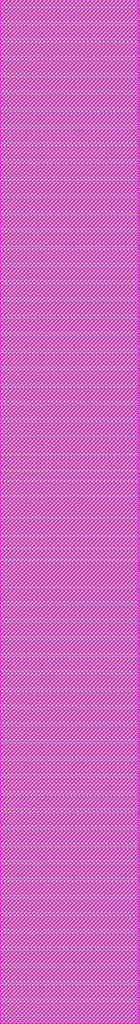
<source format=lef>
# Created by MC2 : Version 2012.02.00.d on 2025/06/20, 22:46:55

#*********************************************************************************************************************/
# Software       : TSMC MEMORY COMPILER tsn28hpcpuhdspsram_2012.02.00.d.170a						*/
# Technology     : TSMC 28nm CMOS LOGIC High Performance Compact Mobile Computing Plus 1P10M HKMG CU_ELK 0.9V				*/
#  Memory Type    : TSMC 28nm High Performance Compact Mobile Computing Plus Ultra High Density Single Port SRAM with d127 bit cell HVT periphery */
# Library Name   : ts1n28hpcpuhdhvtb32x50m4swbso (user specify : TS1N28HPCPUHDHVTB32X50M4SWBSO)				*/
# Library Version: 170a												*/
# Generated Time : 2025/06/20, 22:46:44										*/
#*********************************************************************************************************************/
#															*/
# STATEMENT OF USE													*/
#															*/
# This information contains confidential and proprietary information of TSMC.					*/
# No part of this information may be reproduced, transmitted, transcribed,						*/
# stored in a retrieval system, or translated into any human or computer						*/
# language, in any form or by any means, electronic, mechanical, magnetic,						*/
# optical, chemical, manual, or otherwise, without the prior written permission					*/
# of TSMC. This information was prepared for informational purpose and is for					*/
# use by TSMC's customers only. TSMC reserves the right to make changes in the					*/
# information at any time and without notice.									*/
#															*/
#*********************************************************************************************************************/
VERSION 5.7 ;
BUSBITCHARS "[]" ;
DIVIDERCHAR "/" ;

MACRO TS1N28HPCPUHDHVTB32X50M4SWBSO
	CLASS BLOCK ;
	FOREIGN TS1N28HPCPUHDHVTB32X50M4SWBSO 0.0 0.0 ;
	ORIGIN 0.0 0.0 ;
	SIZE 18.890 BY 137.670 ;
	SYMMETRY X Y ;
	PIN AM[0]
		DIRECTION INPUT ;
		USE SIGNAL ;
		PORT
			LAYER M1 ;
			RECT 18.710 61.110 18.890 61.260 ;
			LAYER M3 ;
			RECT 18.710 61.110 18.890 61.260 ;
			LAYER M2 ;
			RECT 18.710 61.110 18.890 61.260 ;
		END
		ANTENNAGATEAREA 0.033000 LAYER M1 ;
		ANTENNADIFFAREA 0.020000 LAYER M1 ;
		ANTENNAPARTIALMETALAREA 0.152900 LAYER M1 ;
		ANTENNAMAXAREACAR 3.005600 LAYER M1 ;
		ANTENNAPARTIALCUTAREA 0.019500 LAYER VIA1 ;
		ANTENNAMAXAREACAR 0.361100 LAYER VIA1 ;
		ANTENNAGATEAREA 0.033000 LAYER M2 ;
		ANTENNADIFFAREA 0.020000 LAYER M2 ;
		ANTENNAPARTIALMETALAREA 0.096800 LAYER M2 ;
		ANTENNAMAXAREACAR 5.155600 LAYER M2 ;
		ANTENNAPARTIALCUTAREA 0.006500 LAYER VIA2 ;
		ANTENNAMAXAREACAR 0.505600 LAYER VIA2 ;
		ANTENNAGATEAREA 0.033000 LAYER M3 ;
		ANTENNADIFFAREA 0.020000 LAYER M3 ;
		ANTENNAPARTIALMETALAREA 0.027000 LAYER M3 ;
		ANTENNAMAXAREACAR 5.755600 LAYER M3 ;
	END AM[0]

	PIN AM[1]
		DIRECTION INPUT ;
		USE SIGNAL ;
		PORT
			LAYER M2 ;
			RECT 18.710 62.100 18.890 62.250 ;
			LAYER M3 ;
			RECT 18.710 62.100 18.890 62.250 ;
			LAYER M1 ;
			RECT 18.710 62.100 18.890 62.250 ;
		END
		ANTENNAGATEAREA 0.033000 LAYER M1 ;
		ANTENNADIFFAREA 0.020000 LAYER M1 ;
		ANTENNAPARTIALMETALAREA 0.152900 LAYER M1 ;
		ANTENNAMAXAREACAR 3.005600 LAYER M1 ;
		ANTENNAPARTIALCUTAREA 0.019500 LAYER VIA1 ;
		ANTENNAMAXAREACAR 0.361100 LAYER VIA1 ;
		ANTENNAGATEAREA 0.033000 LAYER M2 ;
		ANTENNADIFFAREA 0.020000 LAYER M2 ;
		ANTENNAPARTIALMETALAREA 0.096800 LAYER M2 ;
		ANTENNAMAXAREACAR 5.155600 LAYER M2 ;
		ANTENNAPARTIALCUTAREA 0.006500 LAYER VIA2 ;
		ANTENNAMAXAREACAR 0.505600 LAYER VIA2 ;
		ANTENNAGATEAREA 0.033000 LAYER M3 ;
		ANTENNADIFFAREA 0.020000 LAYER M3 ;
		ANTENNAPARTIALMETALAREA 0.027000 LAYER M3 ;
		ANTENNAMAXAREACAR 5.755600 LAYER M3 ;
	END AM[1]

	PIN AM[2]
		DIRECTION INPUT ;
		USE SIGNAL ;
		PORT
			LAYER M1 ;
			RECT 18.710 69.680 18.890 69.830 ;
			LAYER M3 ;
			RECT 18.710 69.680 18.890 69.830 ;
			LAYER M2 ;
			RECT 18.710 69.680 18.890 69.830 ;
		END
		ANTENNAGATEAREA 0.033000 LAYER M1 ;
		ANTENNADIFFAREA 0.020000 LAYER M1 ;
		ANTENNAPARTIALMETALAREA 0.152900 LAYER M1 ;
		ANTENNAMAXAREACAR 3.005600 LAYER M1 ;
		ANTENNAPARTIALCUTAREA 0.019500 LAYER VIA1 ;
		ANTENNAMAXAREACAR 0.361100 LAYER VIA1 ;
		ANTENNAGATEAREA 0.033000 LAYER M2 ;
		ANTENNADIFFAREA 0.020000 LAYER M2 ;
		ANTENNAPARTIALMETALAREA 0.096800 LAYER M2 ;
		ANTENNAMAXAREACAR 5.155600 LAYER M2 ;
		ANTENNAPARTIALCUTAREA 0.006500 LAYER VIA2 ;
		ANTENNAMAXAREACAR 0.505600 LAYER VIA2 ;
		ANTENNAGATEAREA 0.033000 LAYER M3 ;
		ANTENNADIFFAREA 0.020000 LAYER M3 ;
		ANTENNAPARTIALMETALAREA 0.027000 LAYER M3 ;
		ANTENNAMAXAREACAR 5.755600 LAYER M3 ;
	END AM[2]

	PIN AM[3]
		DIRECTION INPUT ;
		USE SIGNAL ;
		PORT
			LAYER M3 ;
			RECT 18.710 70.320 18.890 70.470 ;
			LAYER M2 ;
			RECT 18.710 70.320 18.890 70.470 ;
			LAYER M1 ;
			RECT 18.710 70.320 18.890 70.470 ;
		END
		ANTENNAGATEAREA 0.033000 LAYER M1 ;
		ANTENNADIFFAREA 0.020000 LAYER M1 ;
		ANTENNAPARTIALMETALAREA 0.152900 LAYER M1 ;
		ANTENNAMAXAREACAR 3.005600 LAYER M1 ;
		ANTENNAPARTIALCUTAREA 0.019500 LAYER VIA1 ;
		ANTENNAMAXAREACAR 0.361100 LAYER VIA1 ;
		ANTENNAGATEAREA 0.033000 LAYER M2 ;
		ANTENNADIFFAREA 0.020000 LAYER M2 ;
		ANTENNAPARTIALMETALAREA 0.096800 LAYER M2 ;
		ANTENNAMAXAREACAR 5.155600 LAYER M2 ;
		ANTENNAPARTIALCUTAREA 0.006500 LAYER VIA2 ;
		ANTENNAMAXAREACAR 0.505600 LAYER VIA2 ;
		ANTENNAGATEAREA 0.033000 LAYER M3 ;
		ANTENNADIFFAREA 0.020000 LAYER M3 ;
		ANTENNAPARTIALMETALAREA 0.027000 LAYER M3 ;
		ANTENNAMAXAREACAR 5.755600 LAYER M3 ;
	END AM[3]

	PIN AM[4]
		DIRECTION INPUT ;
		USE SIGNAL ;
		PORT
			LAYER M3 ;
			RECT 18.710 71.570 18.890 71.720 ;
			LAYER M1 ;
			RECT 18.710 71.570 18.890 71.720 ;
			LAYER M2 ;
			RECT 18.710 71.570 18.890 71.720 ;
		END
		ANTENNAGATEAREA 0.033000 LAYER M1 ;
		ANTENNADIFFAREA 0.020000 LAYER M1 ;
		ANTENNAPARTIALMETALAREA 0.152900 LAYER M1 ;
		ANTENNAMAXAREACAR 3.005600 LAYER M1 ;
		ANTENNAPARTIALCUTAREA 0.019500 LAYER VIA1 ;
		ANTENNAMAXAREACAR 0.361100 LAYER VIA1 ;
		ANTENNAGATEAREA 0.033000 LAYER M2 ;
		ANTENNADIFFAREA 0.020000 LAYER M2 ;
		ANTENNAPARTIALMETALAREA 0.096800 LAYER M2 ;
		ANTENNAMAXAREACAR 5.155600 LAYER M2 ;
		ANTENNAPARTIALCUTAREA 0.006500 LAYER VIA2 ;
		ANTENNAMAXAREACAR 0.505600 LAYER VIA2 ;
		ANTENNAGATEAREA 0.033000 LAYER M3 ;
		ANTENNADIFFAREA 0.020000 LAYER M3 ;
		ANTENNAPARTIALMETALAREA 0.027000 LAYER M3 ;
		ANTENNAMAXAREACAR 5.755600 LAYER M3 ;
	END AM[4]

	PIN A[0]
		DIRECTION INPUT ;
		USE SIGNAL ;
		PORT
			LAYER M2 ;
			RECT 18.710 61.440 18.890 61.590 ;
			LAYER M1 ;
			RECT 18.710 61.440 18.890 61.590 ;
			LAYER M3 ;
			RECT 18.710 61.440 18.890 61.590 ;
		END
		ANTENNAGATEAREA 0.030000 LAYER M1 ;
		ANTENNADIFFAREA 0.020000 LAYER M1 ;
		ANTENNAPARTIALMETALAREA 0.084700 LAYER M1 ;
		ANTENNAMAXAREACAR 2.670000 LAYER M1 ;
		ANTENNAPARTIALCUTAREA 0.019500 LAYER VIA1 ;
		ANTENNAMAXAREACAR 0.433300 LAYER VIA1 ;
		ANTENNAGATEAREA 0.030000 LAYER M2 ;
		ANTENNADIFFAREA 0.020000 LAYER M2 ;
		ANTENNAPARTIALMETALAREA 0.123600 LAYER M2 ;
		ANTENNAMAXAREACAR 4.763600 LAYER M2 ;
		ANTENNAPARTIALCUTAREA 0.006500 LAYER VIA2 ;
		ANTENNAMAXAREACAR 0.650000 LAYER VIA2 ;
		ANTENNAGATEAREA 0.030000 LAYER M3 ;
		ANTENNADIFFAREA 0.020000 LAYER M3 ;
		ANTENNAPARTIALMETALAREA 0.027000 LAYER M3 ;
		ANTENNAMAXAREACAR 5.581800 LAYER M3 ;
	END A[0]

	PIN A[1]
		DIRECTION INPUT ;
		USE SIGNAL ;
		PORT
			LAYER M3 ;
			RECT 18.710 61.770 18.890 61.920 ;
			LAYER M2 ;
			RECT 18.710 61.770 18.890 61.920 ;
			LAYER M1 ;
			RECT 18.710 61.770 18.890 61.920 ;
		END
		ANTENNAGATEAREA 0.030000 LAYER M1 ;
		ANTENNADIFFAREA 0.020000 LAYER M1 ;
		ANTENNAPARTIALMETALAREA 0.084700 LAYER M1 ;
		ANTENNAMAXAREACAR 2.670000 LAYER M1 ;
		ANTENNAPARTIALCUTAREA 0.019500 LAYER VIA1 ;
		ANTENNAMAXAREACAR 0.433300 LAYER VIA1 ;
		ANTENNAGATEAREA 0.030000 LAYER M2 ;
		ANTENNADIFFAREA 0.020000 LAYER M2 ;
		ANTENNAPARTIALMETALAREA 0.123600 LAYER M2 ;
		ANTENNAMAXAREACAR 4.763600 LAYER M2 ;
		ANTENNAPARTIALCUTAREA 0.006500 LAYER VIA2 ;
		ANTENNAMAXAREACAR 0.650000 LAYER VIA2 ;
		ANTENNAGATEAREA 0.030000 LAYER M3 ;
		ANTENNADIFFAREA 0.020000 LAYER M3 ;
		ANTENNAPARTIALMETALAREA 0.027000 LAYER M3 ;
		ANTENNAMAXAREACAR 5.581800 LAYER M3 ;
	END A[1]

	PIN A[2]
		DIRECTION INPUT ;
		USE SIGNAL ;
		PORT
			LAYER M3 ;
			RECT 18.710 69.220 18.890 69.370 ;
			LAYER M2 ;
			RECT 18.710 69.220 18.890 69.370 ;
			LAYER M1 ;
			RECT 18.710 69.220 18.890 69.370 ;
		END
		ANTENNAGATEAREA 0.030000 LAYER M1 ;
		ANTENNADIFFAREA 0.020000 LAYER M1 ;
		ANTENNAPARTIALMETALAREA 0.084700 LAYER M1 ;
		ANTENNAMAXAREACAR 2.670000 LAYER M1 ;
		ANTENNAPARTIALCUTAREA 0.019500 LAYER VIA1 ;
		ANTENNAMAXAREACAR 0.433300 LAYER VIA1 ;
		ANTENNAGATEAREA 0.030000 LAYER M2 ;
		ANTENNADIFFAREA 0.020000 LAYER M2 ;
		ANTENNAPARTIALMETALAREA 0.123600 LAYER M2 ;
		ANTENNAMAXAREACAR 4.763600 LAYER M2 ;
		ANTENNAPARTIALCUTAREA 0.006500 LAYER VIA2 ;
		ANTENNAMAXAREACAR 0.650000 LAYER VIA2 ;
		ANTENNAGATEAREA 0.030000 LAYER M3 ;
		ANTENNADIFFAREA 0.020000 LAYER M3 ;
		ANTENNAPARTIALMETALAREA 0.027000 LAYER M3 ;
		ANTENNAMAXAREACAR 5.581800 LAYER M3 ;
	END A[2]

	PIN A[3]
		DIRECTION INPUT ;
		USE SIGNAL ;
		PORT
			LAYER M1 ;
			RECT 18.710 70.780 18.890 70.930 ;
			LAYER M2 ;
			RECT 18.710 70.780 18.890 70.930 ;
			LAYER M3 ;
			RECT 18.710 70.780 18.890 70.930 ;
		END
		ANTENNAGATEAREA 0.030000 LAYER M1 ;
		ANTENNADIFFAREA 0.020000 LAYER M1 ;
		ANTENNAPARTIALMETALAREA 0.084700 LAYER M1 ;
		ANTENNAMAXAREACAR 2.670000 LAYER M1 ;
		ANTENNAPARTIALCUTAREA 0.019500 LAYER VIA1 ;
		ANTENNAMAXAREACAR 0.433300 LAYER VIA1 ;
		ANTENNAGATEAREA 0.030000 LAYER M2 ;
		ANTENNADIFFAREA 0.020000 LAYER M2 ;
		ANTENNAPARTIALMETALAREA 0.123600 LAYER M2 ;
		ANTENNAMAXAREACAR 4.763600 LAYER M2 ;
		ANTENNAPARTIALCUTAREA 0.006500 LAYER VIA2 ;
		ANTENNAMAXAREACAR 0.650000 LAYER VIA2 ;
		ANTENNAGATEAREA 0.030000 LAYER M3 ;
		ANTENNADIFFAREA 0.020000 LAYER M3 ;
		ANTENNAPARTIALMETALAREA 0.027000 LAYER M3 ;
		ANTENNAMAXAREACAR 5.581800 LAYER M3 ;
	END A[3]

	PIN A[4]
		DIRECTION INPUT ;
		USE SIGNAL ;
		PORT
			LAYER M3 ;
			RECT 18.710 71.110 18.890 71.260 ;
			LAYER M1 ;
			RECT 18.710 71.110 18.890 71.260 ;
			LAYER M2 ;
			RECT 18.710 71.110 18.890 71.260 ;
		END
		ANTENNAGATEAREA 0.030000 LAYER M1 ;
		ANTENNADIFFAREA 0.020000 LAYER M1 ;
		ANTENNAPARTIALMETALAREA 0.084700 LAYER M1 ;
		ANTENNAMAXAREACAR 2.670000 LAYER M1 ;
		ANTENNAPARTIALCUTAREA 0.019500 LAYER VIA1 ;
		ANTENNAMAXAREACAR 0.433300 LAYER VIA1 ;
		ANTENNAGATEAREA 0.030000 LAYER M2 ;
		ANTENNADIFFAREA 0.020000 LAYER M2 ;
		ANTENNAPARTIALMETALAREA 0.123600 LAYER M2 ;
		ANTENNAMAXAREACAR 4.763600 LAYER M2 ;
		ANTENNAPARTIALCUTAREA 0.006500 LAYER VIA2 ;
		ANTENNAMAXAREACAR 0.650000 LAYER VIA2 ;
		ANTENNAGATEAREA 0.030000 LAYER M3 ;
		ANTENNADIFFAREA 0.020000 LAYER M3 ;
		ANTENNAPARTIALMETALAREA 0.027000 LAYER M3 ;
		ANTENNAMAXAREACAR 5.581800 LAYER M3 ;
	END A[4]

	PIN BIST
		DIRECTION INPUT ;
		USE SIGNAL ;
		PORT
			LAYER M3 ;
			RECT 18.710 74.065 18.890 74.215 ;
			LAYER M2 ;
			RECT 18.710 74.065 18.890 74.215 ;
			LAYER M1 ;
			RECT 18.710 74.065 18.890 74.215 ;
		END
		ANTENNAGATEAREA 0.120000 LAYER M1 ;
		ANTENNADIFFAREA 0.020000 LAYER M1 ;
		ANTENNAPARTIALMETALAREA 0.115800 LAYER M1 ;
		ANTENNAMAXAREACAR 0.639600 LAYER M1 ;
		ANTENNAPARTIALCUTAREA 0.013000 LAYER VIA1 ;
		ANTENNAMAXAREACAR 0.054200 LAYER VIA1 ;
		ANTENNAGATEAREA 0.120000 LAYER M2 ;
		ANTENNADIFFAREA 0.020000 LAYER M2 ;
		ANTENNAPARTIALMETALAREA 0.091000 LAYER M2 ;
		ANTENNAMAXAREACAR 1.281200 LAYER M2 ;
		ANTENNAPARTIALCUTAREA 0.019500 LAYER VIA2 ;
		ANTENNAMAXAREACAR 0.108300 LAYER VIA2 ;
		ANTENNAGATEAREA 0.120000 LAYER M3 ;
		ANTENNADIFFAREA 0.020000 LAYER M3 ;
		ANTENNAPARTIALMETALAREA 0.086400 LAYER M3 ;
		ANTENNAMAXAREACAR 1.506300 LAYER M3 ;
	END BIST

	PIN BWEBM[0]
		DIRECTION INPUT ;
		USE SIGNAL ;
		PORT
			LAYER M2 ;
			RECT 18.710 0.935 18.890 1.085 ;
			LAYER M3 ;
			RECT 18.710 0.935 18.890 1.085 ;
			LAYER M1 ;
			RECT 18.710 0.935 18.890 1.085 ;
		END
		ANTENNAGATEAREA 0.009600 LAYER M1 ;
		ANTENNADIFFAREA 0.020000 LAYER M1 ;
		ANTENNAPARTIALMETALAREA 0.080900 LAYER M1 ;
		ANTENNAMAXAREACAR 1.770800 LAYER M1 ;
		ANTENNAPARTIALCUTAREA 0.019500 LAYER VIA1 ;
		ANTENNAMAXAREACAR 0.677100 LAYER VIA1 ;
		ANTENNAGATEAREA 0.009600 LAYER M2 ;
		ANTENNADIFFAREA 0.020000 LAYER M2 ;
		ANTENNAPARTIALMETALAREA 0.148500 LAYER M2 ;
		ANTENNAMAXAREACAR 12.682300 LAYER M2 ;
		ANTENNAPARTIALCUTAREA 0.006500 LAYER VIA2 ;
		ANTENNAMAXAREACAR 1.354200 LAYER VIA2 ;
		ANTENNAGATEAREA 0.009600 LAYER M3 ;
		ANTENNADIFFAREA 0.020000 LAYER M3 ;
		ANTENNAPARTIALMETALAREA 0.027000 LAYER M3 ;
		ANTENNAMAXAREACAR 13.067700 LAYER M3 ;
	END BWEBM[0]

	PIN BWEBM[10]
		DIRECTION INPUT ;
		USE SIGNAL ;
		PORT
			LAYER M3 ;
			RECT 18.710 24.135 18.890 24.285 ;
			LAYER M1 ;
			RECT 18.710 24.135 18.890 24.285 ;
			LAYER M2 ;
			RECT 18.710 24.135 18.890 24.285 ;
		END
		ANTENNAGATEAREA 0.009600 LAYER M1 ;
		ANTENNADIFFAREA 0.020000 LAYER M1 ;
		ANTENNAPARTIALMETALAREA 0.080900 LAYER M1 ;
		ANTENNAMAXAREACAR 1.770800 LAYER M1 ;
		ANTENNAPARTIALCUTAREA 0.019500 LAYER VIA1 ;
		ANTENNAMAXAREACAR 0.677100 LAYER VIA1 ;
		ANTENNAGATEAREA 0.009600 LAYER M2 ;
		ANTENNADIFFAREA 0.020000 LAYER M2 ;
		ANTENNAPARTIALMETALAREA 0.148500 LAYER M2 ;
		ANTENNAMAXAREACAR 12.682300 LAYER M2 ;
		ANTENNAPARTIALCUTAREA 0.006500 LAYER VIA2 ;
		ANTENNAMAXAREACAR 1.354200 LAYER VIA2 ;
		ANTENNAGATEAREA 0.009600 LAYER M3 ;
		ANTENNADIFFAREA 0.020000 LAYER M3 ;
		ANTENNAPARTIALMETALAREA 0.027000 LAYER M3 ;
		ANTENNAMAXAREACAR 13.067700 LAYER M3 ;
	END BWEBM[10]

	PIN BWEBM[11]
		DIRECTION INPUT ;
		USE SIGNAL ;
		PORT
			LAYER M3 ;
			RECT 18.710 26.455 18.890 26.605 ;
			LAYER M1 ;
			RECT 18.710 26.455 18.890 26.605 ;
			LAYER M2 ;
			RECT 18.710 26.455 18.890 26.605 ;
		END
		ANTENNAGATEAREA 0.009600 LAYER M1 ;
		ANTENNADIFFAREA 0.020000 LAYER M1 ;
		ANTENNAPARTIALMETALAREA 0.080900 LAYER M1 ;
		ANTENNAMAXAREACAR 1.770800 LAYER M1 ;
		ANTENNAPARTIALCUTAREA 0.019500 LAYER VIA1 ;
		ANTENNAMAXAREACAR 0.677100 LAYER VIA1 ;
		ANTENNAGATEAREA 0.009600 LAYER M2 ;
		ANTENNADIFFAREA 0.020000 LAYER M2 ;
		ANTENNAPARTIALMETALAREA 0.148500 LAYER M2 ;
		ANTENNAMAXAREACAR 12.682300 LAYER M2 ;
		ANTENNAPARTIALCUTAREA 0.006500 LAYER VIA2 ;
		ANTENNAMAXAREACAR 1.354200 LAYER VIA2 ;
		ANTENNAGATEAREA 0.009600 LAYER M3 ;
		ANTENNADIFFAREA 0.020000 LAYER M3 ;
		ANTENNAPARTIALMETALAREA 0.027000 LAYER M3 ;
		ANTENNAMAXAREACAR 13.067700 LAYER M3 ;
	END BWEBM[11]

	PIN BWEBM[12]
		DIRECTION INPUT ;
		USE SIGNAL ;
		PORT
			LAYER M2 ;
			RECT 18.710 28.775 18.890 28.925 ;
			LAYER M1 ;
			RECT 18.710 28.775 18.890 28.925 ;
			LAYER M3 ;
			RECT 18.710 28.775 18.890 28.925 ;
		END
		ANTENNAGATEAREA 0.009600 LAYER M1 ;
		ANTENNADIFFAREA 0.020000 LAYER M1 ;
		ANTENNAPARTIALMETALAREA 0.080900 LAYER M1 ;
		ANTENNAMAXAREACAR 1.770800 LAYER M1 ;
		ANTENNAPARTIALCUTAREA 0.019500 LAYER VIA1 ;
		ANTENNAMAXAREACAR 0.677100 LAYER VIA1 ;
		ANTENNAGATEAREA 0.009600 LAYER M2 ;
		ANTENNADIFFAREA 0.020000 LAYER M2 ;
		ANTENNAPARTIALMETALAREA 0.148500 LAYER M2 ;
		ANTENNAMAXAREACAR 12.682300 LAYER M2 ;
		ANTENNAPARTIALCUTAREA 0.006500 LAYER VIA2 ;
		ANTENNAMAXAREACAR 1.354200 LAYER VIA2 ;
		ANTENNAGATEAREA 0.009600 LAYER M3 ;
		ANTENNADIFFAREA 0.020000 LAYER M3 ;
		ANTENNAPARTIALMETALAREA 0.027000 LAYER M3 ;
		ANTENNAMAXAREACAR 13.067700 LAYER M3 ;
	END BWEBM[12]

	PIN BWEBM[13]
		DIRECTION INPUT ;
		USE SIGNAL ;
		PORT
			LAYER M2 ;
			RECT 18.710 31.095 18.890 31.245 ;
			LAYER M3 ;
			RECT 18.710 31.095 18.890 31.245 ;
			LAYER M1 ;
			RECT 18.710 31.095 18.890 31.245 ;
		END
		ANTENNAGATEAREA 0.009600 LAYER M1 ;
		ANTENNADIFFAREA 0.020000 LAYER M1 ;
		ANTENNAPARTIALMETALAREA 0.080900 LAYER M1 ;
		ANTENNAMAXAREACAR 1.770800 LAYER M1 ;
		ANTENNAPARTIALCUTAREA 0.019500 LAYER VIA1 ;
		ANTENNAMAXAREACAR 0.677100 LAYER VIA1 ;
		ANTENNAGATEAREA 0.009600 LAYER M2 ;
		ANTENNADIFFAREA 0.020000 LAYER M2 ;
		ANTENNAPARTIALMETALAREA 0.148500 LAYER M2 ;
		ANTENNAMAXAREACAR 12.682300 LAYER M2 ;
		ANTENNAPARTIALCUTAREA 0.006500 LAYER VIA2 ;
		ANTENNAMAXAREACAR 1.354200 LAYER VIA2 ;
		ANTENNAGATEAREA 0.009600 LAYER M3 ;
		ANTENNADIFFAREA 0.020000 LAYER M3 ;
		ANTENNAPARTIALMETALAREA 0.027000 LAYER M3 ;
		ANTENNAMAXAREACAR 13.067700 LAYER M3 ;
	END BWEBM[13]

	PIN BWEBM[14]
		DIRECTION INPUT ;
		USE SIGNAL ;
		PORT
			LAYER M3 ;
			RECT 18.710 33.415 18.890 33.565 ;
			LAYER M1 ;
			RECT 18.710 33.415 18.890 33.565 ;
			LAYER M2 ;
			RECT 18.710 33.415 18.890 33.565 ;
		END
		ANTENNAGATEAREA 0.009600 LAYER M1 ;
		ANTENNADIFFAREA 0.020000 LAYER M1 ;
		ANTENNAPARTIALMETALAREA 0.080900 LAYER M1 ;
		ANTENNAMAXAREACAR 1.770800 LAYER M1 ;
		ANTENNAPARTIALCUTAREA 0.019500 LAYER VIA1 ;
		ANTENNAMAXAREACAR 0.677100 LAYER VIA1 ;
		ANTENNAGATEAREA 0.009600 LAYER M2 ;
		ANTENNADIFFAREA 0.020000 LAYER M2 ;
		ANTENNAPARTIALMETALAREA 0.148500 LAYER M2 ;
		ANTENNAMAXAREACAR 12.682300 LAYER M2 ;
		ANTENNAPARTIALCUTAREA 0.006500 LAYER VIA2 ;
		ANTENNAMAXAREACAR 1.354200 LAYER VIA2 ;
		ANTENNAGATEAREA 0.009600 LAYER M3 ;
		ANTENNADIFFAREA 0.020000 LAYER M3 ;
		ANTENNAPARTIALMETALAREA 0.027000 LAYER M3 ;
		ANTENNAMAXAREACAR 13.067700 LAYER M3 ;
	END BWEBM[14]

	PIN BWEBM[15]
		DIRECTION INPUT ;
		USE SIGNAL ;
		PORT
			LAYER M1 ;
			RECT 18.710 35.735 18.890 35.885 ;
			LAYER M2 ;
			RECT 18.710 35.735 18.890 35.885 ;
			LAYER M3 ;
			RECT 18.710 35.735 18.890 35.885 ;
		END
		ANTENNAGATEAREA 0.009600 LAYER M1 ;
		ANTENNADIFFAREA 0.020000 LAYER M1 ;
		ANTENNAPARTIALMETALAREA 0.080900 LAYER M1 ;
		ANTENNAMAXAREACAR 1.770800 LAYER M1 ;
		ANTENNAPARTIALCUTAREA 0.019500 LAYER VIA1 ;
		ANTENNAMAXAREACAR 0.677100 LAYER VIA1 ;
		ANTENNAGATEAREA 0.009600 LAYER M2 ;
		ANTENNADIFFAREA 0.020000 LAYER M2 ;
		ANTENNAPARTIALMETALAREA 0.148500 LAYER M2 ;
		ANTENNAMAXAREACAR 12.682300 LAYER M2 ;
		ANTENNAPARTIALCUTAREA 0.006500 LAYER VIA2 ;
		ANTENNAMAXAREACAR 1.354200 LAYER VIA2 ;
		ANTENNAGATEAREA 0.009600 LAYER M3 ;
		ANTENNADIFFAREA 0.020000 LAYER M3 ;
		ANTENNAPARTIALMETALAREA 0.027000 LAYER M3 ;
		ANTENNAMAXAREACAR 13.067700 LAYER M3 ;
	END BWEBM[15]

	PIN BWEBM[16]
		DIRECTION INPUT ;
		USE SIGNAL ;
		PORT
			LAYER M3 ;
			RECT 18.710 38.055 18.890 38.205 ;
			LAYER M2 ;
			RECT 18.710 38.055 18.890 38.205 ;
			LAYER M1 ;
			RECT 18.710 38.055 18.890 38.205 ;
		END
		ANTENNAGATEAREA 0.009600 LAYER M1 ;
		ANTENNADIFFAREA 0.020000 LAYER M1 ;
		ANTENNAPARTIALMETALAREA 0.080900 LAYER M1 ;
		ANTENNAMAXAREACAR 1.770800 LAYER M1 ;
		ANTENNAPARTIALCUTAREA 0.019500 LAYER VIA1 ;
		ANTENNAMAXAREACAR 0.677100 LAYER VIA1 ;
		ANTENNAGATEAREA 0.009600 LAYER M2 ;
		ANTENNADIFFAREA 0.020000 LAYER M2 ;
		ANTENNAPARTIALMETALAREA 0.148500 LAYER M2 ;
		ANTENNAMAXAREACAR 12.682300 LAYER M2 ;
		ANTENNAPARTIALCUTAREA 0.006500 LAYER VIA2 ;
		ANTENNAMAXAREACAR 1.354200 LAYER VIA2 ;
		ANTENNAGATEAREA 0.009600 LAYER M3 ;
		ANTENNADIFFAREA 0.020000 LAYER M3 ;
		ANTENNAPARTIALMETALAREA 0.027000 LAYER M3 ;
		ANTENNAMAXAREACAR 13.067700 LAYER M3 ;
	END BWEBM[16]

	PIN BWEBM[17]
		DIRECTION INPUT ;
		USE SIGNAL ;
		PORT
			LAYER M1 ;
			RECT 18.710 40.375 18.890 40.525 ;
			LAYER M2 ;
			RECT 18.710 40.375 18.890 40.525 ;
			LAYER M3 ;
			RECT 18.710 40.375 18.890 40.525 ;
		END
		ANTENNAGATEAREA 0.009600 LAYER M1 ;
		ANTENNADIFFAREA 0.020000 LAYER M1 ;
		ANTENNAPARTIALMETALAREA 0.080900 LAYER M1 ;
		ANTENNAMAXAREACAR 1.770800 LAYER M1 ;
		ANTENNAPARTIALCUTAREA 0.019500 LAYER VIA1 ;
		ANTENNAMAXAREACAR 0.677100 LAYER VIA1 ;
		ANTENNAGATEAREA 0.009600 LAYER M2 ;
		ANTENNADIFFAREA 0.020000 LAYER M2 ;
		ANTENNAPARTIALMETALAREA 0.148500 LAYER M2 ;
		ANTENNAMAXAREACAR 12.682300 LAYER M2 ;
		ANTENNAPARTIALCUTAREA 0.006500 LAYER VIA2 ;
		ANTENNAMAXAREACAR 1.354200 LAYER VIA2 ;
		ANTENNAGATEAREA 0.009600 LAYER M3 ;
		ANTENNADIFFAREA 0.020000 LAYER M3 ;
		ANTENNAPARTIALMETALAREA 0.027000 LAYER M3 ;
		ANTENNAMAXAREACAR 13.067700 LAYER M3 ;
	END BWEBM[17]

	PIN BWEBM[18]
		DIRECTION INPUT ;
		USE SIGNAL ;
		PORT
			LAYER M2 ;
			RECT 18.710 42.695 18.890 42.845 ;
			LAYER M1 ;
			RECT 18.710 42.695 18.890 42.845 ;
			LAYER M3 ;
			RECT 18.710 42.695 18.890 42.845 ;
		END
		ANTENNAGATEAREA 0.009600 LAYER M1 ;
		ANTENNADIFFAREA 0.020000 LAYER M1 ;
		ANTENNAPARTIALMETALAREA 0.080900 LAYER M1 ;
		ANTENNAMAXAREACAR 1.770800 LAYER M1 ;
		ANTENNAPARTIALCUTAREA 0.019500 LAYER VIA1 ;
		ANTENNAMAXAREACAR 0.677100 LAYER VIA1 ;
		ANTENNAGATEAREA 0.009600 LAYER M2 ;
		ANTENNADIFFAREA 0.020000 LAYER M2 ;
		ANTENNAPARTIALMETALAREA 0.148500 LAYER M2 ;
		ANTENNAMAXAREACAR 12.682300 LAYER M2 ;
		ANTENNAPARTIALCUTAREA 0.006500 LAYER VIA2 ;
		ANTENNAMAXAREACAR 1.354200 LAYER VIA2 ;
		ANTENNAGATEAREA 0.009600 LAYER M3 ;
		ANTENNADIFFAREA 0.020000 LAYER M3 ;
		ANTENNAPARTIALMETALAREA 0.027000 LAYER M3 ;
		ANTENNAMAXAREACAR 13.067700 LAYER M3 ;
	END BWEBM[18]

	PIN BWEBM[19]
		DIRECTION INPUT ;
		USE SIGNAL ;
		PORT
			LAYER M1 ;
			RECT 18.710 45.015 18.890 45.165 ;
			LAYER M2 ;
			RECT 18.710 45.015 18.890 45.165 ;
			LAYER M3 ;
			RECT 18.710 45.015 18.890 45.165 ;
		END
		ANTENNAGATEAREA 0.009600 LAYER M1 ;
		ANTENNADIFFAREA 0.020000 LAYER M1 ;
		ANTENNAPARTIALMETALAREA 0.080900 LAYER M1 ;
		ANTENNAMAXAREACAR 1.770800 LAYER M1 ;
		ANTENNAPARTIALCUTAREA 0.019500 LAYER VIA1 ;
		ANTENNAMAXAREACAR 0.677100 LAYER VIA1 ;
		ANTENNAGATEAREA 0.009600 LAYER M2 ;
		ANTENNADIFFAREA 0.020000 LAYER M2 ;
		ANTENNAPARTIALMETALAREA 0.148500 LAYER M2 ;
		ANTENNAMAXAREACAR 12.682300 LAYER M2 ;
		ANTENNAPARTIALCUTAREA 0.006500 LAYER VIA2 ;
		ANTENNAMAXAREACAR 1.354200 LAYER VIA2 ;
		ANTENNAGATEAREA 0.009600 LAYER M3 ;
		ANTENNADIFFAREA 0.020000 LAYER M3 ;
		ANTENNAPARTIALMETALAREA 0.027000 LAYER M3 ;
		ANTENNAMAXAREACAR 13.067700 LAYER M3 ;
	END BWEBM[19]

	PIN BWEBM[1]
		DIRECTION INPUT ;
		USE SIGNAL ;
		PORT
			LAYER M1 ;
			RECT 18.710 3.255 18.890 3.405 ;
			LAYER M2 ;
			RECT 18.710 3.255 18.890 3.405 ;
			LAYER M3 ;
			RECT 18.710 3.255 18.890 3.405 ;
		END
		ANTENNAGATEAREA 0.009600 LAYER M1 ;
		ANTENNADIFFAREA 0.020000 LAYER M1 ;
		ANTENNAPARTIALMETALAREA 0.080900 LAYER M1 ;
		ANTENNAMAXAREACAR 1.770800 LAYER M1 ;
		ANTENNAPARTIALCUTAREA 0.019500 LAYER VIA1 ;
		ANTENNAMAXAREACAR 0.677100 LAYER VIA1 ;
		ANTENNAGATEAREA 0.009600 LAYER M2 ;
		ANTENNADIFFAREA 0.020000 LAYER M2 ;
		ANTENNAPARTIALMETALAREA 0.148500 LAYER M2 ;
		ANTENNAMAXAREACAR 12.682300 LAYER M2 ;
		ANTENNAPARTIALCUTAREA 0.006500 LAYER VIA2 ;
		ANTENNAMAXAREACAR 1.354200 LAYER VIA2 ;
		ANTENNAGATEAREA 0.009600 LAYER M3 ;
		ANTENNADIFFAREA 0.020000 LAYER M3 ;
		ANTENNAPARTIALMETALAREA 0.027000 LAYER M3 ;
		ANTENNAMAXAREACAR 13.067700 LAYER M3 ;
	END BWEBM[1]

	PIN BWEBM[20]
		DIRECTION INPUT ;
		USE SIGNAL ;
		PORT
			LAYER M3 ;
			RECT 18.710 47.335 18.890 47.485 ;
			LAYER M1 ;
			RECT 18.710 47.335 18.890 47.485 ;
			LAYER M2 ;
			RECT 18.710 47.335 18.890 47.485 ;
		END
		ANTENNAGATEAREA 0.009600 LAYER M1 ;
		ANTENNADIFFAREA 0.020000 LAYER M1 ;
		ANTENNAPARTIALMETALAREA 0.080900 LAYER M1 ;
		ANTENNAMAXAREACAR 1.770800 LAYER M1 ;
		ANTENNAPARTIALCUTAREA 0.019500 LAYER VIA1 ;
		ANTENNAMAXAREACAR 0.677100 LAYER VIA1 ;
		ANTENNAGATEAREA 0.009600 LAYER M2 ;
		ANTENNADIFFAREA 0.020000 LAYER M2 ;
		ANTENNAPARTIALMETALAREA 0.148500 LAYER M2 ;
		ANTENNAMAXAREACAR 12.682300 LAYER M2 ;
		ANTENNAPARTIALCUTAREA 0.006500 LAYER VIA2 ;
		ANTENNAMAXAREACAR 1.354200 LAYER VIA2 ;
		ANTENNAGATEAREA 0.009600 LAYER M3 ;
		ANTENNADIFFAREA 0.020000 LAYER M3 ;
		ANTENNAPARTIALMETALAREA 0.027000 LAYER M3 ;
		ANTENNAMAXAREACAR 13.067700 LAYER M3 ;
	END BWEBM[20]

	PIN BWEBM[21]
		DIRECTION INPUT ;
		USE SIGNAL ;
		PORT
			LAYER M1 ;
			RECT 18.710 49.655 18.890 49.805 ;
			LAYER M2 ;
			RECT 18.710 49.655 18.890 49.805 ;
			LAYER M3 ;
			RECT 18.710 49.655 18.890 49.805 ;
		END
		ANTENNAGATEAREA 0.009600 LAYER M1 ;
		ANTENNADIFFAREA 0.020000 LAYER M1 ;
		ANTENNAPARTIALMETALAREA 0.080900 LAYER M1 ;
		ANTENNAMAXAREACAR 1.770800 LAYER M1 ;
		ANTENNAPARTIALCUTAREA 0.019500 LAYER VIA1 ;
		ANTENNAMAXAREACAR 0.677100 LAYER VIA1 ;
		ANTENNAGATEAREA 0.009600 LAYER M2 ;
		ANTENNADIFFAREA 0.020000 LAYER M2 ;
		ANTENNAPARTIALMETALAREA 0.148500 LAYER M2 ;
		ANTENNAMAXAREACAR 12.682300 LAYER M2 ;
		ANTENNAPARTIALCUTAREA 0.006500 LAYER VIA2 ;
		ANTENNAMAXAREACAR 1.354200 LAYER VIA2 ;
		ANTENNAGATEAREA 0.009600 LAYER M3 ;
		ANTENNADIFFAREA 0.020000 LAYER M3 ;
		ANTENNAPARTIALMETALAREA 0.027000 LAYER M3 ;
		ANTENNAMAXAREACAR 13.067700 LAYER M3 ;
	END BWEBM[21]

	PIN BWEBM[22]
		DIRECTION INPUT ;
		USE SIGNAL ;
		PORT
			LAYER M1 ;
			RECT 18.710 51.975 18.890 52.125 ;
			LAYER M3 ;
			RECT 18.710 51.975 18.890 52.125 ;
			LAYER M2 ;
			RECT 18.710 51.975 18.890 52.125 ;
		END
		ANTENNAGATEAREA 0.009600 LAYER M1 ;
		ANTENNADIFFAREA 0.020000 LAYER M1 ;
		ANTENNAPARTIALMETALAREA 0.080900 LAYER M1 ;
		ANTENNAMAXAREACAR 1.770800 LAYER M1 ;
		ANTENNAPARTIALCUTAREA 0.019500 LAYER VIA1 ;
		ANTENNAMAXAREACAR 0.677100 LAYER VIA1 ;
		ANTENNAGATEAREA 0.009600 LAYER M2 ;
		ANTENNADIFFAREA 0.020000 LAYER M2 ;
		ANTENNAPARTIALMETALAREA 0.148500 LAYER M2 ;
		ANTENNAMAXAREACAR 12.682300 LAYER M2 ;
		ANTENNAPARTIALCUTAREA 0.006500 LAYER VIA2 ;
		ANTENNAMAXAREACAR 1.354200 LAYER VIA2 ;
		ANTENNAGATEAREA 0.009600 LAYER M3 ;
		ANTENNADIFFAREA 0.020000 LAYER M3 ;
		ANTENNAPARTIALMETALAREA 0.027000 LAYER M3 ;
		ANTENNAMAXAREACAR 13.067700 LAYER M3 ;
	END BWEBM[22]

	PIN BWEBM[23]
		DIRECTION INPUT ;
		USE SIGNAL ;
		PORT
			LAYER M2 ;
			RECT 18.710 54.295 18.890 54.445 ;
			LAYER M3 ;
			RECT 18.710 54.295 18.890 54.445 ;
			LAYER M1 ;
			RECT 18.710 54.295 18.890 54.445 ;
		END
		ANTENNAGATEAREA 0.009600 LAYER M1 ;
		ANTENNADIFFAREA 0.020000 LAYER M1 ;
		ANTENNAPARTIALMETALAREA 0.080900 LAYER M1 ;
		ANTENNAMAXAREACAR 1.770800 LAYER M1 ;
		ANTENNAPARTIALCUTAREA 0.019500 LAYER VIA1 ;
		ANTENNAMAXAREACAR 0.677100 LAYER VIA1 ;
		ANTENNAGATEAREA 0.009600 LAYER M2 ;
		ANTENNADIFFAREA 0.020000 LAYER M2 ;
		ANTENNAPARTIALMETALAREA 0.148500 LAYER M2 ;
		ANTENNAMAXAREACAR 12.682300 LAYER M2 ;
		ANTENNAPARTIALCUTAREA 0.006500 LAYER VIA2 ;
		ANTENNAMAXAREACAR 1.354200 LAYER VIA2 ;
		ANTENNAGATEAREA 0.009600 LAYER M3 ;
		ANTENNADIFFAREA 0.020000 LAYER M3 ;
		ANTENNAPARTIALMETALAREA 0.027000 LAYER M3 ;
		ANTENNAMAXAREACAR 13.067700 LAYER M3 ;
	END BWEBM[23]

	PIN BWEBM[24]
		DIRECTION INPUT ;
		USE SIGNAL ;
		PORT
			LAYER M2 ;
			RECT 18.710 56.615 18.890 56.765 ;
			LAYER M1 ;
			RECT 18.710 56.615 18.890 56.765 ;
			LAYER M3 ;
			RECT 18.710 56.615 18.890 56.765 ;
		END
		ANTENNAGATEAREA 0.009600 LAYER M1 ;
		ANTENNADIFFAREA 0.020000 LAYER M1 ;
		ANTENNAPARTIALMETALAREA 0.080900 LAYER M1 ;
		ANTENNAMAXAREACAR 1.770800 LAYER M1 ;
		ANTENNAPARTIALCUTAREA 0.019500 LAYER VIA1 ;
		ANTENNAMAXAREACAR 0.677100 LAYER VIA1 ;
		ANTENNAGATEAREA 0.009600 LAYER M2 ;
		ANTENNADIFFAREA 0.020000 LAYER M2 ;
		ANTENNAPARTIALMETALAREA 0.148500 LAYER M2 ;
		ANTENNAMAXAREACAR 12.682300 LAYER M2 ;
		ANTENNAPARTIALCUTAREA 0.006500 LAYER VIA2 ;
		ANTENNAMAXAREACAR 1.354200 LAYER VIA2 ;
		ANTENNAGATEAREA 0.009600 LAYER M3 ;
		ANTENNADIFFAREA 0.020000 LAYER M3 ;
		ANTENNAPARTIALMETALAREA 0.027000 LAYER M3 ;
		ANTENNAMAXAREACAR 13.067700 LAYER M3 ;
	END BWEBM[24]

	PIN BWEBM[25]
		DIRECTION INPUT ;
		USE SIGNAL ;
		PORT
			LAYER M3 ;
			RECT 18.710 78.935 18.890 79.085 ;
			LAYER M1 ;
			RECT 18.710 78.935 18.890 79.085 ;
			LAYER M2 ;
			RECT 18.710 78.935 18.890 79.085 ;
		END
		ANTENNAGATEAREA 0.009600 LAYER M1 ;
		ANTENNADIFFAREA 0.020000 LAYER M1 ;
		ANTENNAPARTIALMETALAREA 0.080900 LAYER M1 ;
		ANTENNAMAXAREACAR 1.770800 LAYER M1 ;
		ANTENNAPARTIALCUTAREA 0.019500 LAYER VIA1 ;
		ANTENNAMAXAREACAR 0.677100 LAYER VIA1 ;
		ANTENNAGATEAREA 0.009600 LAYER M2 ;
		ANTENNADIFFAREA 0.020000 LAYER M2 ;
		ANTENNAPARTIALMETALAREA 0.148500 LAYER M2 ;
		ANTENNAMAXAREACAR 12.682300 LAYER M2 ;
		ANTENNAPARTIALCUTAREA 0.006500 LAYER VIA2 ;
		ANTENNAMAXAREACAR 1.354200 LAYER VIA2 ;
		ANTENNAGATEAREA 0.009600 LAYER M3 ;
		ANTENNADIFFAREA 0.020000 LAYER M3 ;
		ANTENNAPARTIALMETALAREA 0.027000 LAYER M3 ;
		ANTENNAMAXAREACAR 13.067700 LAYER M3 ;
	END BWEBM[25]

	PIN BWEBM[26]
		DIRECTION INPUT ;
		USE SIGNAL ;
		PORT
			LAYER M1 ;
			RECT 18.710 81.255 18.890 81.405 ;
			LAYER M2 ;
			RECT 18.710 81.255 18.890 81.405 ;
			LAYER M3 ;
			RECT 18.710 81.255 18.890 81.405 ;
		END
		ANTENNAGATEAREA 0.009600 LAYER M1 ;
		ANTENNADIFFAREA 0.020000 LAYER M1 ;
		ANTENNAPARTIALMETALAREA 0.080900 LAYER M1 ;
		ANTENNAMAXAREACAR 1.770800 LAYER M1 ;
		ANTENNAPARTIALCUTAREA 0.019500 LAYER VIA1 ;
		ANTENNAMAXAREACAR 0.677100 LAYER VIA1 ;
		ANTENNAGATEAREA 0.009600 LAYER M2 ;
		ANTENNADIFFAREA 0.020000 LAYER M2 ;
		ANTENNAPARTIALMETALAREA 0.148500 LAYER M2 ;
		ANTENNAMAXAREACAR 12.682300 LAYER M2 ;
		ANTENNAPARTIALCUTAREA 0.006500 LAYER VIA2 ;
		ANTENNAMAXAREACAR 1.354200 LAYER VIA2 ;
		ANTENNAGATEAREA 0.009600 LAYER M3 ;
		ANTENNADIFFAREA 0.020000 LAYER M3 ;
		ANTENNAPARTIALMETALAREA 0.027000 LAYER M3 ;
		ANTENNAMAXAREACAR 13.067700 LAYER M3 ;
	END BWEBM[26]

	PIN BWEBM[27]
		DIRECTION INPUT ;
		USE SIGNAL ;
		PORT
			LAYER M3 ;
			RECT 18.710 83.575 18.890 83.725 ;
			LAYER M1 ;
			RECT 18.710 83.575 18.890 83.725 ;
			LAYER M2 ;
			RECT 18.710 83.575 18.890 83.725 ;
		END
		ANTENNAGATEAREA 0.009600 LAYER M1 ;
		ANTENNADIFFAREA 0.020000 LAYER M1 ;
		ANTENNAPARTIALMETALAREA 0.080900 LAYER M1 ;
		ANTENNAMAXAREACAR 1.770800 LAYER M1 ;
		ANTENNAPARTIALCUTAREA 0.019500 LAYER VIA1 ;
		ANTENNAMAXAREACAR 0.677100 LAYER VIA1 ;
		ANTENNAGATEAREA 0.009600 LAYER M2 ;
		ANTENNADIFFAREA 0.020000 LAYER M2 ;
		ANTENNAPARTIALMETALAREA 0.148500 LAYER M2 ;
		ANTENNAMAXAREACAR 12.682300 LAYER M2 ;
		ANTENNAPARTIALCUTAREA 0.006500 LAYER VIA2 ;
		ANTENNAMAXAREACAR 1.354200 LAYER VIA2 ;
		ANTENNAGATEAREA 0.009600 LAYER M3 ;
		ANTENNADIFFAREA 0.020000 LAYER M3 ;
		ANTENNAPARTIALMETALAREA 0.027000 LAYER M3 ;
		ANTENNAMAXAREACAR 13.067700 LAYER M3 ;
	END BWEBM[27]

	PIN BWEBM[28]
		DIRECTION INPUT ;
		USE SIGNAL ;
		PORT
			LAYER M2 ;
			RECT 18.710 85.895 18.890 86.045 ;
			LAYER M3 ;
			RECT 18.710 85.895 18.890 86.045 ;
			LAYER M1 ;
			RECT 18.710 85.895 18.890 86.045 ;
		END
		ANTENNAGATEAREA 0.009600 LAYER M1 ;
		ANTENNADIFFAREA 0.020000 LAYER M1 ;
		ANTENNAPARTIALMETALAREA 0.080900 LAYER M1 ;
		ANTENNAMAXAREACAR 1.770800 LAYER M1 ;
		ANTENNAPARTIALCUTAREA 0.019500 LAYER VIA1 ;
		ANTENNAMAXAREACAR 0.677100 LAYER VIA1 ;
		ANTENNAGATEAREA 0.009600 LAYER M2 ;
		ANTENNADIFFAREA 0.020000 LAYER M2 ;
		ANTENNAPARTIALMETALAREA 0.148500 LAYER M2 ;
		ANTENNAMAXAREACAR 12.682300 LAYER M2 ;
		ANTENNAPARTIALCUTAREA 0.006500 LAYER VIA2 ;
		ANTENNAMAXAREACAR 1.354200 LAYER VIA2 ;
		ANTENNAGATEAREA 0.009600 LAYER M3 ;
		ANTENNADIFFAREA 0.020000 LAYER M3 ;
		ANTENNAPARTIALMETALAREA 0.027000 LAYER M3 ;
		ANTENNAMAXAREACAR 13.067700 LAYER M3 ;
	END BWEBM[28]

	PIN BWEBM[29]
		DIRECTION INPUT ;
		USE SIGNAL ;
		PORT
			LAYER M2 ;
			RECT 18.710 88.215 18.890 88.365 ;
			LAYER M3 ;
			RECT 18.710 88.215 18.890 88.365 ;
			LAYER M1 ;
			RECT 18.710 88.215 18.890 88.365 ;
		END
		ANTENNAGATEAREA 0.009600 LAYER M1 ;
		ANTENNADIFFAREA 0.020000 LAYER M1 ;
		ANTENNAPARTIALMETALAREA 0.080900 LAYER M1 ;
		ANTENNAMAXAREACAR 1.770800 LAYER M1 ;
		ANTENNAPARTIALCUTAREA 0.019500 LAYER VIA1 ;
		ANTENNAMAXAREACAR 0.677100 LAYER VIA1 ;
		ANTENNAGATEAREA 0.009600 LAYER M2 ;
		ANTENNADIFFAREA 0.020000 LAYER M2 ;
		ANTENNAPARTIALMETALAREA 0.148500 LAYER M2 ;
		ANTENNAMAXAREACAR 12.682300 LAYER M2 ;
		ANTENNAPARTIALCUTAREA 0.006500 LAYER VIA2 ;
		ANTENNAMAXAREACAR 1.354200 LAYER VIA2 ;
		ANTENNAGATEAREA 0.009600 LAYER M3 ;
		ANTENNADIFFAREA 0.020000 LAYER M3 ;
		ANTENNAPARTIALMETALAREA 0.027000 LAYER M3 ;
		ANTENNAMAXAREACAR 13.067700 LAYER M3 ;
	END BWEBM[29]

	PIN BWEBM[2]
		DIRECTION INPUT ;
		USE SIGNAL ;
		PORT
			LAYER M1 ;
			RECT 18.710 5.575 18.890 5.725 ;
			LAYER M3 ;
			RECT 18.710 5.575 18.890 5.725 ;
			LAYER M2 ;
			RECT 18.710 5.575 18.890 5.725 ;
		END
		ANTENNAGATEAREA 0.009600 LAYER M1 ;
		ANTENNADIFFAREA 0.020000 LAYER M1 ;
		ANTENNAPARTIALMETALAREA 0.080900 LAYER M1 ;
		ANTENNAMAXAREACAR 1.770800 LAYER M1 ;
		ANTENNAPARTIALCUTAREA 0.019500 LAYER VIA1 ;
		ANTENNAMAXAREACAR 0.677100 LAYER VIA1 ;
		ANTENNAGATEAREA 0.009600 LAYER M2 ;
		ANTENNADIFFAREA 0.020000 LAYER M2 ;
		ANTENNAPARTIALMETALAREA 0.148500 LAYER M2 ;
		ANTENNAMAXAREACAR 12.682300 LAYER M2 ;
		ANTENNAPARTIALCUTAREA 0.006500 LAYER VIA2 ;
		ANTENNAMAXAREACAR 1.354200 LAYER VIA2 ;
		ANTENNAGATEAREA 0.009600 LAYER M3 ;
		ANTENNADIFFAREA 0.020000 LAYER M3 ;
		ANTENNAPARTIALMETALAREA 0.027000 LAYER M3 ;
		ANTENNAMAXAREACAR 13.067700 LAYER M3 ;
	END BWEBM[2]

	PIN BWEBM[30]
		DIRECTION INPUT ;
		USE SIGNAL ;
		PORT
			LAYER M3 ;
			RECT 18.710 90.535 18.890 90.685 ;
			LAYER M1 ;
			RECT 18.710 90.535 18.890 90.685 ;
			LAYER M2 ;
			RECT 18.710 90.535 18.890 90.685 ;
		END
		ANTENNAGATEAREA 0.009600 LAYER M1 ;
		ANTENNADIFFAREA 0.020000 LAYER M1 ;
		ANTENNAPARTIALMETALAREA 0.080900 LAYER M1 ;
		ANTENNAMAXAREACAR 1.770800 LAYER M1 ;
		ANTENNAPARTIALCUTAREA 0.019500 LAYER VIA1 ;
		ANTENNAMAXAREACAR 0.677100 LAYER VIA1 ;
		ANTENNAGATEAREA 0.009600 LAYER M2 ;
		ANTENNADIFFAREA 0.020000 LAYER M2 ;
		ANTENNAPARTIALMETALAREA 0.148500 LAYER M2 ;
		ANTENNAMAXAREACAR 12.682300 LAYER M2 ;
		ANTENNAPARTIALCUTAREA 0.006500 LAYER VIA2 ;
		ANTENNAMAXAREACAR 1.354200 LAYER VIA2 ;
		ANTENNAGATEAREA 0.009600 LAYER M3 ;
		ANTENNADIFFAREA 0.020000 LAYER M3 ;
		ANTENNAPARTIALMETALAREA 0.027000 LAYER M3 ;
		ANTENNAMAXAREACAR 13.067700 LAYER M3 ;
	END BWEBM[30]

	PIN BWEBM[31]
		DIRECTION INPUT ;
		USE SIGNAL ;
		PORT
			LAYER M3 ;
			RECT 18.710 92.855 18.890 93.005 ;
			LAYER M1 ;
			RECT 18.710 92.855 18.890 93.005 ;
			LAYER M2 ;
			RECT 18.710 92.855 18.890 93.005 ;
		END
		ANTENNAGATEAREA 0.009600 LAYER M1 ;
		ANTENNADIFFAREA 0.020000 LAYER M1 ;
		ANTENNAPARTIALMETALAREA 0.080900 LAYER M1 ;
		ANTENNAMAXAREACAR 1.770800 LAYER M1 ;
		ANTENNAPARTIALCUTAREA 0.019500 LAYER VIA1 ;
		ANTENNAMAXAREACAR 0.677100 LAYER VIA1 ;
		ANTENNAGATEAREA 0.009600 LAYER M2 ;
		ANTENNADIFFAREA 0.020000 LAYER M2 ;
		ANTENNAPARTIALMETALAREA 0.148500 LAYER M2 ;
		ANTENNAMAXAREACAR 12.682300 LAYER M2 ;
		ANTENNAPARTIALCUTAREA 0.006500 LAYER VIA2 ;
		ANTENNAMAXAREACAR 1.354200 LAYER VIA2 ;
		ANTENNAGATEAREA 0.009600 LAYER M3 ;
		ANTENNADIFFAREA 0.020000 LAYER M3 ;
		ANTENNAPARTIALMETALAREA 0.027000 LAYER M3 ;
		ANTENNAMAXAREACAR 13.067700 LAYER M3 ;
	END BWEBM[31]

	PIN BWEBM[32]
		DIRECTION INPUT ;
		USE SIGNAL ;
		PORT
			LAYER M1 ;
			RECT 18.710 95.175 18.890 95.325 ;
			LAYER M2 ;
			RECT 18.710 95.175 18.890 95.325 ;
			LAYER M3 ;
			RECT 18.710 95.175 18.890 95.325 ;
		END
		ANTENNAGATEAREA 0.009600 LAYER M1 ;
		ANTENNADIFFAREA 0.020000 LAYER M1 ;
		ANTENNAPARTIALMETALAREA 0.080900 LAYER M1 ;
		ANTENNAMAXAREACAR 1.770800 LAYER M1 ;
		ANTENNAPARTIALCUTAREA 0.019500 LAYER VIA1 ;
		ANTENNAMAXAREACAR 0.677100 LAYER VIA1 ;
		ANTENNAGATEAREA 0.009600 LAYER M2 ;
		ANTENNADIFFAREA 0.020000 LAYER M2 ;
		ANTENNAPARTIALMETALAREA 0.148500 LAYER M2 ;
		ANTENNAMAXAREACAR 12.682300 LAYER M2 ;
		ANTENNAPARTIALCUTAREA 0.006500 LAYER VIA2 ;
		ANTENNAMAXAREACAR 1.354200 LAYER VIA2 ;
		ANTENNAGATEAREA 0.009600 LAYER M3 ;
		ANTENNADIFFAREA 0.020000 LAYER M3 ;
		ANTENNAPARTIALMETALAREA 0.027000 LAYER M3 ;
		ANTENNAMAXAREACAR 13.067700 LAYER M3 ;
	END BWEBM[32]

	PIN BWEBM[33]
		DIRECTION INPUT ;
		USE SIGNAL ;
		PORT
			LAYER M1 ;
			RECT 18.710 97.495 18.890 97.645 ;
			LAYER M2 ;
			RECT 18.710 97.495 18.890 97.645 ;
			LAYER M3 ;
			RECT 18.710 97.495 18.890 97.645 ;
		END
		ANTENNAGATEAREA 0.009600 LAYER M1 ;
		ANTENNADIFFAREA 0.020000 LAYER M1 ;
		ANTENNAPARTIALMETALAREA 0.080900 LAYER M1 ;
		ANTENNAMAXAREACAR 1.770800 LAYER M1 ;
		ANTENNAPARTIALCUTAREA 0.019500 LAYER VIA1 ;
		ANTENNAMAXAREACAR 0.677100 LAYER VIA1 ;
		ANTENNAGATEAREA 0.009600 LAYER M2 ;
		ANTENNADIFFAREA 0.020000 LAYER M2 ;
		ANTENNAPARTIALMETALAREA 0.148500 LAYER M2 ;
		ANTENNAMAXAREACAR 12.682300 LAYER M2 ;
		ANTENNAPARTIALCUTAREA 0.006500 LAYER VIA2 ;
		ANTENNAMAXAREACAR 1.354200 LAYER VIA2 ;
		ANTENNAGATEAREA 0.009600 LAYER M3 ;
		ANTENNADIFFAREA 0.020000 LAYER M3 ;
		ANTENNAPARTIALMETALAREA 0.027000 LAYER M3 ;
		ANTENNAMAXAREACAR 13.067700 LAYER M3 ;
	END BWEBM[33]

	PIN BWEBM[34]
		DIRECTION INPUT ;
		USE SIGNAL ;
		PORT
			LAYER M3 ;
			RECT 18.710 99.815 18.890 99.965 ;
			LAYER M1 ;
			RECT 18.710 99.815 18.890 99.965 ;
			LAYER M2 ;
			RECT 18.710 99.815 18.890 99.965 ;
		END
		ANTENNAGATEAREA 0.009600 LAYER M1 ;
		ANTENNADIFFAREA 0.020000 LAYER M1 ;
		ANTENNAPARTIALMETALAREA 0.080900 LAYER M1 ;
		ANTENNAMAXAREACAR 1.770800 LAYER M1 ;
		ANTENNAPARTIALCUTAREA 0.019500 LAYER VIA1 ;
		ANTENNAMAXAREACAR 0.677100 LAYER VIA1 ;
		ANTENNAGATEAREA 0.009600 LAYER M2 ;
		ANTENNADIFFAREA 0.020000 LAYER M2 ;
		ANTENNAPARTIALMETALAREA 0.148500 LAYER M2 ;
		ANTENNAMAXAREACAR 12.682300 LAYER M2 ;
		ANTENNAPARTIALCUTAREA 0.006500 LAYER VIA2 ;
		ANTENNAMAXAREACAR 1.354200 LAYER VIA2 ;
		ANTENNAGATEAREA 0.009600 LAYER M3 ;
		ANTENNADIFFAREA 0.020000 LAYER M3 ;
		ANTENNAPARTIALMETALAREA 0.027000 LAYER M3 ;
		ANTENNAMAXAREACAR 13.067700 LAYER M3 ;
	END BWEBM[34]

	PIN BWEBM[35]
		DIRECTION INPUT ;
		USE SIGNAL ;
		PORT
			LAYER M3 ;
			RECT 18.710 102.135 18.890 102.285 ;
			LAYER M2 ;
			RECT 18.710 102.135 18.890 102.285 ;
			LAYER M1 ;
			RECT 18.710 102.135 18.890 102.285 ;
		END
		ANTENNAGATEAREA 0.009600 LAYER M1 ;
		ANTENNADIFFAREA 0.020000 LAYER M1 ;
		ANTENNAPARTIALMETALAREA 0.080900 LAYER M1 ;
		ANTENNAMAXAREACAR 1.770800 LAYER M1 ;
		ANTENNAPARTIALCUTAREA 0.019500 LAYER VIA1 ;
		ANTENNAMAXAREACAR 0.677100 LAYER VIA1 ;
		ANTENNAGATEAREA 0.009600 LAYER M2 ;
		ANTENNADIFFAREA 0.020000 LAYER M2 ;
		ANTENNAPARTIALMETALAREA 0.148500 LAYER M2 ;
		ANTENNAMAXAREACAR 12.682300 LAYER M2 ;
		ANTENNAPARTIALCUTAREA 0.006500 LAYER VIA2 ;
		ANTENNAMAXAREACAR 1.354200 LAYER VIA2 ;
		ANTENNAGATEAREA 0.009600 LAYER M3 ;
		ANTENNADIFFAREA 0.020000 LAYER M3 ;
		ANTENNAPARTIALMETALAREA 0.027000 LAYER M3 ;
		ANTENNAMAXAREACAR 13.067700 LAYER M3 ;
	END BWEBM[35]

	PIN BWEBM[36]
		DIRECTION INPUT ;
		USE SIGNAL ;
		PORT
			LAYER M3 ;
			RECT 18.710 104.455 18.890 104.605 ;
			LAYER M2 ;
			RECT 18.710 104.455 18.890 104.605 ;
			LAYER M1 ;
			RECT 18.710 104.455 18.890 104.605 ;
		END
		ANTENNAGATEAREA 0.009600 LAYER M1 ;
		ANTENNADIFFAREA 0.020000 LAYER M1 ;
		ANTENNAPARTIALMETALAREA 0.080900 LAYER M1 ;
		ANTENNAMAXAREACAR 1.770800 LAYER M1 ;
		ANTENNAPARTIALCUTAREA 0.019500 LAYER VIA1 ;
		ANTENNAMAXAREACAR 0.677100 LAYER VIA1 ;
		ANTENNAGATEAREA 0.009600 LAYER M2 ;
		ANTENNADIFFAREA 0.020000 LAYER M2 ;
		ANTENNAPARTIALMETALAREA 0.148500 LAYER M2 ;
		ANTENNAMAXAREACAR 12.682300 LAYER M2 ;
		ANTENNAPARTIALCUTAREA 0.006500 LAYER VIA2 ;
		ANTENNAMAXAREACAR 1.354200 LAYER VIA2 ;
		ANTENNAGATEAREA 0.009600 LAYER M3 ;
		ANTENNADIFFAREA 0.020000 LAYER M3 ;
		ANTENNAPARTIALMETALAREA 0.027000 LAYER M3 ;
		ANTENNAMAXAREACAR 13.067700 LAYER M3 ;
	END BWEBM[36]

	PIN BWEBM[37]
		DIRECTION INPUT ;
		USE SIGNAL ;
		PORT
			LAYER M1 ;
			RECT 18.710 106.775 18.890 106.925 ;
			LAYER M2 ;
			RECT 18.710 106.775 18.890 106.925 ;
			LAYER M3 ;
			RECT 18.710 106.775 18.890 106.925 ;
		END
		ANTENNAGATEAREA 0.009600 LAYER M1 ;
		ANTENNADIFFAREA 0.020000 LAYER M1 ;
		ANTENNAPARTIALMETALAREA 0.080900 LAYER M1 ;
		ANTENNAMAXAREACAR 1.770800 LAYER M1 ;
		ANTENNAPARTIALCUTAREA 0.019500 LAYER VIA1 ;
		ANTENNAMAXAREACAR 0.677100 LAYER VIA1 ;
		ANTENNAGATEAREA 0.009600 LAYER M2 ;
		ANTENNADIFFAREA 0.020000 LAYER M2 ;
		ANTENNAPARTIALMETALAREA 0.148500 LAYER M2 ;
		ANTENNAMAXAREACAR 12.682300 LAYER M2 ;
		ANTENNAPARTIALCUTAREA 0.006500 LAYER VIA2 ;
		ANTENNAMAXAREACAR 1.354200 LAYER VIA2 ;
		ANTENNAGATEAREA 0.009600 LAYER M3 ;
		ANTENNADIFFAREA 0.020000 LAYER M3 ;
		ANTENNAPARTIALMETALAREA 0.027000 LAYER M3 ;
		ANTENNAMAXAREACAR 13.067700 LAYER M3 ;
	END BWEBM[37]

	PIN BWEBM[38]
		DIRECTION INPUT ;
		USE SIGNAL ;
		PORT
			LAYER M1 ;
			RECT 18.710 109.095 18.890 109.245 ;
			LAYER M2 ;
			RECT 18.710 109.095 18.890 109.245 ;
			LAYER M3 ;
			RECT 18.710 109.095 18.890 109.245 ;
		END
		ANTENNAGATEAREA 0.009600 LAYER M1 ;
		ANTENNADIFFAREA 0.020000 LAYER M1 ;
		ANTENNAPARTIALMETALAREA 0.080900 LAYER M1 ;
		ANTENNAMAXAREACAR 1.770800 LAYER M1 ;
		ANTENNAPARTIALCUTAREA 0.019500 LAYER VIA1 ;
		ANTENNAMAXAREACAR 0.677100 LAYER VIA1 ;
		ANTENNAGATEAREA 0.009600 LAYER M2 ;
		ANTENNADIFFAREA 0.020000 LAYER M2 ;
		ANTENNAPARTIALMETALAREA 0.148500 LAYER M2 ;
		ANTENNAMAXAREACAR 12.682300 LAYER M2 ;
		ANTENNAPARTIALCUTAREA 0.006500 LAYER VIA2 ;
		ANTENNAMAXAREACAR 1.354200 LAYER VIA2 ;
		ANTENNAGATEAREA 0.009600 LAYER M3 ;
		ANTENNADIFFAREA 0.020000 LAYER M3 ;
		ANTENNAPARTIALMETALAREA 0.027000 LAYER M3 ;
		ANTENNAMAXAREACAR 13.067700 LAYER M3 ;
	END BWEBM[38]

	PIN BWEBM[39]
		DIRECTION INPUT ;
		USE SIGNAL ;
		PORT
			LAYER M1 ;
			RECT 18.710 111.415 18.890 111.565 ;
			LAYER M2 ;
			RECT 18.710 111.415 18.890 111.565 ;
			LAYER M3 ;
			RECT 18.710 111.415 18.890 111.565 ;
		END
		ANTENNAGATEAREA 0.009600 LAYER M1 ;
		ANTENNADIFFAREA 0.020000 LAYER M1 ;
		ANTENNAPARTIALMETALAREA 0.080900 LAYER M1 ;
		ANTENNAMAXAREACAR 1.770800 LAYER M1 ;
		ANTENNAPARTIALCUTAREA 0.019500 LAYER VIA1 ;
		ANTENNAMAXAREACAR 0.677100 LAYER VIA1 ;
		ANTENNAGATEAREA 0.009600 LAYER M2 ;
		ANTENNADIFFAREA 0.020000 LAYER M2 ;
		ANTENNAPARTIALMETALAREA 0.148500 LAYER M2 ;
		ANTENNAMAXAREACAR 12.682300 LAYER M2 ;
		ANTENNAPARTIALCUTAREA 0.006500 LAYER VIA2 ;
		ANTENNAMAXAREACAR 1.354200 LAYER VIA2 ;
		ANTENNAGATEAREA 0.009600 LAYER M3 ;
		ANTENNADIFFAREA 0.020000 LAYER M3 ;
		ANTENNAPARTIALMETALAREA 0.027000 LAYER M3 ;
		ANTENNAMAXAREACAR 13.067700 LAYER M3 ;
	END BWEBM[39]

	PIN BWEBM[3]
		DIRECTION INPUT ;
		USE SIGNAL ;
		PORT
			LAYER M1 ;
			RECT 18.710 7.895 18.890 8.045 ;
			LAYER M2 ;
			RECT 18.710 7.895 18.890 8.045 ;
			LAYER M3 ;
			RECT 18.710 7.895 18.890 8.045 ;
		END
		ANTENNAGATEAREA 0.009600 LAYER M1 ;
		ANTENNADIFFAREA 0.020000 LAYER M1 ;
		ANTENNAPARTIALMETALAREA 0.080900 LAYER M1 ;
		ANTENNAMAXAREACAR 1.770800 LAYER M1 ;
		ANTENNAPARTIALCUTAREA 0.019500 LAYER VIA1 ;
		ANTENNAMAXAREACAR 0.677100 LAYER VIA1 ;
		ANTENNAGATEAREA 0.009600 LAYER M2 ;
		ANTENNADIFFAREA 0.020000 LAYER M2 ;
		ANTENNAPARTIALMETALAREA 0.148500 LAYER M2 ;
		ANTENNAMAXAREACAR 12.682300 LAYER M2 ;
		ANTENNAPARTIALCUTAREA 0.006500 LAYER VIA2 ;
		ANTENNAMAXAREACAR 1.354200 LAYER VIA2 ;
		ANTENNAGATEAREA 0.009600 LAYER M3 ;
		ANTENNADIFFAREA 0.020000 LAYER M3 ;
		ANTENNAPARTIALMETALAREA 0.027000 LAYER M3 ;
		ANTENNAMAXAREACAR 13.067700 LAYER M3 ;
	END BWEBM[3]

	PIN BWEBM[40]
		DIRECTION INPUT ;
		USE SIGNAL ;
		PORT
			LAYER M1 ;
			RECT 18.710 113.735 18.890 113.885 ;
			LAYER M3 ;
			RECT 18.710 113.735 18.890 113.885 ;
			LAYER M2 ;
			RECT 18.710 113.735 18.890 113.885 ;
		END
		ANTENNAGATEAREA 0.009600 LAYER M1 ;
		ANTENNADIFFAREA 0.020000 LAYER M1 ;
		ANTENNAPARTIALMETALAREA 0.080900 LAYER M1 ;
		ANTENNAMAXAREACAR 1.770800 LAYER M1 ;
		ANTENNAPARTIALCUTAREA 0.019500 LAYER VIA1 ;
		ANTENNAMAXAREACAR 0.677100 LAYER VIA1 ;
		ANTENNAGATEAREA 0.009600 LAYER M2 ;
		ANTENNADIFFAREA 0.020000 LAYER M2 ;
		ANTENNAPARTIALMETALAREA 0.148500 LAYER M2 ;
		ANTENNAMAXAREACAR 12.682300 LAYER M2 ;
		ANTENNAPARTIALCUTAREA 0.006500 LAYER VIA2 ;
		ANTENNAMAXAREACAR 1.354200 LAYER VIA2 ;
		ANTENNAGATEAREA 0.009600 LAYER M3 ;
		ANTENNADIFFAREA 0.020000 LAYER M3 ;
		ANTENNAPARTIALMETALAREA 0.027000 LAYER M3 ;
		ANTENNAMAXAREACAR 13.067700 LAYER M3 ;
	END BWEBM[40]

	PIN BWEBM[41]
		DIRECTION INPUT ;
		USE SIGNAL ;
		PORT
			LAYER M2 ;
			RECT 18.710 116.055 18.890 116.205 ;
			LAYER M3 ;
			RECT 18.710 116.055 18.890 116.205 ;
			LAYER M1 ;
			RECT 18.710 116.055 18.890 116.205 ;
		END
		ANTENNAGATEAREA 0.009600 LAYER M1 ;
		ANTENNADIFFAREA 0.020000 LAYER M1 ;
		ANTENNAPARTIALMETALAREA 0.080900 LAYER M1 ;
		ANTENNAMAXAREACAR 1.770800 LAYER M1 ;
		ANTENNAPARTIALCUTAREA 0.019500 LAYER VIA1 ;
		ANTENNAMAXAREACAR 0.677100 LAYER VIA1 ;
		ANTENNAGATEAREA 0.009600 LAYER M2 ;
		ANTENNADIFFAREA 0.020000 LAYER M2 ;
		ANTENNAPARTIALMETALAREA 0.148500 LAYER M2 ;
		ANTENNAMAXAREACAR 12.682300 LAYER M2 ;
		ANTENNAPARTIALCUTAREA 0.006500 LAYER VIA2 ;
		ANTENNAMAXAREACAR 1.354200 LAYER VIA2 ;
		ANTENNAGATEAREA 0.009600 LAYER M3 ;
		ANTENNADIFFAREA 0.020000 LAYER M3 ;
		ANTENNAPARTIALMETALAREA 0.027000 LAYER M3 ;
		ANTENNAMAXAREACAR 13.067700 LAYER M3 ;
	END BWEBM[41]

	PIN BWEBM[42]
		DIRECTION INPUT ;
		USE SIGNAL ;
		PORT
			LAYER M2 ;
			RECT 18.710 118.375 18.890 118.525 ;
			LAYER M3 ;
			RECT 18.710 118.375 18.890 118.525 ;
			LAYER M1 ;
			RECT 18.710 118.375 18.890 118.525 ;
		END
		ANTENNAGATEAREA 0.009600 LAYER M1 ;
		ANTENNADIFFAREA 0.020000 LAYER M1 ;
		ANTENNAPARTIALMETALAREA 0.080900 LAYER M1 ;
		ANTENNAMAXAREACAR 1.770800 LAYER M1 ;
		ANTENNAPARTIALCUTAREA 0.019500 LAYER VIA1 ;
		ANTENNAMAXAREACAR 0.677100 LAYER VIA1 ;
		ANTENNAGATEAREA 0.009600 LAYER M2 ;
		ANTENNADIFFAREA 0.020000 LAYER M2 ;
		ANTENNAPARTIALMETALAREA 0.148500 LAYER M2 ;
		ANTENNAMAXAREACAR 12.682300 LAYER M2 ;
		ANTENNAPARTIALCUTAREA 0.006500 LAYER VIA2 ;
		ANTENNAMAXAREACAR 1.354200 LAYER VIA2 ;
		ANTENNAGATEAREA 0.009600 LAYER M3 ;
		ANTENNADIFFAREA 0.020000 LAYER M3 ;
		ANTENNAPARTIALMETALAREA 0.027000 LAYER M3 ;
		ANTENNAMAXAREACAR 13.067700 LAYER M3 ;
	END BWEBM[42]

	PIN BWEBM[43]
		DIRECTION INPUT ;
		USE SIGNAL ;
		PORT
			LAYER M3 ;
			RECT 18.710 120.695 18.890 120.845 ;
			LAYER M2 ;
			RECT 18.710 120.695 18.890 120.845 ;
			LAYER M1 ;
			RECT 18.710 120.695 18.890 120.845 ;
		END
		ANTENNAGATEAREA 0.009600 LAYER M1 ;
		ANTENNADIFFAREA 0.020000 LAYER M1 ;
		ANTENNAPARTIALMETALAREA 0.080900 LAYER M1 ;
		ANTENNAMAXAREACAR 1.770800 LAYER M1 ;
		ANTENNAPARTIALCUTAREA 0.019500 LAYER VIA1 ;
		ANTENNAMAXAREACAR 0.677100 LAYER VIA1 ;
		ANTENNAGATEAREA 0.009600 LAYER M2 ;
		ANTENNADIFFAREA 0.020000 LAYER M2 ;
		ANTENNAPARTIALMETALAREA 0.148500 LAYER M2 ;
		ANTENNAMAXAREACAR 12.682300 LAYER M2 ;
		ANTENNAPARTIALCUTAREA 0.006500 LAYER VIA2 ;
		ANTENNAMAXAREACAR 1.354200 LAYER VIA2 ;
		ANTENNAGATEAREA 0.009600 LAYER M3 ;
		ANTENNADIFFAREA 0.020000 LAYER M3 ;
		ANTENNAPARTIALMETALAREA 0.027000 LAYER M3 ;
		ANTENNAMAXAREACAR 13.067700 LAYER M3 ;
	END BWEBM[43]

	PIN BWEBM[44]
		DIRECTION INPUT ;
		USE SIGNAL ;
		PORT
			LAYER M3 ;
			RECT 18.710 123.015 18.890 123.165 ;
			LAYER M2 ;
			RECT 18.710 123.015 18.890 123.165 ;
			LAYER M1 ;
			RECT 18.710 123.015 18.890 123.165 ;
		END
		ANTENNAGATEAREA 0.009600 LAYER M1 ;
		ANTENNADIFFAREA 0.020000 LAYER M1 ;
		ANTENNAPARTIALMETALAREA 0.080900 LAYER M1 ;
		ANTENNAMAXAREACAR 1.770800 LAYER M1 ;
		ANTENNAPARTIALCUTAREA 0.019500 LAYER VIA1 ;
		ANTENNAMAXAREACAR 0.677100 LAYER VIA1 ;
		ANTENNAGATEAREA 0.009600 LAYER M2 ;
		ANTENNADIFFAREA 0.020000 LAYER M2 ;
		ANTENNAPARTIALMETALAREA 0.148500 LAYER M2 ;
		ANTENNAMAXAREACAR 12.682300 LAYER M2 ;
		ANTENNAPARTIALCUTAREA 0.006500 LAYER VIA2 ;
		ANTENNAMAXAREACAR 1.354200 LAYER VIA2 ;
		ANTENNAGATEAREA 0.009600 LAYER M3 ;
		ANTENNADIFFAREA 0.020000 LAYER M3 ;
		ANTENNAPARTIALMETALAREA 0.027000 LAYER M3 ;
		ANTENNAMAXAREACAR 13.067700 LAYER M3 ;
	END BWEBM[44]

	PIN BWEBM[45]
		DIRECTION INPUT ;
		USE SIGNAL ;
		PORT
			LAYER M1 ;
			RECT 18.710 125.335 18.890 125.485 ;
			LAYER M3 ;
			RECT 18.710 125.335 18.890 125.485 ;
			LAYER M2 ;
			RECT 18.710 125.335 18.890 125.485 ;
		END
		ANTENNAGATEAREA 0.009600 LAYER M1 ;
		ANTENNADIFFAREA 0.020000 LAYER M1 ;
		ANTENNAPARTIALMETALAREA 0.080900 LAYER M1 ;
		ANTENNAMAXAREACAR 1.770800 LAYER M1 ;
		ANTENNAPARTIALCUTAREA 0.019500 LAYER VIA1 ;
		ANTENNAMAXAREACAR 0.677100 LAYER VIA1 ;
		ANTENNAGATEAREA 0.009600 LAYER M2 ;
		ANTENNADIFFAREA 0.020000 LAYER M2 ;
		ANTENNAPARTIALMETALAREA 0.148500 LAYER M2 ;
		ANTENNAMAXAREACAR 12.682300 LAYER M2 ;
		ANTENNAPARTIALCUTAREA 0.006500 LAYER VIA2 ;
		ANTENNAMAXAREACAR 1.354200 LAYER VIA2 ;
		ANTENNAGATEAREA 0.009600 LAYER M3 ;
		ANTENNADIFFAREA 0.020000 LAYER M3 ;
		ANTENNAPARTIALMETALAREA 0.027000 LAYER M3 ;
		ANTENNAMAXAREACAR 13.067700 LAYER M3 ;
	END BWEBM[45]

	PIN BWEBM[46]
		DIRECTION INPUT ;
		USE SIGNAL ;
		PORT
			LAYER M3 ;
			RECT 18.710 127.655 18.890 127.805 ;
			LAYER M1 ;
			RECT 18.710 127.655 18.890 127.805 ;
			LAYER M2 ;
			RECT 18.710 127.655 18.890 127.805 ;
		END
		ANTENNAGATEAREA 0.009600 LAYER M1 ;
		ANTENNADIFFAREA 0.020000 LAYER M1 ;
		ANTENNAPARTIALMETALAREA 0.080900 LAYER M1 ;
		ANTENNAMAXAREACAR 1.770800 LAYER M1 ;
		ANTENNAPARTIALCUTAREA 0.019500 LAYER VIA1 ;
		ANTENNAMAXAREACAR 0.677100 LAYER VIA1 ;
		ANTENNAGATEAREA 0.009600 LAYER M2 ;
		ANTENNADIFFAREA 0.020000 LAYER M2 ;
		ANTENNAPARTIALMETALAREA 0.148500 LAYER M2 ;
		ANTENNAMAXAREACAR 12.682300 LAYER M2 ;
		ANTENNAPARTIALCUTAREA 0.006500 LAYER VIA2 ;
		ANTENNAMAXAREACAR 1.354200 LAYER VIA2 ;
		ANTENNAGATEAREA 0.009600 LAYER M3 ;
		ANTENNADIFFAREA 0.020000 LAYER M3 ;
		ANTENNAPARTIALMETALAREA 0.027000 LAYER M3 ;
		ANTENNAMAXAREACAR 13.067700 LAYER M3 ;
	END BWEBM[46]

	PIN BWEBM[47]
		DIRECTION INPUT ;
		USE SIGNAL ;
		PORT
			LAYER M2 ;
			RECT 18.710 129.975 18.890 130.125 ;
			LAYER M1 ;
			RECT 18.710 129.975 18.890 130.125 ;
			LAYER M3 ;
			RECT 18.710 129.975 18.890 130.125 ;
		END
		ANTENNAGATEAREA 0.009600 LAYER M1 ;
		ANTENNADIFFAREA 0.020000 LAYER M1 ;
		ANTENNAPARTIALMETALAREA 0.080900 LAYER M1 ;
		ANTENNAMAXAREACAR 1.770800 LAYER M1 ;
		ANTENNAPARTIALCUTAREA 0.019500 LAYER VIA1 ;
		ANTENNAMAXAREACAR 0.677100 LAYER VIA1 ;
		ANTENNAGATEAREA 0.009600 LAYER M2 ;
		ANTENNADIFFAREA 0.020000 LAYER M2 ;
		ANTENNAPARTIALMETALAREA 0.148500 LAYER M2 ;
		ANTENNAMAXAREACAR 12.682300 LAYER M2 ;
		ANTENNAPARTIALCUTAREA 0.006500 LAYER VIA2 ;
		ANTENNAMAXAREACAR 1.354200 LAYER VIA2 ;
		ANTENNAGATEAREA 0.009600 LAYER M3 ;
		ANTENNADIFFAREA 0.020000 LAYER M3 ;
		ANTENNAPARTIALMETALAREA 0.027000 LAYER M3 ;
		ANTENNAMAXAREACAR 13.067700 LAYER M3 ;
	END BWEBM[47]

	PIN BWEBM[48]
		DIRECTION INPUT ;
		USE SIGNAL ;
		PORT
			LAYER M2 ;
			RECT 18.710 132.295 18.890 132.445 ;
			LAYER M3 ;
			RECT 18.710 132.295 18.890 132.445 ;
			LAYER M1 ;
			RECT 18.710 132.295 18.890 132.445 ;
		END
		ANTENNAGATEAREA 0.009600 LAYER M1 ;
		ANTENNADIFFAREA 0.020000 LAYER M1 ;
		ANTENNAPARTIALMETALAREA 0.080900 LAYER M1 ;
		ANTENNAMAXAREACAR 1.770800 LAYER M1 ;
		ANTENNAPARTIALCUTAREA 0.019500 LAYER VIA1 ;
		ANTENNAMAXAREACAR 0.677100 LAYER VIA1 ;
		ANTENNAGATEAREA 0.009600 LAYER M2 ;
		ANTENNADIFFAREA 0.020000 LAYER M2 ;
		ANTENNAPARTIALMETALAREA 0.148500 LAYER M2 ;
		ANTENNAMAXAREACAR 12.682300 LAYER M2 ;
		ANTENNAPARTIALCUTAREA 0.006500 LAYER VIA2 ;
		ANTENNAMAXAREACAR 1.354200 LAYER VIA2 ;
		ANTENNAGATEAREA 0.009600 LAYER M3 ;
		ANTENNADIFFAREA 0.020000 LAYER M3 ;
		ANTENNAPARTIALMETALAREA 0.027000 LAYER M3 ;
		ANTENNAMAXAREACAR 13.067700 LAYER M3 ;
	END BWEBM[48]

	PIN BWEBM[49]
		DIRECTION INPUT ;
		USE SIGNAL ;
		PORT
			LAYER M1 ;
			RECT 18.710 134.615 18.890 134.765 ;
			LAYER M3 ;
			RECT 18.710 134.615 18.890 134.765 ;
			LAYER M2 ;
			RECT 18.710 134.615 18.890 134.765 ;
		END
		ANTENNAGATEAREA 0.009600 LAYER M1 ;
		ANTENNADIFFAREA 0.020000 LAYER M1 ;
		ANTENNAPARTIALMETALAREA 0.080900 LAYER M1 ;
		ANTENNAMAXAREACAR 1.770800 LAYER M1 ;
		ANTENNAPARTIALCUTAREA 0.019500 LAYER VIA1 ;
		ANTENNAMAXAREACAR 0.677100 LAYER VIA1 ;
		ANTENNAGATEAREA 0.009600 LAYER M2 ;
		ANTENNADIFFAREA 0.020000 LAYER M2 ;
		ANTENNAPARTIALMETALAREA 0.148500 LAYER M2 ;
		ANTENNAMAXAREACAR 12.682300 LAYER M2 ;
		ANTENNAPARTIALCUTAREA 0.006500 LAYER VIA2 ;
		ANTENNAMAXAREACAR 1.354200 LAYER VIA2 ;
		ANTENNAGATEAREA 0.009600 LAYER M3 ;
		ANTENNADIFFAREA 0.020000 LAYER M3 ;
		ANTENNAPARTIALMETALAREA 0.027000 LAYER M3 ;
		ANTENNAMAXAREACAR 13.067700 LAYER M3 ;
	END BWEBM[49]

	PIN BWEBM[4]
		DIRECTION INPUT ;
		USE SIGNAL ;
		PORT
			LAYER M2 ;
			RECT 18.710 10.215 18.890 10.365 ;
			LAYER M3 ;
			RECT 18.710 10.215 18.890 10.365 ;
			LAYER M1 ;
			RECT 18.710 10.215 18.890 10.365 ;
		END
		ANTENNAGATEAREA 0.009600 LAYER M1 ;
		ANTENNADIFFAREA 0.020000 LAYER M1 ;
		ANTENNAPARTIALMETALAREA 0.080900 LAYER M1 ;
		ANTENNAMAXAREACAR 1.770800 LAYER M1 ;
		ANTENNAPARTIALCUTAREA 0.019500 LAYER VIA1 ;
		ANTENNAMAXAREACAR 0.677100 LAYER VIA1 ;
		ANTENNAGATEAREA 0.009600 LAYER M2 ;
		ANTENNADIFFAREA 0.020000 LAYER M2 ;
		ANTENNAPARTIALMETALAREA 0.148500 LAYER M2 ;
		ANTENNAMAXAREACAR 12.682300 LAYER M2 ;
		ANTENNAPARTIALCUTAREA 0.006500 LAYER VIA2 ;
		ANTENNAMAXAREACAR 1.354200 LAYER VIA2 ;
		ANTENNAGATEAREA 0.009600 LAYER M3 ;
		ANTENNADIFFAREA 0.020000 LAYER M3 ;
		ANTENNAPARTIALMETALAREA 0.027000 LAYER M3 ;
		ANTENNAMAXAREACAR 13.067700 LAYER M3 ;
	END BWEBM[4]

	PIN BWEBM[5]
		DIRECTION INPUT ;
		USE SIGNAL ;
		PORT
			LAYER M2 ;
			RECT 18.710 12.535 18.890 12.685 ;
			LAYER M1 ;
			RECT 18.710 12.535 18.890 12.685 ;
			LAYER M3 ;
			RECT 18.710 12.535 18.890 12.685 ;
		END
		ANTENNAGATEAREA 0.009600 LAYER M1 ;
		ANTENNADIFFAREA 0.020000 LAYER M1 ;
		ANTENNAPARTIALMETALAREA 0.080900 LAYER M1 ;
		ANTENNAMAXAREACAR 1.770800 LAYER M1 ;
		ANTENNAPARTIALCUTAREA 0.019500 LAYER VIA1 ;
		ANTENNAMAXAREACAR 0.677100 LAYER VIA1 ;
		ANTENNAGATEAREA 0.009600 LAYER M2 ;
		ANTENNADIFFAREA 0.020000 LAYER M2 ;
		ANTENNAPARTIALMETALAREA 0.148500 LAYER M2 ;
		ANTENNAMAXAREACAR 12.682300 LAYER M2 ;
		ANTENNAPARTIALCUTAREA 0.006500 LAYER VIA2 ;
		ANTENNAMAXAREACAR 1.354200 LAYER VIA2 ;
		ANTENNAGATEAREA 0.009600 LAYER M3 ;
		ANTENNADIFFAREA 0.020000 LAYER M3 ;
		ANTENNAPARTIALMETALAREA 0.027000 LAYER M3 ;
		ANTENNAMAXAREACAR 13.067700 LAYER M3 ;
	END BWEBM[5]

	PIN BWEBM[6]
		DIRECTION INPUT ;
		USE SIGNAL ;
		PORT
			LAYER M3 ;
			RECT 18.710 14.855 18.890 15.005 ;
			LAYER M2 ;
			RECT 18.710 14.855 18.890 15.005 ;
			LAYER M1 ;
			RECT 18.710 14.855 18.890 15.005 ;
		END
		ANTENNAGATEAREA 0.009600 LAYER M1 ;
		ANTENNADIFFAREA 0.020000 LAYER M1 ;
		ANTENNAPARTIALMETALAREA 0.080900 LAYER M1 ;
		ANTENNAMAXAREACAR 1.770800 LAYER M1 ;
		ANTENNAPARTIALCUTAREA 0.019500 LAYER VIA1 ;
		ANTENNAMAXAREACAR 0.677100 LAYER VIA1 ;
		ANTENNAGATEAREA 0.009600 LAYER M2 ;
		ANTENNADIFFAREA 0.020000 LAYER M2 ;
		ANTENNAPARTIALMETALAREA 0.148500 LAYER M2 ;
		ANTENNAMAXAREACAR 12.682300 LAYER M2 ;
		ANTENNAPARTIALCUTAREA 0.006500 LAYER VIA2 ;
		ANTENNAMAXAREACAR 1.354200 LAYER VIA2 ;
		ANTENNAGATEAREA 0.009600 LAYER M3 ;
		ANTENNADIFFAREA 0.020000 LAYER M3 ;
		ANTENNAPARTIALMETALAREA 0.027000 LAYER M3 ;
		ANTENNAMAXAREACAR 13.067700 LAYER M3 ;
	END BWEBM[6]

	PIN BWEBM[7]
		DIRECTION INPUT ;
		USE SIGNAL ;
		PORT
			LAYER M1 ;
			RECT 18.710 17.175 18.890 17.325 ;
			LAYER M2 ;
			RECT 18.710 17.175 18.890 17.325 ;
			LAYER M3 ;
			RECT 18.710 17.175 18.890 17.325 ;
		END
		ANTENNAGATEAREA 0.009600 LAYER M1 ;
		ANTENNADIFFAREA 0.020000 LAYER M1 ;
		ANTENNAPARTIALMETALAREA 0.080900 LAYER M1 ;
		ANTENNAMAXAREACAR 1.770800 LAYER M1 ;
		ANTENNAPARTIALCUTAREA 0.019500 LAYER VIA1 ;
		ANTENNAMAXAREACAR 0.677100 LAYER VIA1 ;
		ANTENNAGATEAREA 0.009600 LAYER M2 ;
		ANTENNADIFFAREA 0.020000 LAYER M2 ;
		ANTENNAPARTIALMETALAREA 0.148500 LAYER M2 ;
		ANTENNAMAXAREACAR 12.682300 LAYER M2 ;
		ANTENNAPARTIALCUTAREA 0.006500 LAYER VIA2 ;
		ANTENNAMAXAREACAR 1.354200 LAYER VIA2 ;
		ANTENNAGATEAREA 0.009600 LAYER M3 ;
		ANTENNADIFFAREA 0.020000 LAYER M3 ;
		ANTENNAPARTIALMETALAREA 0.027000 LAYER M3 ;
		ANTENNAMAXAREACAR 13.067700 LAYER M3 ;
	END BWEBM[7]

	PIN BWEBM[8]
		DIRECTION INPUT ;
		USE SIGNAL ;
		PORT
			LAYER M3 ;
			RECT 18.710 19.495 18.890 19.645 ;
			LAYER M2 ;
			RECT 18.710 19.495 18.890 19.645 ;
			LAYER M1 ;
			RECT 18.710 19.495 18.890 19.645 ;
		END
		ANTENNAGATEAREA 0.009600 LAYER M1 ;
		ANTENNADIFFAREA 0.020000 LAYER M1 ;
		ANTENNAPARTIALMETALAREA 0.080900 LAYER M1 ;
		ANTENNAMAXAREACAR 1.770800 LAYER M1 ;
		ANTENNAPARTIALCUTAREA 0.019500 LAYER VIA1 ;
		ANTENNAMAXAREACAR 0.677100 LAYER VIA1 ;
		ANTENNAGATEAREA 0.009600 LAYER M2 ;
		ANTENNADIFFAREA 0.020000 LAYER M2 ;
		ANTENNAPARTIALMETALAREA 0.148500 LAYER M2 ;
		ANTENNAMAXAREACAR 12.682300 LAYER M2 ;
		ANTENNAPARTIALCUTAREA 0.006500 LAYER VIA2 ;
		ANTENNAMAXAREACAR 1.354200 LAYER VIA2 ;
		ANTENNAGATEAREA 0.009600 LAYER M3 ;
		ANTENNADIFFAREA 0.020000 LAYER M3 ;
		ANTENNAPARTIALMETALAREA 0.027000 LAYER M3 ;
		ANTENNAMAXAREACAR 13.067700 LAYER M3 ;
	END BWEBM[8]

	PIN BWEBM[9]
		DIRECTION INPUT ;
		USE SIGNAL ;
		PORT
			LAYER M1 ;
			RECT 18.710 21.815 18.890 21.965 ;
			LAYER M3 ;
			RECT 18.710 21.815 18.890 21.965 ;
			LAYER M2 ;
			RECT 18.710 21.815 18.890 21.965 ;
		END
		ANTENNAGATEAREA 0.009600 LAYER M1 ;
		ANTENNADIFFAREA 0.020000 LAYER M1 ;
		ANTENNAPARTIALMETALAREA 0.080900 LAYER M1 ;
		ANTENNAMAXAREACAR 1.770800 LAYER M1 ;
		ANTENNAPARTIALCUTAREA 0.019500 LAYER VIA1 ;
		ANTENNAMAXAREACAR 0.677100 LAYER VIA1 ;
		ANTENNAGATEAREA 0.009600 LAYER M2 ;
		ANTENNADIFFAREA 0.020000 LAYER M2 ;
		ANTENNAPARTIALMETALAREA 0.148500 LAYER M2 ;
		ANTENNAMAXAREACAR 12.682300 LAYER M2 ;
		ANTENNAPARTIALCUTAREA 0.006500 LAYER VIA2 ;
		ANTENNAMAXAREACAR 1.354200 LAYER VIA2 ;
		ANTENNAGATEAREA 0.009600 LAYER M3 ;
		ANTENNADIFFAREA 0.020000 LAYER M3 ;
		ANTENNAPARTIALMETALAREA 0.027000 LAYER M3 ;
		ANTENNAMAXAREACAR 13.067700 LAYER M3 ;
	END BWEBM[9]

	PIN BWEB[0]
		DIRECTION INPUT ;
		USE SIGNAL ;
		PORT
			LAYER M3 ;
			RECT 18.710 1.265 18.890 1.415 ;
			LAYER M1 ;
			RECT 18.710 1.265 18.890 1.415 ;
			LAYER M2 ;
			RECT 18.710 1.265 18.890 1.415 ;
		END
		ANTENNAGATEAREA 0.009600 LAYER M1 ;
		ANTENNADIFFAREA 0.020000 LAYER M1 ;
		ANTENNAPARTIALMETALAREA 0.086200 LAYER M1 ;
		ANTENNAMAXAREACAR 8.984400 LAYER M1 ;
		ANTENNAPARTIALCUTAREA 0.013000 LAYER VIA1 ;
		ANTENNAMAXAREACAR 0.677100 LAYER VIA1 ;
		ANTENNAGATEAREA 0.009600 LAYER M2 ;
		ANTENNADIFFAREA 0.020000 LAYER M2 ;
		ANTENNAPARTIALMETALAREA 0.118700 LAYER M2 ;
		ANTENNAMAXAREACAR 11.796900 LAYER M2 ;
		ANTENNAPARTIALCUTAREA 0.006500 LAYER VIA2 ;
		ANTENNAMAXAREACAR 1.354200 LAYER VIA2 ;
		ANTENNAGATEAREA 0.009600 LAYER M3 ;
		ANTENNADIFFAREA 0.020000 LAYER M3 ;
		ANTENNAPARTIALMETALAREA 0.052200 LAYER M3 ;
		ANTENNAMAXAREACAR 16.010400 LAYER M3 ;
	END BWEB[0]

	PIN BWEB[10]
		DIRECTION INPUT ;
		USE SIGNAL ;
		PORT
			LAYER M2 ;
			RECT 18.710 24.465 18.890 24.615 ;
			LAYER M1 ;
			RECT 18.710 24.465 18.890 24.615 ;
			LAYER M3 ;
			RECT 18.710 24.465 18.890 24.615 ;
		END
		ANTENNAGATEAREA 0.009600 LAYER M1 ;
		ANTENNADIFFAREA 0.020000 LAYER M1 ;
		ANTENNAPARTIALMETALAREA 0.086200 LAYER M1 ;
		ANTENNAMAXAREACAR 8.984400 LAYER M1 ;
		ANTENNAPARTIALCUTAREA 0.013000 LAYER VIA1 ;
		ANTENNAMAXAREACAR 0.677100 LAYER VIA1 ;
		ANTENNAGATEAREA 0.009600 LAYER M2 ;
		ANTENNADIFFAREA 0.020000 LAYER M2 ;
		ANTENNAPARTIALMETALAREA 0.118700 LAYER M2 ;
		ANTENNAMAXAREACAR 11.796900 LAYER M2 ;
		ANTENNAPARTIALCUTAREA 0.006500 LAYER VIA2 ;
		ANTENNAMAXAREACAR 1.354200 LAYER VIA2 ;
		ANTENNAGATEAREA 0.009600 LAYER M3 ;
		ANTENNADIFFAREA 0.020000 LAYER M3 ;
		ANTENNAPARTIALMETALAREA 0.052200 LAYER M3 ;
		ANTENNAMAXAREACAR 16.010400 LAYER M3 ;
	END BWEB[10]

	PIN BWEB[11]
		DIRECTION INPUT ;
		USE SIGNAL ;
		PORT
			LAYER M1 ;
			RECT 18.710 26.785 18.890 26.935 ;
			LAYER M2 ;
			RECT 18.710 26.785 18.890 26.935 ;
			LAYER M3 ;
			RECT 18.710 26.785 18.890 26.935 ;
		END
		ANTENNAGATEAREA 0.009600 LAYER M1 ;
		ANTENNADIFFAREA 0.020000 LAYER M1 ;
		ANTENNAPARTIALMETALAREA 0.086200 LAYER M1 ;
		ANTENNAMAXAREACAR 8.984400 LAYER M1 ;
		ANTENNAPARTIALCUTAREA 0.013000 LAYER VIA1 ;
		ANTENNAMAXAREACAR 0.677100 LAYER VIA1 ;
		ANTENNAGATEAREA 0.009600 LAYER M2 ;
		ANTENNADIFFAREA 0.020000 LAYER M2 ;
		ANTENNAPARTIALMETALAREA 0.118700 LAYER M2 ;
		ANTENNAMAXAREACAR 11.796900 LAYER M2 ;
		ANTENNAPARTIALCUTAREA 0.006500 LAYER VIA2 ;
		ANTENNAMAXAREACAR 1.354200 LAYER VIA2 ;
		ANTENNAGATEAREA 0.009600 LAYER M3 ;
		ANTENNADIFFAREA 0.020000 LAYER M3 ;
		ANTENNAPARTIALMETALAREA 0.052200 LAYER M3 ;
		ANTENNAMAXAREACAR 16.010400 LAYER M3 ;
	END BWEB[11]

	PIN BWEB[12]
		DIRECTION INPUT ;
		USE SIGNAL ;
		PORT
			LAYER M2 ;
			RECT 18.710 29.105 18.890 29.255 ;
			LAYER M1 ;
			RECT 18.710 29.105 18.890 29.255 ;
			LAYER M3 ;
			RECT 18.710 29.105 18.890 29.255 ;
		END
		ANTENNAGATEAREA 0.009600 LAYER M1 ;
		ANTENNADIFFAREA 0.020000 LAYER M1 ;
		ANTENNAPARTIALMETALAREA 0.086200 LAYER M1 ;
		ANTENNAMAXAREACAR 8.984400 LAYER M1 ;
		ANTENNAPARTIALCUTAREA 0.013000 LAYER VIA1 ;
		ANTENNAMAXAREACAR 0.677100 LAYER VIA1 ;
		ANTENNAGATEAREA 0.009600 LAYER M2 ;
		ANTENNADIFFAREA 0.020000 LAYER M2 ;
		ANTENNAPARTIALMETALAREA 0.118700 LAYER M2 ;
		ANTENNAMAXAREACAR 11.796900 LAYER M2 ;
		ANTENNAPARTIALCUTAREA 0.006500 LAYER VIA2 ;
		ANTENNAMAXAREACAR 1.354200 LAYER VIA2 ;
		ANTENNAGATEAREA 0.009600 LAYER M3 ;
		ANTENNADIFFAREA 0.020000 LAYER M3 ;
		ANTENNAPARTIALMETALAREA 0.052200 LAYER M3 ;
		ANTENNAMAXAREACAR 16.010400 LAYER M3 ;
	END BWEB[12]

	PIN BWEB[13]
		DIRECTION INPUT ;
		USE SIGNAL ;
		PORT
			LAYER M3 ;
			RECT 18.710 31.425 18.890 31.575 ;
			LAYER M2 ;
			RECT 18.710 31.425 18.890 31.575 ;
			LAYER M1 ;
			RECT 18.710 31.425 18.890 31.575 ;
		END
		ANTENNAGATEAREA 0.009600 LAYER M1 ;
		ANTENNADIFFAREA 0.020000 LAYER M1 ;
		ANTENNAPARTIALMETALAREA 0.086200 LAYER M1 ;
		ANTENNAMAXAREACAR 8.984400 LAYER M1 ;
		ANTENNAPARTIALCUTAREA 0.013000 LAYER VIA1 ;
		ANTENNAMAXAREACAR 0.677100 LAYER VIA1 ;
		ANTENNAGATEAREA 0.009600 LAYER M2 ;
		ANTENNADIFFAREA 0.020000 LAYER M2 ;
		ANTENNAPARTIALMETALAREA 0.118700 LAYER M2 ;
		ANTENNAMAXAREACAR 11.796900 LAYER M2 ;
		ANTENNAPARTIALCUTAREA 0.006500 LAYER VIA2 ;
		ANTENNAMAXAREACAR 1.354200 LAYER VIA2 ;
		ANTENNAGATEAREA 0.009600 LAYER M3 ;
		ANTENNADIFFAREA 0.020000 LAYER M3 ;
		ANTENNAPARTIALMETALAREA 0.052200 LAYER M3 ;
		ANTENNAMAXAREACAR 16.010400 LAYER M3 ;
	END BWEB[13]

	PIN BWEB[14]
		DIRECTION INPUT ;
		USE SIGNAL ;
		PORT
			LAYER M1 ;
			RECT 18.710 33.745 18.890 33.895 ;
			LAYER M3 ;
			RECT 18.710 33.745 18.890 33.895 ;
			LAYER M2 ;
			RECT 18.710 33.745 18.890 33.895 ;
		END
		ANTENNAGATEAREA 0.009600 LAYER M1 ;
		ANTENNADIFFAREA 0.020000 LAYER M1 ;
		ANTENNAPARTIALMETALAREA 0.086200 LAYER M1 ;
		ANTENNAMAXAREACAR 8.984400 LAYER M1 ;
		ANTENNAPARTIALCUTAREA 0.013000 LAYER VIA1 ;
		ANTENNAMAXAREACAR 0.677100 LAYER VIA1 ;
		ANTENNAGATEAREA 0.009600 LAYER M2 ;
		ANTENNADIFFAREA 0.020000 LAYER M2 ;
		ANTENNAPARTIALMETALAREA 0.118700 LAYER M2 ;
		ANTENNAMAXAREACAR 11.796900 LAYER M2 ;
		ANTENNAPARTIALCUTAREA 0.006500 LAYER VIA2 ;
		ANTENNAMAXAREACAR 1.354200 LAYER VIA2 ;
		ANTENNAGATEAREA 0.009600 LAYER M3 ;
		ANTENNADIFFAREA 0.020000 LAYER M3 ;
		ANTENNAPARTIALMETALAREA 0.052200 LAYER M3 ;
		ANTENNAMAXAREACAR 16.010400 LAYER M3 ;
	END BWEB[14]

	PIN BWEB[15]
		DIRECTION INPUT ;
		USE SIGNAL ;
		PORT
			LAYER M3 ;
			RECT 18.710 36.065 18.890 36.215 ;
			LAYER M1 ;
			RECT 18.710 36.065 18.890 36.215 ;
			LAYER M2 ;
			RECT 18.710 36.065 18.890 36.215 ;
		END
		ANTENNAGATEAREA 0.009600 LAYER M1 ;
		ANTENNADIFFAREA 0.020000 LAYER M1 ;
		ANTENNAPARTIALMETALAREA 0.086200 LAYER M1 ;
		ANTENNAMAXAREACAR 8.984400 LAYER M1 ;
		ANTENNAPARTIALCUTAREA 0.013000 LAYER VIA1 ;
		ANTENNAMAXAREACAR 0.677100 LAYER VIA1 ;
		ANTENNAGATEAREA 0.009600 LAYER M2 ;
		ANTENNADIFFAREA 0.020000 LAYER M2 ;
		ANTENNAPARTIALMETALAREA 0.118700 LAYER M2 ;
		ANTENNAMAXAREACAR 11.796900 LAYER M2 ;
		ANTENNAPARTIALCUTAREA 0.006500 LAYER VIA2 ;
		ANTENNAMAXAREACAR 1.354200 LAYER VIA2 ;
		ANTENNAGATEAREA 0.009600 LAYER M3 ;
		ANTENNADIFFAREA 0.020000 LAYER M3 ;
		ANTENNAPARTIALMETALAREA 0.052200 LAYER M3 ;
		ANTENNAMAXAREACAR 16.010400 LAYER M3 ;
	END BWEB[15]

	PIN BWEB[16]
		DIRECTION INPUT ;
		USE SIGNAL ;
		PORT
			LAYER M1 ;
			RECT 18.710 38.385 18.890 38.535 ;
			LAYER M2 ;
			RECT 18.710 38.385 18.890 38.535 ;
			LAYER M3 ;
			RECT 18.710 38.385 18.890 38.535 ;
		END
		ANTENNAGATEAREA 0.009600 LAYER M1 ;
		ANTENNADIFFAREA 0.020000 LAYER M1 ;
		ANTENNAPARTIALMETALAREA 0.086200 LAYER M1 ;
		ANTENNAMAXAREACAR 8.984400 LAYER M1 ;
		ANTENNAPARTIALCUTAREA 0.013000 LAYER VIA1 ;
		ANTENNAMAXAREACAR 0.677100 LAYER VIA1 ;
		ANTENNAGATEAREA 0.009600 LAYER M2 ;
		ANTENNADIFFAREA 0.020000 LAYER M2 ;
		ANTENNAPARTIALMETALAREA 0.118700 LAYER M2 ;
		ANTENNAMAXAREACAR 11.796900 LAYER M2 ;
		ANTENNAPARTIALCUTAREA 0.006500 LAYER VIA2 ;
		ANTENNAMAXAREACAR 1.354200 LAYER VIA2 ;
		ANTENNAGATEAREA 0.009600 LAYER M3 ;
		ANTENNADIFFAREA 0.020000 LAYER M3 ;
		ANTENNAPARTIALMETALAREA 0.052200 LAYER M3 ;
		ANTENNAMAXAREACAR 16.010400 LAYER M3 ;
	END BWEB[16]

	PIN BWEB[17]
		DIRECTION INPUT ;
		USE SIGNAL ;
		PORT
			LAYER M2 ;
			RECT 18.710 40.705 18.890 40.855 ;
			LAYER M3 ;
			RECT 18.710 40.705 18.890 40.855 ;
			LAYER M1 ;
			RECT 18.710 40.705 18.890 40.855 ;
		END
		ANTENNAGATEAREA 0.009600 LAYER M1 ;
		ANTENNADIFFAREA 0.020000 LAYER M1 ;
		ANTENNAPARTIALMETALAREA 0.086200 LAYER M1 ;
		ANTENNAMAXAREACAR 8.984400 LAYER M1 ;
		ANTENNAPARTIALCUTAREA 0.013000 LAYER VIA1 ;
		ANTENNAMAXAREACAR 0.677100 LAYER VIA1 ;
		ANTENNAGATEAREA 0.009600 LAYER M2 ;
		ANTENNADIFFAREA 0.020000 LAYER M2 ;
		ANTENNAPARTIALMETALAREA 0.118700 LAYER M2 ;
		ANTENNAMAXAREACAR 11.796900 LAYER M2 ;
		ANTENNAPARTIALCUTAREA 0.006500 LAYER VIA2 ;
		ANTENNAMAXAREACAR 1.354200 LAYER VIA2 ;
		ANTENNAGATEAREA 0.009600 LAYER M3 ;
		ANTENNADIFFAREA 0.020000 LAYER M3 ;
		ANTENNAPARTIALMETALAREA 0.052200 LAYER M3 ;
		ANTENNAMAXAREACAR 16.010400 LAYER M3 ;
	END BWEB[17]

	PIN BWEB[18]
		DIRECTION INPUT ;
		USE SIGNAL ;
		PORT
			LAYER M1 ;
			RECT 18.710 43.025 18.890 43.175 ;
			LAYER M2 ;
			RECT 18.710 43.025 18.890 43.175 ;
			LAYER M3 ;
			RECT 18.710 43.025 18.890 43.175 ;
		END
		ANTENNAGATEAREA 0.009600 LAYER M1 ;
		ANTENNADIFFAREA 0.020000 LAYER M1 ;
		ANTENNAPARTIALMETALAREA 0.086200 LAYER M1 ;
		ANTENNAMAXAREACAR 8.984400 LAYER M1 ;
		ANTENNAPARTIALCUTAREA 0.013000 LAYER VIA1 ;
		ANTENNAMAXAREACAR 0.677100 LAYER VIA1 ;
		ANTENNAGATEAREA 0.009600 LAYER M2 ;
		ANTENNADIFFAREA 0.020000 LAYER M2 ;
		ANTENNAPARTIALMETALAREA 0.118700 LAYER M2 ;
		ANTENNAMAXAREACAR 11.796900 LAYER M2 ;
		ANTENNAPARTIALCUTAREA 0.006500 LAYER VIA2 ;
		ANTENNAMAXAREACAR 1.354200 LAYER VIA2 ;
		ANTENNAGATEAREA 0.009600 LAYER M3 ;
		ANTENNADIFFAREA 0.020000 LAYER M3 ;
		ANTENNAPARTIALMETALAREA 0.052200 LAYER M3 ;
		ANTENNAMAXAREACAR 16.010400 LAYER M3 ;
	END BWEB[18]

	PIN BWEB[19]
		DIRECTION INPUT ;
		USE SIGNAL ;
		PORT
			LAYER M2 ;
			RECT 18.710 45.345 18.890 45.495 ;
			LAYER M1 ;
			RECT 18.710 45.345 18.890 45.495 ;
			LAYER M3 ;
			RECT 18.710 45.345 18.890 45.495 ;
		END
		ANTENNAGATEAREA 0.009600 LAYER M1 ;
		ANTENNADIFFAREA 0.020000 LAYER M1 ;
		ANTENNAPARTIALMETALAREA 0.086200 LAYER M1 ;
		ANTENNAMAXAREACAR 8.984400 LAYER M1 ;
		ANTENNAPARTIALCUTAREA 0.013000 LAYER VIA1 ;
		ANTENNAMAXAREACAR 0.677100 LAYER VIA1 ;
		ANTENNAGATEAREA 0.009600 LAYER M2 ;
		ANTENNADIFFAREA 0.020000 LAYER M2 ;
		ANTENNAPARTIALMETALAREA 0.118700 LAYER M2 ;
		ANTENNAMAXAREACAR 11.796900 LAYER M2 ;
		ANTENNAPARTIALCUTAREA 0.006500 LAYER VIA2 ;
		ANTENNAMAXAREACAR 1.354200 LAYER VIA2 ;
		ANTENNAGATEAREA 0.009600 LAYER M3 ;
		ANTENNADIFFAREA 0.020000 LAYER M3 ;
		ANTENNAPARTIALMETALAREA 0.052200 LAYER M3 ;
		ANTENNAMAXAREACAR 16.010400 LAYER M3 ;
	END BWEB[19]

	PIN BWEB[1]
		DIRECTION INPUT ;
		USE SIGNAL ;
		PORT
			LAYER M2 ;
			RECT 18.710 3.585 18.890 3.735 ;
			LAYER M1 ;
			RECT 18.710 3.585 18.890 3.735 ;
			LAYER M3 ;
			RECT 18.710 3.585 18.890 3.735 ;
		END
		ANTENNAGATEAREA 0.009600 LAYER M1 ;
		ANTENNADIFFAREA 0.020000 LAYER M1 ;
		ANTENNAPARTIALMETALAREA 0.086200 LAYER M1 ;
		ANTENNAMAXAREACAR 8.984400 LAYER M1 ;
		ANTENNAPARTIALCUTAREA 0.013000 LAYER VIA1 ;
		ANTENNAMAXAREACAR 0.677100 LAYER VIA1 ;
		ANTENNAGATEAREA 0.009600 LAYER M2 ;
		ANTENNADIFFAREA 0.020000 LAYER M2 ;
		ANTENNAPARTIALMETALAREA 0.118700 LAYER M2 ;
		ANTENNAMAXAREACAR 11.796900 LAYER M2 ;
		ANTENNAPARTIALCUTAREA 0.006500 LAYER VIA2 ;
		ANTENNAMAXAREACAR 1.354200 LAYER VIA2 ;
		ANTENNAGATEAREA 0.009600 LAYER M3 ;
		ANTENNADIFFAREA 0.020000 LAYER M3 ;
		ANTENNAPARTIALMETALAREA 0.052200 LAYER M3 ;
		ANTENNAMAXAREACAR 16.010400 LAYER M3 ;
	END BWEB[1]

	PIN BWEB[20]
		DIRECTION INPUT ;
		USE SIGNAL ;
		PORT
			LAYER M2 ;
			RECT 18.710 47.665 18.890 47.815 ;
			LAYER M3 ;
			RECT 18.710 47.665 18.890 47.815 ;
			LAYER M1 ;
			RECT 18.710 47.665 18.890 47.815 ;
		END
		ANTENNAGATEAREA 0.009600 LAYER M1 ;
		ANTENNADIFFAREA 0.020000 LAYER M1 ;
		ANTENNAPARTIALMETALAREA 0.086200 LAYER M1 ;
		ANTENNAMAXAREACAR 8.984400 LAYER M1 ;
		ANTENNAPARTIALCUTAREA 0.013000 LAYER VIA1 ;
		ANTENNAMAXAREACAR 0.677100 LAYER VIA1 ;
		ANTENNAGATEAREA 0.009600 LAYER M2 ;
		ANTENNADIFFAREA 0.020000 LAYER M2 ;
		ANTENNAPARTIALMETALAREA 0.118700 LAYER M2 ;
		ANTENNAMAXAREACAR 11.796900 LAYER M2 ;
		ANTENNAPARTIALCUTAREA 0.006500 LAYER VIA2 ;
		ANTENNAMAXAREACAR 1.354200 LAYER VIA2 ;
		ANTENNAGATEAREA 0.009600 LAYER M3 ;
		ANTENNADIFFAREA 0.020000 LAYER M3 ;
		ANTENNAPARTIALMETALAREA 0.052200 LAYER M3 ;
		ANTENNAMAXAREACAR 16.010400 LAYER M3 ;
	END BWEB[20]

	PIN BWEB[21]
		DIRECTION INPUT ;
		USE SIGNAL ;
		PORT
			LAYER M1 ;
			RECT 18.710 49.985 18.890 50.135 ;
			LAYER M2 ;
			RECT 18.710 49.985 18.890 50.135 ;
			LAYER M3 ;
			RECT 18.710 49.985 18.890 50.135 ;
		END
		ANTENNAGATEAREA 0.009600 LAYER M1 ;
		ANTENNADIFFAREA 0.020000 LAYER M1 ;
		ANTENNAPARTIALMETALAREA 0.086200 LAYER M1 ;
		ANTENNAMAXAREACAR 8.984400 LAYER M1 ;
		ANTENNAPARTIALCUTAREA 0.013000 LAYER VIA1 ;
		ANTENNAMAXAREACAR 0.677100 LAYER VIA1 ;
		ANTENNAGATEAREA 0.009600 LAYER M2 ;
		ANTENNADIFFAREA 0.020000 LAYER M2 ;
		ANTENNAPARTIALMETALAREA 0.118700 LAYER M2 ;
		ANTENNAMAXAREACAR 11.796900 LAYER M2 ;
		ANTENNAPARTIALCUTAREA 0.006500 LAYER VIA2 ;
		ANTENNAMAXAREACAR 1.354200 LAYER VIA2 ;
		ANTENNAGATEAREA 0.009600 LAYER M3 ;
		ANTENNADIFFAREA 0.020000 LAYER M3 ;
		ANTENNAPARTIALMETALAREA 0.052200 LAYER M3 ;
		ANTENNAMAXAREACAR 16.010400 LAYER M3 ;
	END BWEB[21]

	PIN BWEB[22]
		DIRECTION INPUT ;
		USE SIGNAL ;
		PORT
			LAYER M2 ;
			RECT 18.710 52.305 18.890 52.455 ;
			LAYER M1 ;
			RECT 18.710 52.305 18.890 52.455 ;
			LAYER M3 ;
			RECT 18.710 52.305 18.890 52.455 ;
		END
		ANTENNAGATEAREA 0.009600 LAYER M1 ;
		ANTENNADIFFAREA 0.020000 LAYER M1 ;
		ANTENNAPARTIALMETALAREA 0.086200 LAYER M1 ;
		ANTENNAMAXAREACAR 8.984400 LAYER M1 ;
		ANTENNAPARTIALCUTAREA 0.013000 LAYER VIA1 ;
		ANTENNAMAXAREACAR 0.677100 LAYER VIA1 ;
		ANTENNAGATEAREA 0.009600 LAYER M2 ;
		ANTENNADIFFAREA 0.020000 LAYER M2 ;
		ANTENNAPARTIALMETALAREA 0.118700 LAYER M2 ;
		ANTENNAMAXAREACAR 11.796900 LAYER M2 ;
		ANTENNAPARTIALCUTAREA 0.006500 LAYER VIA2 ;
		ANTENNAMAXAREACAR 1.354200 LAYER VIA2 ;
		ANTENNAGATEAREA 0.009600 LAYER M3 ;
		ANTENNADIFFAREA 0.020000 LAYER M3 ;
		ANTENNAPARTIALMETALAREA 0.052200 LAYER M3 ;
		ANTENNAMAXAREACAR 16.010400 LAYER M3 ;
	END BWEB[22]

	PIN BWEB[23]
		DIRECTION INPUT ;
		USE SIGNAL ;
		PORT
			LAYER M3 ;
			RECT 18.710 54.625 18.890 54.775 ;
			LAYER M2 ;
			RECT 18.710 54.625 18.890 54.775 ;
			LAYER M1 ;
			RECT 18.710 54.625 18.890 54.775 ;
		END
		ANTENNAGATEAREA 0.009600 LAYER M1 ;
		ANTENNADIFFAREA 0.020000 LAYER M1 ;
		ANTENNAPARTIALMETALAREA 0.086200 LAYER M1 ;
		ANTENNAMAXAREACAR 8.984400 LAYER M1 ;
		ANTENNAPARTIALCUTAREA 0.013000 LAYER VIA1 ;
		ANTENNAMAXAREACAR 0.677100 LAYER VIA1 ;
		ANTENNAGATEAREA 0.009600 LAYER M2 ;
		ANTENNADIFFAREA 0.020000 LAYER M2 ;
		ANTENNAPARTIALMETALAREA 0.118700 LAYER M2 ;
		ANTENNAMAXAREACAR 11.796900 LAYER M2 ;
		ANTENNAPARTIALCUTAREA 0.006500 LAYER VIA2 ;
		ANTENNAMAXAREACAR 1.354200 LAYER VIA2 ;
		ANTENNAGATEAREA 0.009600 LAYER M3 ;
		ANTENNADIFFAREA 0.020000 LAYER M3 ;
		ANTENNAPARTIALMETALAREA 0.052200 LAYER M3 ;
		ANTENNAMAXAREACAR 16.010400 LAYER M3 ;
	END BWEB[23]

	PIN BWEB[24]
		DIRECTION INPUT ;
		USE SIGNAL ;
		PORT
			LAYER M1 ;
			RECT 18.710 56.945 18.890 57.095 ;
			LAYER M3 ;
			RECT 18.710 56.945 18.890 57.095 ;
			LAYER M2 ;
			RECT 18.710 56.945 18.890 57.095 ;
		END
		ANTENNAGATEAREA 0.009600 LAYER M1 ;
		ANTENNADIFFAREA 0.020000 LAYER M1 ;
		ANTENNAPARTIALMETALAREA 0.086200 LAYER M1 ;
		ANTENNAMAXAREACAR 8.984400 LAYER M1 ;
		ANTENNAPARTIALCUTAREA 0.013000 LAYER VIA1 ;
		ANTENNAMAXAREACAR 0.677100 LAYER VIA1 ;
		ANTENNAGATEAREA 0.009600 LAYER M2 ;
		ANTENNADIFFAREA 0.020000 LAYER M2 ;
		ANTENNAPARTIALMETALAREA 0.118700 LAYER M2 ;
		ANTENNAMAXAREACAR 11.796900 LAYER M2 ;
		ANTENNAPARTIALCUTAREA 0.006500 LAYER VIA2 ;
		ANTENNAMAXAREACAR 1.354200 LAYER VIA2 ;
		ANTENNAGATEAREA 0.009600 LAYER M3 ;
		ANTENNADIFFAREA 0.020000 LAYER M3 ;
		ANTENNAPARTIALMETALAREA 0.052200 LAYER M3 ;
		ANTENNAMAXAREACAR 16.010400 LAYER M3 ;
	END BWEB[24]

	PIN BWEB[25]
		DIRECTION INPUT ;
		USE SIGNAL ;
		PORT
			LAYER M2 ;
			RECT 18.710 79.265 18.890 79.415 ;
			LAYER M1 ;
			RECT 18.710 79.265 18.890 79.415 ;
			LAYER M3 ;
			RECT 18.710 79.265 18.890 79.415 ;
		END
		ANTENNAGATEAREA 0.009600 LAYER M1 ;
		ANTENNADIFFAREA 0.020000 LAYER M1 ;
		ANTENNAPARTIALMETALAREA 0.086200 LAYER M1 ;
		ANTENNAMAXAREACAR 8.984400 LAYER M1 ;
		ANTENNAPARTIALCUTAREA 0.013000 LAYER VIA1 ;
		ANTENNAMAXAREACAR 0.677100 LAYER VIA1 ;
		ANTENNAGATEAREA 0.009600 LAYER M2 ;
		ANTENNADIFFAREA 0.020000 LAYER M2 ;
		ANTENNAPARTIALMETALAREA 0.118700 LAYER M2 ;
		ANTENNAMAXAREACAR 11.796900 LAYER M2 ;
		ANTENNAPARTIALCUTAREA 0.006500 LAYER VIA2 ;
		ANTENNAMAXAREACAR 1.354200 LAYER VIA2 ;
		ANTENNAGATEAREA 0.009600 LAYER M3 ;
		ANTENNADIFFAREA 0.020000 LAYER M3 ;
		ANTENNAPARTIALMETALAREA 0.052200 LAYER M3 ;
		ANTENNAMAXAREACAR 16.010400 LAYER M3 ;
	END BWEB[25]

	PIN BWEB[26]
		DIRECTION INPUT ;
		USE SIGNAL ;
		PORT
			LAYER M3 ;
			RECT 18.710 81.585 18.890 81.735 ;
			LAYER M1 ;
			RECT 18.710 81.585 18.890 81.735 ;
			LAYER M2 ;
			RECT 18.710 81.585 18.890 81.735 ;
		END
		ANTENNAGATEAREA 0.009600 LAYER M1 ;
		ANTENNADIFFAREA 0.020000 LAYER M1 ;
		ANTENNAPARTIALMETALAREA 0.086200 LAYER M1 ;
		ANTENNAMAXAREACAR 8.984400 LAYER M1 ;
		ANTENNAPARTIALCUTAREA 0.013000 LAYER VIA1 ;
		ANTENNAMAXAREACAR 0.677100 LAYER VIA1 ;
		ANTENNAGATEAREA 0.009600 LAYER M2 ;
		ANTENNADIFFAREA 0.020000 LAYER M2 ;
		ANTENNAPARTIALMETALAREA 0.118700 LAYER M2 ;
		ANTENNAMAXAREACAR 11.796900 LAYER M2 ;
		ANTENNAPARTIALCUTAREA 0.006500 LAYER VIA2 ;
		ANTENNAMAXAREACAR 1.354200 LAYER VIA2 ;
		ANTENNAGATEAREA 0.009600 LAYER M3 ;
		ANTENNADIFFAREA 0.020000 LAYER M3 ;
		ANTENNAPARTIALMETALAREA 0.052200 LAYER M3 ;
		ANTENNAMAXAREACAR 16.010400 LAYER M3 ;
	END BWEB[26]

	PIN BWEB[27]
		DIRECTION INPUT ;
		USE SIGNAL ;
		PORT
			LAYER M3 ;
			RECT 18.710 83.905 18.890 84.055 ;
			LAYER M2 ;
			RECT 18.710 83.905 18.890 84.055 ;
			LAYER M1 ;
			RECT 18.710 83.905 18.890 84.055 ;
		END
		ANTENNAGATEAREA 0.009600 LAYER M1 ;
		ANTENNADIFFAREA 0.020000 LAYER M1 ;
		ANTENNAPARTIALMETALAREA 0.086200 LAYER M1 ;
		ANTENNAMAXAREACAR 8.984400 LAYER M1 ;
		ANTENNAPARTIALCUTAREA 0.013000 LAYER VIA1 ;
		ANTENNAMAXAREACAR 0.677100 LAYER VIA1 ;
		ANTENNAGATEAREA 0.009600 LAYER M2 ;
		ANTENNADIFFAREA 0.020000 LAYER M2 ;
		ANTENNAPARTIALMETALAREA 0.118700 LAYER M2 ;
		ANTENNAMAXAREACAR 11.796900 LAYER M2 ;
		ANTENNAPARTIALCUTAREA 0.006500 LAYER VIA2 ;
		ANTENNAMAXAREACAR 1.354200 LAYER VIA2 ;
		ANTENNAGATEAREA 0.009600 LAYER M3 ;
		ANTENNADIFFAREA 0.020000 LAYER M3 ;
		ANTENNAPARTIALMETALAREA 0.052200 LAYER M3 ;
		ANTENNAMAXAREACAR 16.010400 LAYER M3 ;
	END BWEB[27]

	PIN BWEB[28]
		DIRECTION INPUT ;
		USE SIGNAL ;
		PORT
			LAYER M1 ;
			RECT 18.710 86.225 18.890 86.375 ;
			LAYER M2 ;
			RECT 18.710 86.225 18.890 86.375 ;
			LAYER M3 ;
			RECT 18.710 86.225 18.890 86.375 ;
		END
		ANTENNAGATEAREA 0.009600 LAYER M1 ;
		ANTENNADIFFAREA 0.020000 LAYER M1 ;
		ANTENNAPARTIALMETALAREA 0.086200 LAYER M1 ;
		ANTENNAMAXAREACAR 8.984400 LAYER M1 ;
		ANTENNAPARTIALCUTAREA 0.013000 LAYER VIA1 ;
		ANTENNAMAXAREACAR 0.677100 LAYER VIA1 ;
		ANTENNAGATEAREA 0.009600 LAYER M2 ;
		ANTENNADIFFAREA 0.020000 LAYER M2 ;
		ANTENNAPARTIALMETALAREA 0.118700 LAYER M2 ;
		ANTENNAMAXAREACAR 11.796900 LAYER M2 ;
		ANTENNAPARTIALCUTAREA 0.006500 LAYER VIA2 ;
		ANTENNAMAXAREACAR 1.354200 LAYER VIA2 ;
		ANTENNAGATEAREA 0.009600 LAYER M3 ;
		ANTENNADIFFAREA 0.020000 LAYER M3 ;
		ANTENNAPARTIALMETALAREA 0.052200 LAYER M3 ;
		ANTENNAMAXAREACAR 16.010400 LAYER M3 ;
	END BWEB[28]

	PIN BWEB[29]
		DIRECTION INPUT ;
		USE SIGNAL ;
		PORT
			LAYER M1 ;
			RECT 18.710 88.545 18.890 88.695 ;
			LAYER M2 ;
			RECT 18.710 88.545 18.890 88.695 ;
			LAYER M3 ;
			RECT 18.710 88.545 18.890 88.695 ;
		END
		ANTENNAGATEAREA 0.009600 LAYER M1 ;
		ANTENNADIFFAREA 0.020000 LAYER M1 ;
		ANTENNAPARTIALMETALAREA 0.086200 LAYER M1 ;
		ANTENNAMAXAREACAR 8.984400 LAYER M1 ;
		ANTENNAPARTIALCUTAREA 0.013000 LAYER VIA1 ;
		ANTENNAMAXAREACAR 0.677100 LAYER VIA1 ;
		ANTENNAGATEAREA 0.009600 LAYER M2 ;
		ANTENNADIFFAREA 0.020000 LAYER M2 ;
		ANTENNAPARTIALMETALAREA 0.118700 LAYER M2 ;
		ANTENNAMAXAREACAR 11.796900 LAYER M2 ;
		ANTENNAPARTIALCUTAREA 0.006500 LAYER VIA2 ;
		ANTENNAMAXAREACAR 1.354200 LAYER VIA2 ;
		ANTENNAGATEAREA 0.009600 LAYER M3 ;
		ANTENNADIFFAREA 0.020000 LAYER M3 ;
		ANTENNAPARTIALMETALAREA 0.052200 LAYER M3 ;
		ANTENNAMAXAREACAR 16.010400 LAYER M3 ;
	END BWEB[29]

	PIN BWEB[2]
		DIRECTION INPUT ;
		USE SIGNAL ;
		PORT
			LAYER M2 ;
			RECT 18.710 5.905 18.890 6.055 ;
			LAYER M3 ;
			RECT 18.710 5.905 18.890 6.055 ;
			LAYER M1 ;
			RECT 18.710 5.905 18.890 6.055 ;
		END
		ANTENNAGATEAREA 0.009600 LAYER M1 ;
		ANTENNADIFFAREA 0.020000 LAYER M1 ;
		ANTENNAPARTIALMETALAREA 0.086200 LAYER M1 ;
		ANTENNAMAXAREACAR 8.984400 LAYER M1 ;
		ANTENNAPARTIALCUTAREA 0.013000 LAYER VIA1 ;
		ANTENNAMAXAREACAR 0.677100 LAYER VIA1 ;
		ANTENNAGATEAREA 0.009600 LAYER M2 ;
		ANTENNADIFFAREA 0.020000 LAYER M2 ;
		ANTENNAPARTIALMETALAREA 0.118700 LAYER M2 ;
		ANTENNAMAXAREACAR 11.796900 LAYER M2 ;
		ANTENNAPARTIALCUTAREA 0.006500 LAYER VIA2 ;
		ANTENNAMAXAREACAR 1.354200 LAYER VIA2 ;
		ANTENNAGATEAREA 0.009600 LAYER M3 ;
		ANTENNADIFFAREA 0.020000 LAYER M3 ;
		ANTENNAPARTIALMETALAREA 0.052200 LAYER M3 ;
		ANTENNAMAXAREACAR 16.010400 LAYER M3 ;
	END BWEB[2]

	PIN BWEB[30]
		DIRECTION INPUT ;
		USE SIGNAL ;
		PORT
			LAYER M2 ;
			RECT 18.710 90.865 18.890 91.015 ;
			LAYER M1 ;
			RECT 18.710 90.865 18.890 91.015 ;
			LAYER M3 ;
			RECT 18.710 90.865 18.890 91.015 ;
		END
		ANTENNAGATEAREA 0.009600 LAYER M1 ;
		ANTENNADIFFAREA 0.020000 LAYER M1 ;
		ANTENNAPARTIALMETALAREA 0.086200 LAYER M1 ;
		ANTENNAMAXAREACAR 8.984400 LAYER M1 ;
		ANTENNAPARTIALCUTAREA 0.013000 LAYER VIA1 ;
		ANTENNAMAXAREACAR 0.677100 LAYER VIA1 ;
		ANTENNAGATEAREA 0.009600 LAYER M2 ;
		ANTENNADIFFAREA 0.020000 LAYER M2 ;
		ANTENNAPARTIALMETALAREA 0.118700 LAYER M2 ;
		ANTENNAMAXAREACAR 11.796900 LAYER M2 ;
		ANTENNAPARTIALCUTAREA 0.006500 LAYER VIA2 ;
		ANTENNAMAXAREACAR 1.354200 LAYER VIA2 ;
		ANTENNAGATEAREA 0.009600 LAYER M3 ;
		ANTENNADIFFAREA 0.020000 LAYER M3 ;
		ANTENNAPARTIALMETALAREA 0.052200 LAYER M3 ;
		ANTENNAMAXAREACAR 16.010400 LAYER M3 ;
	END BWEB[30]

	PIN BWEB[31]
		DIRECTION INPUT ;
		USE SIGNAL ;
		PORT
			LAYER M3 ;
			RECT 18.710 93.185 18.890 93.335 ;
			LAYER M1 ;
			RECT 18.710 93.185 18.890 93.335 ;
			LAYER M2 ;
			RECT 18.710 93.185 18.890 93.335 ;
		END
		ANTENNAGATEAREA 0.009600 LAYER M1 ;
		ANTENNADIFFAREA 0.020000 LAYER M1 ;
		ANTENNAPARTIALMETALAREA 0.086200 LAYER M1 ;
		ANTENNAMAXAREACAR 8.984400 LAYER M1 ;
		ANTENNAPARTIALCUTAREA 0.013000 LAYER VIA1 ;
		ANTENNAMAXAREACAR 0.677100 LAYER VIA1 ;
		ANTENNAGATEAREA 0.009600 LAYER M2 ;
		ANTENNADIFFAREA 0.020000 LAYER M2 ;
		ANTENNAPARTIALMETALAREA 0.118700 LAYER M2 ;
		ANTENNAMAXAREACAR 11.796900 LAYER M2 ;
		ANTENNAPARTIALCUTAREA 0.006500 LAYER VIA2 ;
		ANTENNAMAXAREACAR 1.354200 LAYER VIA2 ;
		ANTENNAGATEAREA 0.009600 LAYER M3 ;
		ANTENNADIFFAREA 0.020000 LAYER M3 ;
		ANTENNAPARTIALMETALAREA 0.052200 LAYER M3 ;
		ANTENNAMAXAREACAR 16.010400 LAYER M3 ;
	END BWEB[31]

	PIN BWEB[32]
		DIRECTION INPUT ;
		USE SIGNAL ;
		PORT
			LAYER M1 ;
			RECT 18.710 95.505 18.890 95.655 ;
			LAYER M2 ;
			RECT 18.710 95.505 18.890 95.655 ;
			LAYER M3 ;
			RECT 18.710 95.505 18.890 95.655 ;
		END
		ANTENNAGATEAREA 0.009600 LAYER M1 ;
		ANTENNADIFFAREA 0.020000 LAYER M1 ;
		ANTENNAPARTIALMETALAREA 0.086200 LAYER M1 ;
		ANTENNAMAXAREACAR 8.984400 LAYER M1 ;
		ANTENNAPARTIALCUTAREA 0.013000 LAYER VIA1 ;
		ANTENNAMAXAREACAR 0.677100 LAYER VIA1 ;
		ANTENNAGATEAREA 0.009600 LAYER M2 ;
		ANTENNADIFFAREA 0.020000 LAYER M2 ;
		ANTENNAPARTIALMETALAREA 0.118700 LAYER M2 ;
		ANTENNAMAXAREACAR 11.796900 LAYER M2 ;
		ANTENNAPARTIALCUTAREA 0.006500 LAYER VIA2 ;
		ANTENNAMAXAREACAR 1.354200 LAYER VIA2 ;
		ANTENNAGATEAREA 0.009600 LAYER M3 ;
		ANTENNADIFFAREA 0.020000 LAYER M3 ;
		ANTENNAPARTIALMETALAREA 0.052200 LAYER M3 ;
		ANTENNAMAXAREACAR 16.010400 LAYER M3 ;
	END BWEB[32]

	PIN BWEB[33]
		DIRECTION INPUT ;
		USE SIGNAL ;
		PORT
			LAYER M2 ;
			RECT 18.710 97.825 18.890 97.975 ;
			LAYER M3 ;
			RECT 18.710 97.825 18.890 97.975 ;
			LAYER M1 ;
			RECT 18.710 97.825 18.890 97.975 ;
		END
		ANTENNAGATEAREA 0.009600 LAYER M1 ;
		ANTENNADIFFAREA 0.020000 LAYER M1 ;
		ANTENNAPARTIALMETALAREA 0.086200 LAYER M1 ;
		ANTENNAMAXAREACAR 8.984400 LAYER M1 ;
		ANTENNAPARTIALCUTAREA 0.013000 LAYER VIA1 ;
		ANTENNAMAXAREACAR 0.677100 LAYER VIA1 ;
		ANTENNAGATEAREA 0.009600 LAYER M2 ;
		ANTENNADIFFAREA 0.020000 LAYER M2 ;
		ANTENNAPARTIALMETALAREA 0.118700 LAYER M2 ;
		ANTENNAMAXAREACAR 11.796900 LAYER M2 ;
		ANTENNAPARTIALCUTAREA 0.006500 LAYER VIA2 ;
		ANTENNAMAXAREACAR 1.354200 LAYER VIA2 ;
		ANTENNAGATEAREA 0.009600 LAYER M3 ;
		ANTENNADIFFAREA 0.020000 LAYER M3 ;
		ANTENNAPARTIALMETALAREA 0.052200 LAYER M3 ;
		ANTENNAMAXAREACAR 16.010400 LAYER M3 ;
	END BWEB[33]

	PIN BWEB[34]
		DIRECTION INPUT ;
		USE SIGNAL ;
		PORT
			LAYER M3 ;
			RECT 18.710 100.145 18.890 100.295 ;
			LAYER M2 ;
			RECT 18.710 100.145 18.890 100.295 ;
			LAYER M1 ;
			RECT 18.710 100.145 18.890 100.295 ;
		END
		ANTENNAGATEAREA 0.009600 LAYER M1 ;
		ANTENNADIFFAREA 0.020000 LAYER M1 ;
		ANTENNAPARTIALMETALAREA 0.086200 LAYER M1 ;
		ANTENNAMAXAREACAR 8.984400 LAYER M1 ;
		ANTENNAPARTIALCUTAREA 0.013000 LAYER VIA1 ;
		ANTENNAMAXAREACAR 0.677100 LAYER VIA1 ;
		ANTENNAGATEAREA 0.009600 LAYER M2 ;
		ANTENNADIFFAREA 0.020000 LAYER M2 ;
		ANTENNAPARTIALMETALAREA 0.118700 LAYER M2 ;
		ANTENNAMAXAREACAR 11.796900 LAYER M2 ;
		ANTENNAPARTIALCUTAREA 0.006500 LAYER VIA2 ;
		ANTENNAMAXAREACAR 1.354200 LAYER VIA2 ;
		ANTENNAGATEAREA 0.009600 LAYER M3 ;
		ANTENNADIFFAREA 0.020000 LAYER M3 ;
		ANTENNAPARTIALMETALAREA 0.052200 LAYER M3 ;
		ANTENNAMAXAREACAR 16.010400 LAYER M3 ;
	END BWEB[34]

	PIN BWEB[35]
		DIRECTION INPUT ;
		USE SIGNAL ;
		PORT
			LAYER M1 ;
			RECT 18.710 102.465 18.890 102.615 ;
			LAYER M3 ;
			RECT 18.710 102.465 18.890 102.615 ;
			LAYER M2 ;
			RECT 18.710 102.465 18.890 102.615 ;
		END
		ANTENNAGATEAREA 0.009600 LAYER M1 ;
		ANTENNADIFFAREA 0.020000 LAYER M1 ;
		ANTENNAPARTIALMETALAREA 0.086200 LAYER M1 ;
		ANTENNAMAXAREACAR 8.984400 LAYER M1 ;
		ANTENNAPARTIALCUTAREA 0.013000 LAYER VIA1 ;
		ANTENNAMAXAREACAR 0.677100 LAYER VIA1 ;
		ANTENNAGATEAREA 0.009600 LAYER M2 ;
		ANTENNADIFFAREA 0.020000 LAYER M2 ;
		ANTENNAPARTIALMETALAREA 0.118700 LAYER M2 ;
		ANTENNAMAXAREACAR 11.796900 LAYER M2 ;
		ANTENNAPARTIALCUTAREA 0.006500 LAYER VIA2 ;
		ANTENNAMAXAREACAR 1.354200 LAYER VIA2 ;
		ANTENNAGATEAREA 0.009600 LAYER M3 ;
		ANTENNADIFFAREA 0.020000 LAYER M3 ;
		ANTENNAPARTIALMETALAREA 0.052200 LAYER M3 ;
		ANTENNAMAXAREACAR 16.010400 LAYER M3 ;
	END BWEB[35]

	PIN BWEB[36]
		DIRECTION INPUT ;
		USE SIGNAL ;
		PORT
			LAYER M1 ;
			RECT 18.710 104.785 18.890 104.935 ;
			LAYER M2 ;
			RECT 18.710 104.785 18.890 104.935 ;
			LAYER M3 ;
			RECT 18.710 104.785 18.890 104.935 ;
		END
		ANTENNAGATEAREA 0.009600 LAYER M1 ;
		ANTENNADIFFAREA 0.020000 LAYER M1 ;
		ANTENNAPARTIALMETALAREA 0.086200 LAYER M1 ;
		ANTENNAMAXAREACAR 8.984400 LAYER M1 ;
		ANTENNAPARTIALCUTAREA 0.013000 LAYER VIA1 ;
		ANTENNAMAXAREACAR 0.677100 LAYER VIA1 ;
		ANTENNAGATEAREA 0.009600 LAYER M2 ;
		ANTENNADIFFAREA 0.020000 LAYER M2 ;
		ANTENNAPARTIALMETALAREA 0.118700 LAYER M2 ;
		ANTENNAMAXAREACAR 11.796900 LAYER M2 ;
		ANTENNAPARTIALCUTAREA 0.006500 LAYER VIA2 ;
		ANTENNAMAXAREACAR 1.354200 LAYER VIA2 ;
		ANTENNAGATEAREA 0.009600 LAYER M3 ;
		ANTENNADIFFAREA 0.020000 LAYER M3 ;
		ANTENNAPARTIALMETALAREA 0.052200 LAYER M3 ;
		ANTENNAMAXAREACAR 16.010400 LAYER M3 ;
	END BWEB[36]

	PIN BWEB[37]
		DIRECTION INPUT ;
		USE SIGNAL ;
		PORT
			LAYER M3 ;
			RECT 18.710 107.105 18.890 107.255 ;
			LAYER M1 ;
			RECT 18.710 107.105 18.890 107.255 ;
			LAYER M2 ;
			RECT 18.710 107.105 18.890 107.255 ;
		END
		ANTENNAGATEAREA 0.009600 LAYER M1 ;
		ANTENNADIFFAREA 0.020000 LAYER M1 ;
		ANTENNAPARTIALMETALAREA 0.086200 LAYER M1 ;
		ANTENNAMAXAREACAR 8.984400 LAYER M1 ;
		ANTENNAPARTIALCUTAREA 0.013000 LAYER VIA1 ;
		ANTENNAMAXAREACAR 0.677100 LAYER VIA1 ;
		ANTENNAGATEAREA 0.009600 LAYER M2 ;
		ANTENNADIFFAREA 0.020000 LAYER M2 ;
		ANTENNAPARTIALMETALAREA 0.118700 LAYER M2 ;
		ANTENNAMAXAREACAR 11.796900 LAYER M2 ;
		ANTENNAPARTIALCUTAREA 0.006500 LAYER VIA2 ;
		ANTENNAMAXAREACAR 1.354200 LAYER VIA2 ;
		ANTENNAGATEAREA 0.009600 LAYER M3 ;
		ANTENNADIFFAREA 0.020000 LAYER M3 ;
		ANTENNAPARTIALMETALAREA 0.052200 LAYER M3 ;
		ANTENNAMAXAREACAR 16.010400 LAYER M3 ;
	END BWEB[37]

	PIN BWEB[38]
		DIRECTION INPUT ;
		USE SIGNAL ;
		PORT
			LAYER M1 ;
			RECT 18.710 109.425 18.890 109.575 ;
			LAYER M3 ;
			RECT 18.710 109.425 18.890 109.575 ;
			LAYER M2 ;
			RECT 18.710 109.425 18.890 109.575 ;
		END
		ANTENNAGATEAREA 0.009600 LAYER M1 ;
		ANTENNADIFFAREA 0.020000 LAYER M1 ;
		ANTENNAPARTIALMETALAREA 0.086200 LAYER M1 ;
		ANTENNAMAXAREACAR 8.984400 LAYER M1 ;
		ANTENNAPARTIALCUTAREA 0.013000 LAYER VIA1 ;
		ANTENNAMAXAREACAR 0.677100 LAYER VIA1 ;
		ANTENNAGATEAREA 0.009600 LAYER M2 ;
		ANTENNADIFFAREA 0.020000 LAYER M2 ;
		ANTENNAPARTIALMETALAREA 0.118700 LAYER M2 ;
		ANTENNAMAXAREACAR 11.796900 LAYER M2 ;
		ANTENNAPARTIALCUTAREA 0.006500 LAYER VIA2 ;
		ANTENNAMAXAREACAR 1.354200 LAYER VIA2 ;
		ANTENNAGATEAREA 0.009600 LAYER M3 ;
		ANTENNADIFFAREA 0.020000 LAYER M3 ;
		ANTENNAPARTIALMETALAREA 0.052200 LAYER M3 ;
		ANTENNAMAXAREACAR 16.010400 LAYER M3 ;
	END BWEB[38]

	PIN BWEB[39]
		DIRECTION INPUT ;
		USE SIGNAL ;
		PORT
			LAYER M1 ;
			RECT 18.710 111.745 18.890 111.895 ;
			LAYER M2 ;
			RECT 18.710 111.745 18.890 111.895 ;
			LAYER M3 ;
			RECT 18.710 111.745 18.890 111.895 ;
		END
		ANTENNAGATEAREA 0.009600 LAYER M1 ;
		ANTENNADIFFAREA 0.020000 LAYER M1 ;
		ANTENNAPARTIALMETALAREA 0.086200 LAYER M1 ;
		ANTENNAMAXAREACAR 8.984400 LAYER M1 ;
		ANTENNAPARTIALCUTAREA 0.013000 LAYER VIA1 ;
		ANTENNAMAXAREACAR 0.677100 LAYER VIA1 ;
		ANTENNAGATEAREA 0.009600 LAYER M2 ;
		ANTENNADIFFAREA 0.020000 LAYER M2 ;
		ANTENNAPARTIALMETALAREA 0.118700 LAYER M2 ;
		ANTENNAMAXAREACAR 11.796900 LAYER M2 ;
		ANTENNAPARTIALCUTAREA 0.006500 LAYER VIA2 ;
		ANTENNAMAXAREACAR 1.354200 LAYER VIA2 ;
		ANTENNAGATEAREA 0.009600 LAYER M3 ;
		ANTENNADIFFAREA 0.020000 LAYER M3 ;
		ANTENNAPARTIALMETALAREA 0.052200 LAYER M3 ;
		ANTENNAMAXAREACAR 16.010400 LAYER M3 ;
	END BWEB[39]

	PIN BWEB[3]
		DIRECTION INPUT ;
		USE SIGNAL ;
		PORT
			LAYER M1 ;
			RECT 18.710 8.225 18.890 8.375 ;
			LAYER M2 ;
			RECT 18.710 8.225 18.890 8.375 ;
			LAYER M3 ;
			RECT 18.710 8.225 18.890 8.375 ;
		END
		ANTENNAGATEAREA 0.009600 LAYER M1 ;
		ANTENNADIFFAREA 0.020000 LAYER M1 ;
		ANTENNAPARTIALMETALAREA 0.086200 LAYER M1 ;
		ANTENNAMAXAREACAR 8.984400 LAYER M1 ;
		ANTENNAPARTIALCUTAREA 0.013000 LAYER VIA1 ;
		ANTENNAMAXAREACAR 0.677100 LAYER VIA1 ;
		ANTENNAGATEAREA 0.009600 LAYER M2 ;
		ANTENNADIFFAREA 0.020000 LAYER M2 ;
		ANTENNAPARTIALMETALAREA 0.118700 LAYER M2 ;
		ANTENNAMAXAREACAR 11.796900 LAYER M2 ;
		ANTENNAPARTIALCUTAREA 0.006500 LAYER VIA2 ;
		ANTENNAMAXAREACAR 1.354200 LAYER VIA2 ;
		ANTENNAGATEAREA 0.009600 LAYER M3 ;
		ANTENNADIFFAREA 0.020000 LAYER M3 ;
		ANTENNAPARTIALMETALAREA 0.052200 LAYER M3 ;
		ANTENNAMAXAREACAR 16.010400 LAYER M3 ;
	END BWEB[3]

	PIN BWEB[40]
		DIRECTION INPUT ;
		USE SIGNAL ;
		PORT
			LAYER M3 ;
			RECT 18.710 114.065 18.890 114.215 ;
			LAYER M1 ;
			RECT 18.710 114.065 18.890 114.215 ;
			LAYER M2 ;
			RECT 18.710 114.065 18.890 114.215 ;
		END
		ANTENNAGATEAREA 0.009600 LAYER M1 ;
		ANTENNADIFFAREA 0.020000 LAYER M1 ;
		ANTENNAPARTIALMETALAREA 0.086200 LAYER M1 ;
		ANTENNAMAXAREACAR 8.984400 LAYER M1 ;
		ANTENNAPARTIALCUTAREA 0.013000 LAYER VIA1 ;
		ANTENNAMAXAREACAR 0.677100 LAYER VIA1 ;
		ANTENNAGATEAREA 0.009600 LAYER M2 ;
		ANTENNADIFFAREA 0.020000 LAYER M2 ;
		ANTENNAPARTIALMETALAREA 0.118700 LAYER M2 ;
		ANTENNAMAXAREACAR 11.796900 LAYER M2 ;
		ANTENNAPARTIALCUTAREA 0.006500 LAYER VIA2 ;
		ANTENNAMAXAREACAR 1.354200 LAYER VIA2 ;
		ANTENNAGATEAREA 0.009600 LAYER M3 ;
		ANTENNADIFFAREA 0.020000 LAYER M3 ;
		ANTENNAPARTIALMETALAREA 0.052200 LAYER M3 ;
		ANTENNAMAXAREACAR 16.010400 LAYER M3 ;
	END BWEB[40]

	PIN BWEB[41]
		DIRECTION INPUT ;
		USE SIGNAL ;
		PORT
			LAYER M3 ;
			RECT 18.710 116.385 18.890 116.535 ;
			LAYER M1 ;
			RECT 18.710 116.385 18.890 116.535 ;
			LAYER M2 ;
			RECT 18.710 116.385 18.890 116.535 ;
		END
		ANTENNAGATEAREA 0.009600 LAYER M1 ;
		ANTENNADIFFAREA 0.020000 LAYER M1 ;
		ANTENNAPARTIALMETALAREA 0.086200 LAYER M1 ;
		ANTENNAMAXAREACAR 8.984400 LAYER M1 ;
		ANTENNAPARTIALCUTAREA 0.013000 LAYER VIA1 ;
		ANTENNAMAXAREACAR 0.677100 LAYER VIA1 ;
		ANTENNAGATEAREA 0.009600 LAYER M2 ;
		ANTENNADIFFAREA 0.020000 LAYER M2 ;
		ANTENNAPARTIALMETALAREA 0.118700 LAYER M2 ;
		ANTENNAMAXAREACAR 11.796900 LAYER M2 ;
		ANTENNAPARTIALCUTAREA 0.006500 LAYER VIA2 ;
		ANTENNAMAXAREACAR 1.354200 LAYER VIA2 ;
		ANTENNAGATEAREA 0.009600 LAYER M3 ;
		ANTENNADIFFAREA 0.020000 LAYER M3 ;
		ANTENNAPARTIALMETALAREA 0.052200 LAYER M3 ;
		ANTENNAMAXAREACAR 16.010400 LAYER M3 ;
	END BWEB[41]

	PIN BWEB[42]
		DIRECTION INPUT ;
		USE SIGNAL ;
		PORT
			LAYER M1 ;
			RECT 18.710 118.705 18.890 118.855 ;
			LAYER M2 ;
			RECT 18.710 118.705 18.890 118.855 ;
			LAYER M3 ;
			RECT 18.710 118.705 18.890 118.855 ;
		END
		ANTENNAGATEAREA 0.009600 LAYER M1 ;
		ANTENNADIFFAREA 0.020000 LAYER M1 ;
		ANTENNAPARTIALMETALAREA 0.086200 LAYER M1 ;
		ANTENNAMAXAREACAR 8.984400 LAYER M1 ;
		ANTENNAPARTIALCUTAREA 0.013000 LAYER VIA1 ;
		ANTENNAMAXAREACAR 0.677100 LAYER VIA1 ;
		ANTENNAGATEAREA 0.009600 LAYER M2 ;
		ANTENNADIFFAREA 0.020000 LAYER M2 ;
		ANTENNAPARTIALMETALAREA 0.118700 LAYER M2 ;
		ANTENNAMAXAREACAR 11.796900 LAYER M2 ;
		ANTENNAPARTIALCUTAREA 0.006500 LAYER VIA2 ;
		ANTENNAMAXAREACAR 1.354200 LAYER VIA2 ;
		ANTENNAGATEAREA 0.009600 LAYER M3 ;
		ANTENNADIFFAREA 0.020000 LAYER M3 ;
		ANTENNAPARTIALMETALAREA 0.052200 LAYER M3 ;
		ANTENNAMAXAREACAR 16.010400 LAYER M3 ;
	END BWEB[42]

	PIN BWEB[43]
		DIRECTION INPUT ;
		USE SIGNAL ;
		PORT
			LAYER M3 ;
			RECT 18.710 121.025 18.890 121.175 ;
			LAYER M1 ;
			RECT 18.710 121.025 18.890 121.175 ;
			LAYER M2 ;
			RECT 18.710 121.025 18.890 121.175 ;
		END
		ANTENNAGATEAREA 0.009600 LAYER M1 ;
		ANTENNADIFFAREA 0.020000 LAYER M1 ;
		ANTENNAPARTIALMETALAREA 0.086200 LAYER M1 ;
		ANTENNAMAXAREACAR 8.984400 LAYER M1 ;
		ANTENNAPARTIALCUTAREA 0.013000 LAYER VIA1 ;
		ANTENNAMAXAREACAR 0.677100 LAYER VIA1 ;
		ANTENNAGATEAREA 0.009600 LAYER M2 ;
		ANTENNADIFFAREA 0.020000 LAYER M2 ;
		ANTENNAPARTIALMETALAREA 0.118700 LAYER M2 ;
		ANTENNAMAXAREACAR 11.796900 LAYER M2 ;
		ANTENNAPARTIALCUTAREA 0.006500 LAYER VIA2 ;
		ANTENNAMAXAREACAR 1.354200 LAYER VIA2 ;
		ANTENNAGATEAREA 0.009600 LAYER M3 ;
		ANTENNADIFFAREA 0.020000 LAYER M3 ;
		ANTENNAPARTIALMETALAREA 0.052200 LAYER M3 ;
		ANTENNAMAXAREACAR 16.010400 LAYER M3 ;
	END BWEB[43]

	PIN BWEB[44]
		DIRECTION INPUT ;
		USE SIGNAL ;
		PORT
			LAYER M2 ;
			RECT 18.710 123.345 18.890 123.495 ;
			LAYER M3 ;
			RECT 18.710 123.345 18.890 123.495 ;
			LAYER M1 ;
			RECT 18.710 123.345 18.890 123.495 ;
		END
		ANTENNAGATEAREA 0.009600 LAYER M1 ;
		ANTENNADIFFAREA 0.020000 LAYER M1 ;
		ANTENNAPARTIALMETALAREA 0.086200 LAYER M1 ;
		ANTENNAMAXAREACAR 8.984400 LAYER M1 ;
		ANTENNAPARTIALCUTAREA 0.013000 LAYER VIA1 ;
		ANTENNAMAXAREACAR 0.677100 LAYER VIA1 ;
		ANTENNAGATEAREA 0.009600 LAYER M2 ;
		ANTENNADIFFAREA 0.020000 LAYER M2 ;
		ANTENNAPARTIALMETALAREA 0.118700 LAYER M2 ;
		ANTENNAMAXAREACAR 11.796900 LAYER M2 ;
		ANTENNAPARTIALCUTAREA 0.006500 LAYER VIA2 ;
		ANTENNAMAXAREACAR 1.354200 LAYER VIA2 ;
		ANTENNAGATEAREA 0.009600 LAYER M3 ;
		ANTENNADIFFAREA 0.020000 LAYER M3 ;
		ANTENNAPARTIALMETALAREA 0.052200 LAYER M3 ;
		ANTENNAMAXAREACAR 16.010400 LAYER M3 ;
	END BWEB[44]

	PIN BWEB[45]
		DIRECTION INPUT ;
		USE SIGNAL ;
		PORT
			LAYER M1 ;
			RECT 18.710 125.665 18.890 125.815 ;
			LAYER M2 ;
			RECT 18.710 125.665 18.890 125.815 ;
			LAYER M3 ;
			RECT 18.710 125.665 18.890 125.815 ;
		END
		ANTENNAGATEAREA 0.009600 LAYER M1 ;
		ANTENNADIFFAREA 0.020000 LAYER M1 ;
		ANTENNAPARTIALMETALAREA 0.086200 LAYER M1 ;
		ANTENNAMAXAREACAR 8.984400 LAYER M1 ;
		ANTENNAPARTIALCUTAREA 0.013000 LAYER VIA1 ;
		ANTENNAMAXAREACAR 0.677100 LAYER VIA1 ;
		ANTENNAGATEAREA 0.009600 LAYER M2 ;
		ANTENNADIFFAREA 0.020000 LAYER M2 ;
		ANTENNAPARTIALMETALAREA 0.118700 LAYER M2 ;
		ANTENNAMAXAREACAR 11.796900 LAYER M2 ;
		ANTENNAPARTIALCUTAREA 0.006500 LAYER VIA2 ;
		ANTENNAMAXAREACAR 1.354200 LAYER VIA2 ;
		ANTENNAGATEAREA 0.009600 LAYER M3 ;
		ANTENNADIFFAREA 0.020000 LAYER M3 ;
		ANTENNAPARTIALMETALAREA 0.052200 LAYER M3 ;
		ANTENNAMAXAREACAR 16.010400 LAYER M3 ;
	END BWEB[45]

	PIN BWEB[46]
		DIRECTION INPUT ;
		USE SIGNAL ;
		PORT
			LAYER M2 ;
			RECT 18.710 127.985 18.890 128.135 ;
			LAYER M3 ;
			RECT 18.710 127.985 18.890 128.135 ;
			LAYER M1 ;
			RECT 18.710 127.985 18.890 128.135 ;
		END
		ANTENNAGATEAREA 0.009600 LAYER M1 ;
		ANTENNADIFFAREA 0.020000 LAYER M1 ;
		ANTENNAPARTIALMETALAREA 0.086200 LAYER M1 ;
		ANTENNAMAXAREACAR 8.984400 LAYER M1 ;
		ANTENNAPARTIALCUTAREA 0.013000 LAYER VIA1 ;
		ANTENNAMAXAREACAR 0.677100 LAYER VIA1 ;
		ANTENNAGATEAREA 0.009600 LAYER M2 ;
		ANTENNADIFFAREA 0.020000 LAYER M2 ;
		ANTENNAPARTIALMETALAREA 0.118700 LAYER M2 ;
		ANTENNAMAXAREACAR 11.796900 LAYER M2 ;
		ANTENNAPARTIALCUTAREA 0.006500 LAYER VIA2 ;
		ANTENNAMAXAREACAR 1.354200 LAYER VIA2 ;
		ANTENNAGATEAREA 0.009600 LAYER M3 ;
		ANTENNADIFFAREA 0.020000 LAYER M3 ;
		ANTENNAPARTIALMETALAREA 0.052200 LAYER M3 ;
		ANTENNAMAXAREACAR 16.010400 LAYER M3 ;
	END BWEB[46]

	PIN BWEB[47]
		DIRECTION INPUT ;
		USE SIGNAL ;
		PORT
			LAYER M3 ;
			RECT 18.710 130.305 18.890 130.455 ;
			LAYER M2 ;
			RECT 18.710 130.305 18.890 130.455 ;
			LAYER M1 ;
			RECT 18.710 130.305 18.890 130.455 ;
		END
		ANTENNAGATEAREA 0.009600 LAYER M1 ;
		ANTENNADIFFAREA 0.020000 LAYER M1 ;
		ANTENNAPARTIALMETALAREA 0.086200 LAYER M1 ;
		ANTENNAMAXAREACAR 8.984400 LAYER M1 ;
		ANTENNAPARTIALCUTAREA 0.013000 LAYER VIA1 ;
		ANTENNAMAXAREACAR 0.677100 LAYER VIA1 ;
		ANTENNAGATEAREA 0.009600 LAYER M2 ;
		ANTENNADIFFAREA 0.020000 LAYER M2 ;
		ANTENNAPARTIALMETALAREA 0.118700 LAYER M2 ;
		ANTENNAMAXAREACAR 11.796900 LAYER M2 ;
		ANTENNAPARTIALCUTAREA 0.006500 LAYER VIA2 ;
		ANTENNAMAXAREACAR 1.354200 LAYER VIA2 ;
		ANTENNAGATEAREA 0.009600 LAYER M3 ;
		ANTENNADIFFAREA 0.020000 LAYER M3 ;
		ANTENNAPARTIALMETALAREA 0.052200 LAYER M3 ;
		ANTENNAMAXAREACAR 16.010400 LAYER M3 ;
	END BWEB[47]

	PIN BWEB[48]
		DIRECTION INPUT ;
		USE SIGNAL ;
		PORT
			LAYER M3 ;
			RECT 18.710 132.625 18.890 132.775 ;
			LAYER M2 ;
			RECT 18.710 132.625 18.890 132.775 ;
			LAYER M1 ;
			RECT 18.710 132.625 18.890 132.775 ;
		END
		ANTENNAGATEAREA 0.009600 LAYER M1 ;
		ANTENNADIFFAREA 0.020000 LAYER M1 ;
		ANTENNAPARTIALMETALAREA 0.086200 LAYER M1 ;
		ANTENNAMAXAREACAR 8.984400 LAYER M1 ;
		ANTENNAPARTIALCUTAREA 0.013000 LAYER VIA1 ;
		ANTENNAMAXAREACAR 0.677100 LAYER VIA1 ;
		ANTENNAGATEAREA 0.009600 LAYER M2 ;
		ANTENNADIFFAREA 0.020000 LAYER M2 ;
		ANTENNAPARTIALMETALAREA 0.118700 LAYER M2 ;
		ANTENNAMAXAREACAR 11.796900 LAYER M2 ;
		ANTENNAPARTIALCUTAREA 0.006500 LAYER VIA2 ;
		ANTENNAMAXAREACAR 1.354200 LAYER VIA2 ;
		ANTENNAGATEAREA 0.009600 LAYER M3 ;
		ANTENNADIFFAREA 0.020000 LAYER M3 ;
		ANTENNAPARTIALMETALAREA 0.052200 LAYER M3 ;
		ANTENNAMAXAREACAR 16.010400 LAYER M3 ;
	END BWEB[48]

	PIN BWEB[49]
		DIRECTION INPUT ;
		USE SIGNAL ;
		PORT
			LAYER M2 ;
			RECT 18.710 134.945 18.890 135.095 ;
			LAYER M3 ;
			RECT 18.710 134.945 18.890 135.095 ;
			LAYER M1 ;
			RECT 18.710 134.945 18.890 135.095 ;
		END
		ANTENNAGATEAREA 0.009600 LAYER M1 ;
		ANTENNADIFFAREA 0.020000 LAYER M1 ;
		ANTENNAPARTIALMETALAREA 0.086200 LAYER M1 ;
		ANTENNAMAXAREACAR 8.984400 LAYER M1 ;
		ANTENNAPARTIALCUTAREA 0.013000 LAYER VIA1 ;
		ANTENNAMAXAREACAR 0.677100 LAYER VIA1 ;
		ANTENNAGATEAREA 0.009600 LAYER M2 ;
		ANTENNADIFFAREA 0.020000 LAYER M2 ;
		ANTENNAPARTIALMETALAREA 0.118700 LAYER M2 ;
		ANTENNAMAXAREACAR 11.796900 LAYER M2 ;
		ANTENNAPARTIALCUTAREA 0.006500 LAYER VIA2 ;
		ANTENNAMAXAREACAR 1.354200 LAYER VIA2 ;
		ANTENNAGATEAREA 0.009600 LAYER M3 ;
		ANTENNADIFFAREA 0.020000 LAYER M3 ;
		ANTENNAPARTIALMETALAREA 0.052200 LAYER M3 ;
		ANTENNAMAXAREACAR 16.010400 LAYER M3 ;
	END BWEB[49]

	PIN BWEB[4]
		DIRECTION INPUT ;
		USE SIGNAL ;
		PORT
			LAYER M3 ;
			RECT 18.710 10.545 18.890 10.695 ;
			LAYER M1 ;
			RECT 18.710 10.545 18.890 10.695 ;
			LAYER M2 ;
			RECT 18.710 10.545 18.890 10.695 ;
		END
		ANTENNAGATEAREA 0.009600 LAYER M1 ;
		ANTENNADIFFAREA 0.020000 LAYER M1 ;
		ANTENNAPARTIALMETALAREA 0.086200 LAYER M1 ;
		ANTENNAMAXAREACAR 8.984400 LAYER M1 ;
		ANTENNAPARTIALCUTAREA 0.013000 LAYER VIA1 ;
		ANTENNAMAXAREACAR 0.677100 LAYER VIA1 ;
		ANTENNAGATEAREA 0.009600 LAYER M2 ;
		ANTENNADIFFAREA 0.020000 LAYER M2 ;
		ANTENNAPARTIALMETALAREA 0.118700 LAYER M2 ;
		ANTENNAMAXAREACAR 11.796900 LAYER M2 ;
		ANTENNAPARTIALCUTAREA 0.006500 LAYER VIA2 ;
		ANTENNAMAXAREACAR 1.354200 LAYER VIA2 ;
		ANTENNAGATEAREA 0.009600 LAYER M3 ;
		ANTENNADIFFAREA 0.020000 LAYER M3 ;
		ANTENNAPARTIALMETALAREA 0.052200 LAYER M3 ;
		ANTENNAMAXAREACAR 16.010400 LAYER M3 ;
	END BWEB[4]

	PIN BWEB[5]
		DIRECTION INPUT ;
		USE SIGNAL ;
		PORT
			LAYER M3 ;
			RECT 18.710 12.865 18.890 13.015 ;
			LAYER M2 ;
			RECT 18.710 12.865 18.890 13.015 ;
			LAYER M1 ;
			RECT 18.710 12.865 18.890 13.015 ;
		END
		ANTENNAGATEAREA 0.009600 LAYER M1 ;
		ANTENNADIFFAREA 0.020000 LAYER M1 ;
		ANTENNAPARTIALMETALAREA 0.086200 LAYER M1 ;
		ANTENNAMAXAREACAR 8.984400 LAYER M1 ;
		ANTENNAPARTIALCUTAREA 0.013000 LAYER VIA1 ;
		ANTENNAMAXAREACAR 0.677100 LAYER VIA1 ;
		ANTENNAGATEAREA 0.009600 LAYER M2 ;
		ANTENNADIFFAREA 0.020000 LAYER M2 ;
		ANTENNAPARTIALMETALAREA 0.118700 LAYER M2 ;
		ANTENNAMAXAREACAR 11.796900 LAYER M2 ;
		ANTENNAPARTIALCUTAREA 0.006500 LAYER VIA2 ;
		ANTENNAMAXAREACAR 1.354200 LAYER VIA2 ;
		ANTENNAGATEAREA 0.009600 LAYER M3 ;
		ANTENNADIFFAREA 0.020000 LAYER M3 ;
		ANTENNAPARTIALMETALAREA 0.052200 LAYER M3 ;
		ANTENNAMAXAREACAR 16.010400 LAYER M3 ;
	END BWEB[5]

	PIN BWEB[6]
		DIRECTION INPUT ;
		USE SIGNAL ;
		PORT
			LAYER M3 ;
			RECT 18.710 15.185 18.890 15.335 ;
			LAYER M2 ;
			RECT 18.710 15.185 18.890 15.335 ;
			LAYER M1 ;
			RECT 18.710 15.185 18.890 15.335 ;
		END
		ANTENNAGATEAREA 0.009600 LAYER M1 ;
		ANTENNADIFFAREA 0.020000 LAYER M1 ;
		ANTENNAPARTIALMETALAREA 0.086200 LAYER M1 ;
		ANTENNAMAXAREACAR 8.984400 LAYER M1 ;
		ANTENNAPARTIALCUTAREA 0.013000 LAYER VIA1 ;
		ANTENNAMAXAREACAR 0.677100 LAYER VIA1 ;
		ANTENNAGATEAREA 0.009600 LAYER M2 ;
		ANTENNADIFFAREA 0.020000 LAYER M2 ;
		ANTENNAPARTIALMETALAREA 0.118700 LAYER M2 ;
		ANTENNAMAXAREACAR 11.796900 LAYER M2 ;
		ANTENNAPARTIALCUTAREA 0.006500 LAYER VIA2 ;
		ANTENNAMAXAREACAR 1.354200 LAYER VIA2 ;
		ANTENNAGATEAREA 0.009600 LAYER M3 ;
		ANTENNADIFFAREA 0.020000 LAYER M3 ;
		ANTENNAPARTIALMETALAREA 0.052200 LAYER M3 ;
		ANTENNAMAXAREACAR 16.010400 LAYER M3 ;
	END BWEB[6]

	PIN BWEB[7]
		DIRECTION INPUT ;
		USE SIGNAL ;
		PORT
			LAYER M1 ;
			RECT 18.710 17.505 18.890 17.655 ;
			LAYER M2 ;
			RECT 18.710 17.505 18.890 17.655 ;
			LAYER M3 ;
			RECT 18.710 17.505 18.890 17.655 ;
		END
		ANTENNAGATEAREA 0.009600 LAYER M1 ;
		ANTENNADIFFAREA 0.020000 LAYER M1 ;
		ANTENNAPARTIALMETALAREA 0.086200 LAYER M1 ;
		ANTENNAMAXAREACAR 8.984400 LAYER M1 ;
		ANTENNAPARTIALCUTAREA 0.013000 LAYER VIA1 ;
		ANTENNAMAXAREACAR 0.677100 LAYER VIA1 ;
		ANTENNAGATEAREA 0.009600 LAYER M2 ;
		ANTENNADIFFAREA 0.020000 LAYER M2 ;
		ANTENNAPARTIALMETALAREA 0.118700 LAYER M2 ;
		ANTENNAMAXAREACAR 11.796900 LAYER M2 ;
		ANTENNAPARTIALCUTAREA 0.006500 LAYER VIA2 ;
		ANTENNAMAXAREACAR 1.354200 LAYER VIA2 ;
		ANTENNAGATEAREA 0.009600 LAYER M3 ;
		ANTENNADIFFAREA 0.020000 LAYER M3 ;
		ANTENNAPARTIALMETALAREA 0.052200 LAYER M3 ;
		ANTENNAMAXAREACAR 16.010400 LAYER M3 ;
	END BWEB[7]

	PIN BWEB[8]
		DIRECTION INPUT ;
		USE SIGNAL ;
		PORT
			LAYER M1 ;
			RECT 18.710 19.825 18.890 19.975 ;
			LAYER M2 ;
			RECT 18.710 19.825 18.890 19.975 ;
			LAYER M3 ;
			RECT 18.710 19.825 18.890 19.975 ;
		END
		ANTENNAGATEAREA 0.009600 LAYER M1 ;
		ANTENNADIFFAREA 0.020000 LAYER M1 ;
		ANTENNAPARTIALMETALAREA 0.086200 LAYER M1 ;
		ANTENNAMAXAREACAR 8.984400 LAYER M1 ;
		ANTENNAPARTIALCUTAREA 0.013000 LAYER VIA1 ;
		ANTENNAMAXAREACAR 0.677100 LAYER VIA1 ;
		ANTENNAGATEAREA 0.009600 LAYER M2 ;
		ANTENNADIFFAREA 0.020000 LAYER M2 ;
		ANTENNAPARTIALMETALAREA 0.118700 LAYER M2 ;
		ANTENNAMAXAREACAR 11.796900 LAYER M2 ;
		ANTENNAPARTIALCUTAREA 0.006500 LAYER VIA2 ;
		ANTENNAMAXAREACAR 1.354200 LAYER VIA2 ;
		ANTENNAGATEAREA 0.009600 LAYER M3 ;
		ANTENNADIFFAREA 0.020000 LAYER M3 ;
		ANTENNAPARTIALMETALAREA 0.052200 LAYER M3 ;
		ANTENNAMAXAREACAR 16.010400 LAYER M3 ;
	END BWEB[8]

	PIN BWEB[9]
		DIRECTION INPUT ;
		USE SIGNAL ;
		PORT
			LAYER M2 ;
			RECT 18.710 22.145 18.890 22.295 ;
			LAYER M1 ;
			RECT 18.710 22.145 18.890 22.295 ;
			LAYER M3 ;
			RECT 18.710 22.145 18.890 22.295 ;
		END
		ANTENNAGATEAREA 0.009600 LAYER M1 ;
		ANTENNADIFFAREA 0.020000 LAYER M1 ;
		ANTENNAPARTIALMETALAREA 0.086200 LAYER M1 ;
		ANTENNAMAXAREACAR 8.984400 LAYER M1 ;
		ANTENNAPARTIALCUTAREA 0.013000 LAYER VIA1 ;
		ANTENNAMAXAREACAR 0.677100 LAYER VIA1 ;
		ANTENNAGATEAREA 0.009600 LAYER M2 ;
		ANTENNADIFFAREA 0.020000 LAYER M2 ;
		ANTENNAPARTIALMETALAREA 0.118700 LAYER M2 ;
		ANTENNAMAXAREACAR 11.796900 LAYER M2 ;
		ANTENNAPARTIALCUTAREA 0.006500 LAYER VIA2 ;
		ANTENNAMAXAREACAR 1.354200 LAYER VIA2 ;
		ANTENNAGATEAREA 0.009600 LAYER M3 ;
		ANTENNADIFFAREA 0.020000 LAYER M3 ;
		ANTENNAPARTIALMETALAREA 0.052200 LAYER M3 ;
		ANTENNAMAXAREACAR 16.010400 LAYER M3 ;
	END BWEB[9]

	PIN CEB
		DIRECTION INPUT ;
		USE SIGNAL ;
		PORT
			LAYER M1 ;
			RECT 18.710 72.670 18.890 72.820 ;
			LAYER M3 ;
			RECT 18.710 72.670 18.890 72.820 ;
			LAYER M2 ;
			RECT 18.710 72.670 18.890 72.820 ;
		END
		ANTENNAGATEAREA 0.030000 LAYER M1 ;
		ANTENNADIFFAREA 0.020000 LAYER M1 ;
		ANTENNAPARTIALMETALAREA 0.084700 LAYER M1 ;
		ANTENNAMAXAREACAR 2.670000 LAYER M1 ;
		ANTENNAPARTIALCUTAREA 0.019500 LAYER VIA1 ;
		ANTENNAMAXAREACAR 0.393900 LAYER VIA1 ;
		ANTENNAGATEAREA 0.030000 LAYER M2 ;
		ANTENNADIFFAREA 0.020000 LAYER M2 ;
		ANTENNAPARTIALMETALAREA 0.118200 LAYER M2 ;
		ANTENNAMAXAREACAR 4.503000 LAYER M2 ;
		ANTENNAPARTIALCUTAREA 0.006500 LAYER VIA2 ;
		ANTENNAMAXAREACAR 0.590900 LAYER VIA2 ;
		ANTENNAGATEAREA 0.030000 LAYER M3 ;
		ANTENNADIFFAREA 0.020000 LAYER M3 ;
		ANTENNAPARTIALMETALAREA 0.027000 LAYER M3 ;
		ANTENNAMAXAREACAR 5.321200 LAYER M3 ;
	END CEB

	PIN CEBM
		DIRECTION INPUT ;
		USE SIGNAL ;
		PORT
			LAYER M1 ;
			RECT 18.710 72.210 18.890 72.360 ;
			LAYER M3 ;
			RECT 18.710 72.210 18.890 72.360 ;
			LAYER M2 ;
			RECT 18.710 72.210 18.890 72.360 ;
		END
		ANTENNAGATEAREA 0.033000 LAYER M1 ;
		ANTENNADIFFAREA 0.020000 LAYER M1 ;
		ANTENNAPARTIALMETALAREA 0.152900 LAYER M1 ;
		ANTENNAMAXAREACAR 3.005600 LAYER M1 ;
		ANTENNAPARTIALCUTAREA 0.019500 LAYER VIA1 ;
		ANTENNAMAXAREACAR 0.361100 LAYER VIA1 ;
		ANTENNAGATEAREA 0.033000 LAYER M2 ;
		ANTENNADIFFAREA 0.020000 LAYER M2 ;
		ANTENNAPARTIALMETALAREA 0.092700 LAYER M2 ;
		ANTENNAMAXAREACAR 5.066700 LAYER M2 ;
		ANTENNAPARTIALCUTAREA 0.006500 LAYER VIA2 ;
		ANTENNAMAXAREACAR 0.505600 LAYER VIA2 ;
		ANTENNAGATEAREA 0.033000 LAYER M3 ;
		ANTENNADIFFAREA 0.020000 LAYER M3 ;
		ANTENNAPARTIALMETALAREA 0.027000 LAYER M3 ;
		ANTENNAMAXAREACAR 5.666700 LAYER M3 ;
	END CEBM

	PIN CLK
		DIRECTION INPUT ;
		USE SIGNAL ;
		PORT
			LAYER M2 ;
			RECT 18.710 76.070 18.890 76.220 ;
			LAYER M1 ;
			RECT 18.710 76.070 18.890 76.220 ;
			LAYER M3 ;
			RECT 18.710 76.070 18.890 76.220 ;
		END
		ANTENNAGATEAREA 0.149100 LAYER M1 ;
		ANTENNADIFFAREA 0.020000 LAYER M1 ;
		ANTENNAPARTIALMETALAREA 0.229300 LAYER M1 ;
		ANTENNAMAXAREACAR 1.425900 LAYER M1 ;
		ANTENNAPARTIALCUTAREA 0.045500 LAYER VIA1 ;
		ANTENNAMAXAREACAR 0.408800 LAYER VIA1 ;
		ANTENNAGATEAREA 0.149100 LAYER M2 ;
		ANTENNADIFFAREA 0.020000 LAYER M2 ;
		ANTENNAPARTIALMETALAREA 1.059500 LAYER M2 ;
		ANTENNAMAXAREACAR 8.761900 LAYER M2 ;
		ANTENNAPARTIALCUTAREA 0.019500 LAYER VIA2 ;
		ANTENNAMAXAREACAR 0.642000 LAYER VIA2 ;
		ANTENNAGATEAREA 0.149100 LAYER M3 ;
		ANTENNADIFFAREA 0.020000 LAYER M3 ;
		ANTENNAPARTIALMETALAREA 0.113500 LAYER M3 ;
		ANTENNAMAXAREACAR 9.523100 LAYER M3 ;
		ANTENNAPARTIALCUTAREA 0.013000 LAYER VIA3 ;
		ANTENNAMAXAREACAR 0.496000 LAYER VIA3 ;
		ANTENNAGATEAREA 0.149100 LAYER M4 ;
		ANTENNADIFFAREA 0.020000 LAYER M4 ;
		ANTENNAPARTIALMETALAREA 12.551900 LAYER M4 ;
		ANTENNAMAXAREACAR 88.259300 LAYER M4 ;
	END CLK

	PIN DM[0]
		DIRECTION INPUT ;
		USE SIGNAL ;
		PORT
			LAYER M2 ;
			RECT 18.710 2.905 18.890 3.055 ;
			LAYER M3 ;
			RECT 18.710 2.905 18.890 3.055 ;
			LAYER M1 ;
			RECT 18.710 2.905 18.890 3.055 ;
		END
		ANTENNAGATEAREA 0.009600 LAYER M1 ;
		ANTENNADIFFAREA 0.020000 LAYER M1 ;
		ANTENNAPARTIALMETALAREA 0.080900 LAYER M1 ;
		ANTENNAMAXAREACAR 1.770800 LAYER M1 ;
		ANTENNAPARTIALCUTAREA 0.019500 LAYER VIA1 ;
		ANTENNAMAXAREACAR 0.677100 LAYER VIA1 ;
		ANTENNAGATEAREA 0.009600 LAYER M2 ;
		ANTENNADIFFAREA 0.020000 LAYER M2 ;
		ANTENNAPARTIALMETALAREA 0.148500 LAYER M2 ;
		ANTENNAMAXAREACAR 11.182300 LAYER M2 ;
		ANTENNAPARTIALCUTAREA 0.013000 LAYER VIA2 ;
		ANTENNAMAXAREACAR 1.354200 LAYER VIA2 ;
		ANTENNAGATEAREA 0.009600 LAYER M3 ;
		ANTENNADIFFAREA 0.020000 LAYER M3 ;
		ANTENNAPARTIALMETALAREA 0.066300 LAYER M3 ;
		ANTENNAMAXAREACAR 13.994800 LAYER M3 ;
	END DM[0]

	PIN DM[10]
		DIRECTION INPUT ;
		USE SIGNAL ;
		PORT
			LAYER M3 ;
			RECT 18.710 26.105 18.890 26.255 ;
			LAYER M2 ;
			RECT 18.710 26.105 18.890 26.255 ;
			LAYER M1 ;
			RECT 18.710 26.105 18.890 26.255 ;
		END
		ANTENNAGATEAREA 0.009600 LAYER M1 ;
		ANTENNADIFFAREA 0.020000 LAYER M1 ;
		ANTENNAPARTIALMETALAREA 0.080900 LAYER M1 ;
		ANTENNAMAXAREACAR 1.770800 LAYER M1 ;
		ANTENNAPARTIALCUTAREA 0.019500 LAYER VIA1 ;
		ANTENNAMAXAREACAR 0.677100 LAYER VIA1 ;
		ANTENNAGATEAREA 0.009600 LAYER M2 ;
		ANTENNADIFFAREA 0.020000 LAYER M2 ;
		ANTENNAPARTIALMETALAREA 0.148500 LAYER M2 ;
		ANTENNAMAXAREACAR 11.182300 LAYER M2 ;
		ANTENNAPARTIALCUTAREA 0.013000 LAYER VIA2 ;
		ANTENNAMAXAREACAR 1.354200 LAYER VIA2 ;
		ANTENNAGATEAREA 0.009600 LAYER M3 ;
		ANTENNADIFFAREA 0.020000 LAYER M3 ;
		ANTENNAPARTIALMETALAREA 0.066300 LAYER M3 ;
		ANTENNAMAXAREACAR 13.994800 LAYER M3 ;
	END DM[10]

	PIN DM[11]
		DIRECTION INPUT ;
		USE SIGNAL ;
		PORT
			LAYER M3 ;
			RECT 18.710 28.425 18.890 28.575 ;
			LAYER M2 ;
			RECT 18.710 28.425 18.890 28.575 ;
			LAYER M1 ;
			RECT 18.710 28.425 18.890 28.575 ;
		END
		ANTENNAGATEAREA 0.009600 LAYER M1 ;
		ANTENNADIFFAREA 0.020000 LAYER M1 ;
		ANTENNAPARTIALMETALAREA 0.080900 LAYER M1 ;
		ANTENNAMAXAREACAR 1.770800 LAYER M1 ;
		ANTENNAPARTIALCUTAREA 0.019500 LAYER VIA1 ;
		ANTENNAMAXAREACAR 0.677100 LAYER VIA1 ;
		ANTENNAGATEAREA 0.009600 LAYER M2 ;
		ANTENNADIFFAREA 0.020000 LAYER M2 ;
		ANTENNAPARTIALMETALAREA 0.148500 LAYER M2 ;
		ANTENNAMAXAREACAR 11.182300 LAYER M2 ;
		ANTENNAPARTIALCUTAREA 0.013000 LAYER VIA2 ;
		ANTENNAMAXAREACAR 1.354200 LAYER VIA2 ;
		ANTENNAGATEAREA 0.009600 LAYER M3 ;
		ANTENNADIFFAREA 0.020000 LAYER M3 ;
		ANTENNAPARTIALMETALAREA 0.066300 LAYER M3 ;
		ANTENNAMAXAREACAR 13.994800 LAYER M3 ;
	END DM[11]

	PIN DM[12]
		DIRECTION INPUT ;
		USE SIGNAL ;
		PORT
			LAYER M3 ;
			RECT 18.710 30.745 18.890 30.895 ;
			LAYER M1 ;
			RECT 18.710 30.745 18.890 30.895 ;
			LAYER M2 ;
			RECT 18.710 30.745 18.890 30.895 ;
		END
		ANTENNAGATEAREA 0.009600 LAYER M1 ;
		ANTENNADIFFAREA 0.020000 LAYER M1 ;
		ANTENNAPARTIALMETALAREA 0.080900 LAYER M1 ;
		ANTENNAMAXAREACAR 1.770800 LAYER M1 ;
		ANTENNAPARTIALCUTAREA 0.019500 LAYER VIA1 ;
		ANTENNAMAXAREACAR 0.677100 LAYER VIA1 ;
		ANTENNAGATEAREA 0.009600 LAYER M2 ;
		ANTENNADIFFAREA 0.020000 LAYER M2 ;
		ANTENNAPARTIALMETALAREA 0.148500 LAYER M2 ;
		ANTENNAMAXAREACAR 11.182300 LAYER M2 ;
		ANTENNAPARTIALCUTAREA 0.013000 LAYER VIA2 ;
		ANTENNAMAXAREACAR 1.354200 LAYER VIA2 ;
		ANTENNAGATEAREA 0.009600 LAYER M3 ;
		ANTENNADIFFAREA 0.020000 LAYER M3 ;
		ANTENNAPARTIALMETALAREA 0.066300 LAYER M3 ;
		ANTENNAMAXAREACAR 13.994800 LAYER M3 ;
	END DM[12]

	PIN DM[13]
		DIRECTION INPUT ;
		USE SIGNAL ;
		PORT
			LAYER M3 ;
			RECT 18.710 33.065 18.890 33.215 ;
			LAYER M2 ;
			RECT 18.710 33.065 18.890 33.215 ;
			LAYER M1 ;
			RECT 18.710 33.065 18.890 33.215 ;
		END
		ANTENNAGATEAREA 0.009600 LAYER M1 ;
		ANTENNADIFFAREA 0.020000 LAYER M1 ;
		ANTENNAPARTIALMETALAREA 0.080900 LAYER M1 ;
		ANTENNAMAXAREACAR 1.770800 LAYER M1 ;
		ANTENNAPARTIALCUTAREA 0.019500 LAYER VIA1 ;
		ANTENNAMAXAREACAR 0.677100 LAYER VIA1 ;
		ANTENNAGATEAREA 0.009600 LAYER M2 ;
		ANTENNADIFFAREA 0.020000 LAYER M2 ;
		ANTENNAPARTIALMETALAREA 0.148500 LAYER M2 ;
		ANTENNAMAXAREACAR 11.182300 LAYER M2 ;
		ANTENNAPARTIALCUTAREA 0.013000 LAYER VIA2 ;
		ANTENNAMAXAREACAR 1.354200 LAYER VIA2 ;
		ANTENNAGATEAREA 0.009600 LAYER M3 ;
		ANTENNADIFFAREA 0.020000 LAYER M3 ;
		ANTENNAPARTIALMETALAREA 0.066300 LAYER M3 ;
		ANTENNAMAXAREACAR 13.994800 LAYER M3 ;
	END DM[13]

	PIN DM[14]
		DIRECTION INPUT ;
		USE SIGNAL ;
		PORT
			LAYER M3 ;
			RECT 18.710 35.385 18.890 35.535 ;
			LAYER M1 ;
			RECT 18.710 35.385 18.890 35.535 ;
			LAYER M2 ;
			RECT 18.710 35.385 18.890 35.535 ;
		END
		ANTENNAGATEAREA 0.009600 LAYER M1 ;
		ANTENNADIFFAREA 0.020000 LAYER M1 ;
		ANTENNAPARTIALMETALAREA 0.080900 LAYER M1 ;
		ANTENNAMAXAREACAR 1.770800 LAYER M1 ;
		ANTENNAPARTIALCUTAREA 0.019500 LAYER VIA1 ;
		ANTENNAMAXAREACAR 0.677100 LAYER VIA1 ;
		ANTENNAGATEAREA 0.009600 LAYER M2 ;
		ANTENNADIFFAREA 0.020000 LAYER M2 ;
		ANTENNAPARTIALMETALAREA 0.148500 LAYER M2 ;
		ANTENNAMAXAREACAR 11.182300 LAYER M2 ;
		ANTENNAPARTIALCUTAREA 0.013000 LAYER VIA2 ;
		ANTENNAMAXAREACAR 1.354200 LAYER VIA2 ;
		ANTENNAGATEAREA 0.009600 LAYER M3 ;
		ANTENNADIFFAREA 0.020000 LAYER M3 ;
		ANTENNAPARTIALMETALAREA 0.066300 LAYER M3 ;
		ANTENNAMAXAREACAR 13.994800 LAYER M3 ;
	END DM[14]

	PIN DM[15]
		DIRECTION INPUT ;
		USE SIGNAL ;
		PORT
			LAYER M1 ;
			RECT 18.710 37.705 18.890 37.855 ;
			LAYER M3 ;
			RECT 18.710 37.705 18.890 37.855 ;
			LAYER M2 ;
			RECT 18.710 37.705 18.890 37.855 ;
		END
		ANTENNAGATEAREA 0.009600 LAYER M1 ;
		ANTENNADIFFAREA 0.020000 LAYER M1 ;
		ANTENNAPARTIALMETALAREA 0.080900 LAYER M1 ;
		ANTENNAMAXAREACAR 1.770800 LAYER M1 ;
		ANTENNAPARTIALCUTAREA 0.019500 LAYER VIA1 ;
		ANTENNAMAXAREACAR 0.677100 LAYER VIA1 ;
		ANTENNAGATEAREA 0.009600 LAYER M2 ;
		ANTENNADIFFAREA 0.020000 LAYER M2 ;
		ANTENNAPARTIALMETALAREA 0.148500 LAYER M2 ;
		ANTENNAMAXAREACAR 11.182300 LAYER M2 ;
		ANTENNAPARTIALCUTAREA 0.013000 LAYER VIA2 ;
		ANTENNAMAXAREACAR 1.354200 LAYER VIA2 ;
		ANTENNAGATEAREA 0.009600 LAYER M3 ;
		ANTENNADIFFAREA 0.020000 LAYER M3 ;
		ANTENNAPARTIALMETALAREA 0.066300 LAYER M3 ;
		ANTENNAMAXAREACAR 13.994800 LAYER M3 ;
	END DM[15]

	PIN DM[16]
		DIRECTION INPUT ;
		USE SIGNAL ;
		PORT
			LAYER M3 ;
			RECT 18.710 40.025 18.890 40.175 ;
			LAYER M2 ;
			RECT 18.710 40.025 18.890 40.175 ;
			LAYER M1 ;
			RECT 18.710 40.025 18.890 40.175 ;
		END
		ANTENNAGATEAREA 0.009600 LAYER M1 ;
		ANTENNADIFFAREA 0.020000 LAYER M1 ;
		ANTENNAPARTIALMETALAREA 0.080900 LAYER M1 ;
		ANTENNAMAXAREACAR 1.770800 LAYER M1 ;
		ANTENNAPARTIALCUTAREA 0.019500 LAYER VIA1 ;
		ANTENNAMAXAREACAR 0.677100 LAYER VIA1 ;
		ANTENNAGATEAREA 0.009600 LAYER M2 ;
		ANTENNADIFFAREA 0.020000 LAYER M2 ;
		ANTENNAPARTIALMETALAREA 0.148500 LAYER M2 ;
		ANTENNAMAXAREACAR 11.182300 LAYER M2 ;
		ANTENNAPARTIALCUTAREA 0.013000 LAYER VIA2 ;
		ANTENNAMAXAREACAR 1.354200 LAYER VIA2 ;
		ANTENNAGATEAREA 0.009600 LAYER M3 ;
		ANTENNADIFFAREA 0.020000 LAYER M3 ;
		ANTENNAPARTIALMETALAREA 0.066300 LAYER M3 ;
		ANTENNAMAXAREACAR 13.994800 LAYER M3 ;
	END DM[16]

	PIN DM[17]
		DIRECTION INPUT ;
		USE SIGNAL ;
		PORT
			LAYER M2 ;
			RECT 18.710 42.345 18.890 42.495 ;
			LAYER M3 ;
			RECT 18.710 42.345 18.890 42.495 ;
			LAYER M1 ;
			RECT 18.710 42.345 18.890 42.495 ;
		END
		ANTENNAGATEAREA 0.009600 LAYER M1 ;
		ANTENNADIFFAREA 0.020000 LAYER M1 ;
		ANTENNAPARTIALMETALAREA 0.080900 LAYER M1 ;
		ANTENNAMAXAREACAR 1.770800 LAYER M1 ;
		ANTENNAPARTIALCUTAREA 0.019500 LAYER VIA1 ;
		ANTENNAMAXAREACAR 0.677100 LAYER VIA1 ;
		ANTENNAGATEAREA 0.009600 LAYER M2 ;
		ANTENNADIFFAREA 0.020000 LAYER M2 ;
		ANTENNAPARTIALMETALAREA 0.148500 LAYER M2 ;
		ANTENNAMAXAREACAR 11.182300 LAYER M2 ;
		ANTENNAPARTIALCUTAREA 0.013000 LAYER VIA2 ;
		ANTENNAMAXAREACAR 1.354200 LAYER VIA2 ;
		ANTENNAGATEAREA 0.009600 LAYER M3 ;
		ANTENNADIFFAREA 0.020000 LAYER M3 ;
		ANTENNAPARTIALMETALAREA 0.066300 LAYER M3 ;
		ANTENNAMAXAREACAR 13.994800 LAYER M3 ;
	END DM[17]

	PIN DM[18]
		DIRECTION INPUT ;
		USE SIGNAL ;
		PORT
			LAYER M1 ;
			RECT 18.710 44.665 18.890 44.815 ;
			LAYER M3 ;
			RECT 18.710 44.665 18.890 44.815 ;
			LAYER M2 ;
			RECT 18.710 44.665 18.890 44.815 ;
		END
		ANTENNAGATEAREA 0.009600 LAYER M1 ;
		ANTENNADIFFAREA 0.020000 LAYER M1 ;
		ANTENNAPARTIALMETALAREA 0.080900 LAYER M1 ;
		ANTENNAMAXAREACAR 1.770800 LAYER M1 ;
		ANTENNAPARTIALCUTAREA 0.019500 LAYER VIA1 ;
		ANTENNAMAXAREACAR 0.677100 LAYER VIA1 ;
		ANTENNAGATEAREA 0.009600 LAYER M2 ;
		ANTENNADIFFAREA 0.020000 LAYER M2 ;
		ANTENNAPARTIALMETALAREA 0.148500 LAYER M2 ;
		ANTENNAMAXAREACAR 11.182300 LAYER M2 ;
		ANTENNAPARTIALCUTAREA 0.013000 LAYER VIA2 ;
		ANTENNAMAXAREACAR 1.354200 LAYER VIA2 ;
		ANTENNAGATEAREA 0.009600 LAYER M3 ;
		ANTENNADIFFAREA 0.020000 LAYER M3 ;
		ANTENNAPARTIALMETALAREA 0.066300 LAYER M3 ;
		ANTENNAMAXAREACAR 13.994800 LAYER M3 ;
	END DM[18]

	PIN DM[19]
		DIRECTION INPUT ;
		USE SIGNAL ;
		PORT
			LAYER M3 ;
			RECT 18.710 46.985 18.890 47.135 ;
			LAYER M2 ;
			RECT 18.710 46.985 18.890 47.135 ;
			LAYER M1 ;
			RECT 18.710 46.985 18.890 47.135 ;
		END
		ANTENNAGATEAREA 0.009600 LAYER M1 ;
		ANTENNADIFFAREA 0.020000 LAYER M1 ;
		ANTENNAPARTIALMETALAREA 0.080900 LAYER M1 ;
		ANTENNAMAXAREACAR 1.770800 LAYER M1 ;
		ANTENNAPARTIALCUTAREA 0.019500 LAYER VIA1 ;
		ANTENNAMAXAREACAR 0.677100 LAYER VIA1 ;
		ANTENNAGATEAREA 0.009600 LAYER M2 ;
		ANTENNADIFFAREA 0.020000 LAYER M2 ;
		ANTENNAPARTIALMETALAREA 0.148500 LAYER M2 ;
		ANTENNAMAXAREACAR 11.182300 LAYER M2 ;
		ANTENNAPARTIALCUTAREA 0.013000 LAYER VIA2 ;
		ANTENNAMAXAREACAR 1.354200 LAYER VIA2 ;
		ANTENNAGATEAREA 0.009600 LAYER M3 ;
		ANTENNADIFFAREA 0.020000 LAYER M3 ;
		ANTENNAPARTIALMETALAREA 0.066300 LAYER M3 ;
		ANTENNAMAXAREACAR 13.994800 LAYER M3 ;
	END DM[19]

	PIN DM[1]
		DIRECTION INPUT ;
		USE SIGNAL ;
		PORT
			LAYER M3 ;
			RECT 18.710 5.225 18.890 5.375 ;
			LAYER M2 ;
			RECT 18.710 5.225 18.890 5.375 ;
			LAYER M1 ;
			RECT 18.710 5.225 18.890 5.375 ;
		END
		ANTENNAGATEAREA 0.009600 LAYER M1 ;
		ANTENNADIFFAREA 0.020000 LAYER M1 ;
		ANTENNAPARTIALMETALAREA 0.080900 LAYER M1 ;
		ANTENNAMAXAREACAR 1.770800 LAYER M1 ;
		ANTENNAPARTIALCUTAREA 0.019500 LAYER VIA1 ;
		ANTENNAMAXAREACAR 0.677100 LAYER VIA1 ;
		ANTENNAGATEAREA 0.009600 LAYER M2 ;
		ANTENNADIFFAREA 0.020000 LAYER M2 ;
		ANTENNAPARTIALMETALAREA 0.148500 LAYER M2 ;
		ANTENNAMAXAREACAR 11.182300 LAYER M2 ;
		ANTENNAPARTIALCUTAREA 0.013000 LAYER VIA2 ;
		ANTENNAMAXAREACAR 1.354200 LAYER VIA2 ;
		ANTENNAGATEAREA 0.009600 LAYER M3 ;
		ANTENNADIFFAREA 0.020000 LAYER M3 ;
		ANTENNAPARTIALMETALAREA 0.066300 LAYER M3 ;
		ANTENNAMAXAREACAR 13.994800 LAYER M3 ;
	END DM[1]

	PIN DM[20]
		DIRECTION INPUT ;
		USE SIGNAL ;
		PORT
			LAYER M1 ;
			RECT 18.710 49.305 18.890 49.455 ;
			LAYER M3 ;
			RECT 18.710 49.305 18.890 49.455 ;
			LAYER M2 ;
			RECT 18.710 49.305 18.890 49.455 ;
		END
		ANTENNAGATEAREA 0.009600 LAYER M1 ;
		ANTENNADIFFAREA 0.020000 LAYER M1 ;
		ANTENNAPARTIALMETALAREA 0.080900 LAYER M1 ;
		ANTENNAMAXAREACAR 1.770800 LAYER M1 ;
		ANTENNAPARTIALCUTAREA 0.019500 LAYER VIA1 ;
		ANTENNAMAXAREACAR 0.677100 LAYER VIA1 ;
		ANTENNAGATEAREA 0.009600 LAYER M2 ;
		ANTENNADIFFAREA 0.020000 LAYER M2 ;
		ANTENNAPARTIALMETALAREA 0.148500 LAYER M2 ;
		ANTENNAMAXAREACAR 11.182300 LAYER M2 ;
		ANTENNAPARTIALCUTAREA 0.013000 LAYER VIA2 ;
		ANTENNAMAXAREACAR 1.354200 LAYER VIA2 ;
		ANTENNAGATEAREA 0.009600 LAYER M3 ;
		ANTENNADIFFAREA 0.020000 LAYER M3 ;
		ANTENNAPARTIALMETALAREA 0.066300 LAYER M3 ;
		ANTENNAMAXAREACAR 13.994800 LAYER M3 ;
	END DM[20]

	PIN DM[21]
		DIRECTION INPUT ;
		USE SIGNAL ;
		PORT
			LAYER M2 ;
			RECT 18.710 51.625 18.890 51.775 ;
			LAYER M1 ;
			RECT 18.710 51.625 18.890 51.775 ;
			LAYER M3 ;
			RECT 18.710 51.625 18.890 51.775 ;
		END
		ANTENNAGATEAREA 0.009600 LAYER M1 ;
		ANTENNADIFFAREA 0.020000 LAYER M1 ;
		ANTENNAPARTIALMETALAREA 0.080900 LAYER M1 ;
		ANTENNAMAXAREACAR 1.770800 LAYER M1 ;
		ANTENNAPARTIALCUTAREA 0.019500 LAYER VIA1 ;
		ANTENNAMAXAREACAR 0.677100 LAYER VIA1 ;
		ANTENNAGATEAREA 0.009600 LAYER M2 ;
		ANTENNADIFFAREA 0.020000 LAYER M2 ;
		ANTENNAPARTIALMETALAREA 0.148500 LAYER M2 ;
		ANTENNAMAXAREACAR 11.182300 LAYER M2 ;
		ANTENNAPARTIALCUTAREA 0.013000 LAYER VIA2 ;
		ANTENNAMAXAREACAR 1.354200 LAYER VIA2 ;
		ANTENNAGATEAREA 0.009600 LAYER M3 ;
		ANTENNADIFFAREA 0.020000 LAYER M3 ;
		ANTENNAPARTIALMETALAREA 0.066300 LAYER M3 ;
		ANTENNAMAXAREACAR 13.994800 LAYER M3 ;
	END DM[21]

	PIN DM[22]
		DIRECTION INPUT ;
		USE SIGNAL ;
		PORT
			LAYER M3 ;
			RECT 18.710 53.945 18.890 54.095 ;
			LAYER M2 ;
			RECT 18.710 53.945 18.890 54.095 ;
			LAYER M1 ;
			RECT 18.710 53.945 18.890 54.095 ;
		END
		ANTENNAGATEAREA 0.009600 LAYER M1 ;
		ANTENNADIFFAREA 0.020000 LAYER M1 ;
		ANTENNAPARTIALMETALAREA 0.080900 LAYER M1 ;
		ANTENNAMAXAREACAR 1.770800 LAYER M1 ;
		ANTENNAPARTIALCUTAREA 0.019500 LAYER VIA1 ;
		ANTENNAMAXAREACAR 0.677100 LAYER VIA1 ;
		ANTENNAGATEAREA 0.009600 LAYER M2 ;
		ANTENNADIFFAREA 0.020000 LAYER M2 ;
		ANTENNAPARTIALMETALAREA 0.148500 LAYER M2 ;
		ANTENNAMAXAREACAR 11.182300 LAYER M2 ;
		ANTENNAPARTIALCUTAREA 0.013000 LAYER VIA2 ;
		ANTENNAMAXAREACAR 1.354200 LAYER VIA2 ;
		ANTENNAGATEAREA 0.009600 LAYER M3 ;
		ANTENNADIFFAREA 0.020000 LAYER M3 ;
		ANTENNAPARTIALMETALAREA 0.066300 LAYER M3 ;
		ANTENNAMAXAREACAR 13.994800 LAYER M3 ;
	END DM[22]

	PIN DM[23]
		DIRECTION INPUT ;
		USE SIGNAL ;
		PORT
			LAYER M3 ;
			RECT 18.710 56.265 18.890 56.415 ;
			LAYER M1 ;
			RECT 18.710 56.265 18.890 56.415 ;
			LAYER M2 ;
			RECT 18.710 56.265 18.890 56.415 ;
		END
		ANTENNAGATEAREA 0.009600 LAYER M1 ;
		ANTENNADIFFAREA 0.020000 LAYER M1 ;
		ANTENNAPARTIALMETALAREA 0.080900 LAYER M1 ;
		ANTENNAMAXAREACAR 1.770800 LAYER M1 ;
		ANTENNAPARTIALCUTAREA 0.019500 LAYER VIA1 ;
		ANTENNAMAXAREACAR 0.677100 LAYER VIA1 ;
		ANTENNAGATEAREA 0.009600 LAYER M2 ;
		ANTENNADIFFAREA 0.020000 LAYER M2 ;
		ANTENNAPARTIALMETALAREA 0.148500 LAYER M2 ;
		ANTENNAMAXAREACAR 11.182300 LAYER M2 ;
		ANTENNAPARTIALCUTAREA 0.013000 LAYER VIA2 ;
		ANTENNAMAXAREACAR 1.354200 LAYER VIA2 ;
		ANTENNAGATEAREA 0.009600 LAYER M3 ;
		ANTENNADIFFAREA 0.020000 LAYER M3 ;
		ANTENNAPARTIALMETALAREA 0.066300 LAYER M3 ;
		ANTENNAMAXAREACAR 13.994800 LAYER M3 ;
	END DM[23]

	PIN DM[24]
		DIRECTION INPUT ;
		USE SIGNAL ;
		PORT
			LAYER M3 ;
			RECT 18.710 58.585 18.890 58.735 ;
			LAYER M1 ;
			RECT 18.710 58.585 18.890 58.735 ;
			LAYER M2 ;
			RECT 18.710 58.585 18.890 58.735 ;
		END
		ANTENNAGATEAREA 0.009600 LAYER M1 ;
		ANTENNADIFFAREA 0.020000 LAYER M1 ;
		ANTENNAPARTIALMETALAREA 0.080900 LAYER M1 ;
		ANTENNAMAXAREACAR 1.770800 LAYER M1 ;
		ANTENNAPARTIALCUTAREA 0.019500 LAYER VIA1 ;
		ANTENNAMAXAREACAR 0.677100 LAYER VIA1 ;
		ANTENNAGATEAREA 0.009600 LAYER M2 ;
		ANTENNADIFFAREA 0.020000 LAYER M2 ;
		ANTENNAPARTIALMETALAREA 0.148500 LAYER M2 ;
		ANTENNAMAXAREACAR 11.182300 LAYER M2 ;
		ANTENNAPARTIALCUTAREA 0.013000 LAYER VIA2 ;
		ANTENNAMAXAREACAR 1.354200 LAYER VIA2 ;
		ANTENNAGATEAREA 0.009600 LAYER M3 ;
		ANTENNADIFFAREA 0.020000 LAYER M3 ;
		ANTENNAPARTIALMETALAREA 0.066300 LAYER M3 ;
		ANTENNAMAXAREACAR 13.994800 LAYER M3 ;
	END DM[24]

	PIN DM[25]
		DIRECTION INPUT ;
		USE SIGNAL ;
		PORT
			LAYER M3 ;
			RECT 18.710 80.905 18.890 81.055 ;
			LAYER M1 ;
			RECT 18.710 80.905 18.890 81.055 ;
			LAYER M2 ;
			RECT 18.710 80.905 18.890 81.055 ;
		END
		ANTENNAGATEAREA 0.009600 LAYER M1 ;
		ANTENNADIFFAREA 0.020000 LAYER M1 ;
		ANTENNAPARTIALMETALAREA 0.080900 LAYER M1 ;
		ANTENNAMAXAREACAR 1.770800 LAYER M1 ;
		ANTENNAPARTIALCUTAREA 0.019500 LAYER VIA1 ;
		ANTENNAMAXAREACAR 0.677100 LAYER VIA1 ;
		ANTENNAGATEAREA 0.009600 LAYER M2 ;
		ANTENNADIFFAREA 0.020000 LAYER M2 ;
		ANTENNAPARTIALMETALAREA 0.148500 LAYER M2 ;
		ANTENNAMAXAREACAR 11.182300 LAYER M2 ;
		ANTENNAPARTIALCUTAREA 0.013000 LAYER VIA2 ;
		ANTENNAMAXAREACAR 1.354200 LAYER VIA2 ;
		ANTENNAGATEAREA 0.009600 LAYER M3 ;
		ANTENNADIFFAREA 0.020000 LAYER M3 ;
		ANTENNAPARTIALMETALAREA 0.066300 LAYER M3 ;
		ANTENNAMAXAREACAR 13.994800 LAYER M3 ;
	END DM[25]

	PIN DM[26]
		DIRECTION INPUT ;
		USE SIGNAL ;
		PORT
			LAYER M1 ;
			RECT 18.710 83.225 18.890 83.375 ;
			LAYER M2 ;
			RECT 18.710 83.225 18.890 83.375 ;
			LAYER M3 ;
			RECT 18.710 83.225 18.890 83.375 ;
		END
		ANTENNAGATEAREA 0.009600 LAYER M1 ;
		ANTENNADIFFAREA 0.020000 LAYER M1 ;
		ANTENNAPARTIALMETALAREA 0.080900 LAYER M1 ;
		ANTENNAMAXAREACAR 1.770800 LAYER M1 ;
		ANTENNAPARTIALCUTAREA 0.019500 LAYER VIA1 ;
		ANTENNAMAXAREACAR 0.677100 LAYER VIA1 ;
		ANTENNAGATEAREA 0.009600 LAYER M2 ;
		ANTENNADIFFAREA 0.020000 LAYER M2 ;
		ANTENNAPARTIALMETALAREA 0.148500 LAYER M2 ;
		ANTENNAMAXAREACAR 11.182300 LAYER M2 ;
		ANTENNAPARTIALCUTAREA 0.013000 LAYER VIA2 ;
		ANTENNAMAXAREACAR 1.354200 LAYER VIA2 ;
		ANTENNAGATEAREA 0.009600 LAYER M3 ;
		ANTENNADIFFAREA 0.020000 LAYER M3 ;
		ANTENNAPARTIALMETALAREA 0.066300 LAYER M3 ;
		ANTENNAMAXAREACAR 13.994800 LAYER M3 ;
	END DM[26]

	PIN DM[27]
		DIRECTION INPUT ;
		USE SIGNAL ;
		PORT
			LAYER M1 ;
			RECT 18.710 85.545 18.890 85.695 ;
			LAYER M3 ;
			RECT 18.710 85.545 18.890 85.695 ;
			LAYER M2 ;
			RECT 18.710 85.545 18.890 85.695 ;
		END
		ANTENNAGATEAREA 0.009600 LAYER M1 ;
		ANTENNADIFFAREA 0.020000 LAYER M1 ;
		ANTENNAPARTIALMETALAREA 0.080900 LAYER M1 ;
		ANTENNAMAXAREACAR 1.770800 LAYER M1 ;
		ANTENNAPARTIALCUTAREA 0.019500 LAYER VIA1 ;
		ANTENNAMAXAREACAR 0.677100 LAYER VIA1 ;
		ANTENNAGATEAREA 0.009600 LAYER M2 ;
		ANTENNADIFFAREA 0.020000 LAYER M2 ;
		ANTENNAPARTIALMETALAREA 0.148500 LAYER M2 ;
		ANTENNAMAXAREACAR 11.182300 LAYER M2 ;
		ANTENNAPARTIALCUTAREA 0.013000 LAYER VIA2 ;
		ANTENNAMAXAREACAR 1.354200 LAYER VIA2 ;
		ANTENNAGATEAREA 0.009600 LAYER M3 ;
		ANTENNADIFFAREA 0.020000 LAYER M3 ;
		ANTENNAPARTIALMETALAREA 0.066300 LAYER M3 ;
		ANTENNAMAXAREACAR 13.994800 LAYER M3 ;
	END DM[27]

	PIN DM[28]
		DIRECTION INPUT ;
		USE SIGNAL ;
		PORT
			LAYER M1 ;
			RECT 18.710 87.865 18.890 88.015 ;
			LAYER M2 ;
			RECT 18.710 87.865 18.890 88.015 ;
			LAYER M3 ;
			RECT 18.710 87.865 18.890 88.015 ;
		END
		ANTENNAGATEAREA 0.009600 LAYER M1 ;
		ANTENNADIFFAREA 0.020000 LAYER M1 ;
		ANTENNAPARTIALMETALAREA 0.080900 LAYER M1 ;
		ANTENNAMAXAREACAR 1.770800 LAYER M1 ;
		ANTENNAPARTIALCUTAREA 0.019500 LAYER VIA1 ;
		ANTENNAMAXAREACAR 0.677100 LAYER VIA1 ;
		ANTENNAGATEAREA 0.009600 LAYER M2 ;
		ANTENNADIFFAREA 0.020000 LAYER M2 ;
		ANTENNAPARTIALMETALAREA 0.148500 LAYER M2 ;
		ANTENNAMAXAREACAR 11.182300 LAYER M2 ;
		ANTENNAPARTIALCUTAREA 0.013000 LAYER VIA2 ;
		ANTENNAMAXAREACAR 1.354200 LAYER VIA2 ;
		ANTENNAGATEAREA 0.009600 LAYER M3 ;
		ANTENNADIFFAREA 0.020000 LAYER M3 ;
		ANTENNAPARTIALMETALAREA 0.066300 LAYER M3 ;
		ANTENNAMAXAREACAR 13.994800 LAYER M3 ;
	END DM[28]

	PIN DM[29]
		DIRECTION INPUT ;
		USE SIGNAL ;
		PORT
			LAYER M3 ;
			RECT 18.710 90.185 18.890 90.335 ;
			LAYER M2 ;
			RECT 18.710 90.185 18.890 90.335 ;
			LAYER M1 ;
			RECT 18.710 90.185 18.890 90.335 ;
		END
		ANTENNAGATEAREA 0.009600 LAYER M1 ;
		ANTENNADIFFAREA 0.020000 LAYER M1 ;
		ANTENNAPARTIALMETALAREA 0.080900 LAYER M1 ;
		ANTENNAMAXAREACAR 1.770800 LAYER M1 ;
		ANTENNAPARTIALCUTAREA 0.019500 LAYER VIA1 ;
		ANTENNAMAXAREACAR 0.677100 LAYER VIA1 ;
		ANTENNAGATEAREA 0.009600 LAYER M2 ;
		ANTENNADIFFAREA 0.020000 LAYER M2 ;
		ANTENNAPARTIALMETALAREA 0.148500 LAYER M2 ;
		ANTENNAMAXAREACAR 11.182300 LAYER M2 ;
		ANTENNAPARTIALCUTAREA 0.013000 LAYER VIA2 ;
		ANTENNAMAXAREACAR 1.354200 LAYER VIA2 ;
		ANTENNAGATEAREA 0.009600 LAYER M3 ;
		ANTENNADIFFAREA 0.020000 LAYER M3 ;
		ANTENNAPARTIALMETALAREA 0.066300 LAYER M3 ;
		ANTENNAMAXAREACAR 13.994800 LAYER M3 ;
	END DM[29]

	PIN DM[2]
		DIRECTION INPUT ;
		USE SIGNAL ;
		PORT
			LAYER M1 ;
			RECT 18.710 7.545 18.890 7.695 ;
			LAYER M2 ;
			RECT 18.710 7.545 18.890 7.695 ;
			LAYER M3 ;
			RECT 18.710 7.545 18.890 7.695 ;
		END
		ANTENNAGATEAREA 0.009600 LAYER M1 ;
		ANTENNADIFFAREA 0.020000 LAYER M1 ;
		ANTENNAPARTIALMETALAREA 0.080900 LAYER M1 ;
		ANTENNAMAXAREACAR 1.770800 LAYER M1 ;
		ANTENNAPARTIALCUTAREA 0.019500 LAYER VIA1 ;
		ANTENNAMAXAREACAR 0.677100 LAYER VIA1 ;
		ANTENNAGATEAREA 0.009600 LAYER M2 ;
		ANTENNADIFFAREA 0.020000 LAYER M2 ;
		ANTENNAPARTIALMETALAREA 0.148500 LAYER M2 ;
		ANTENNAMAXAREACAR 11.182300 LAYER M2 ;
		ANTENNAPARTIALCUTAREA 0.013000 LAYER VIA2 ;
		ANTENNAMAXAREACAR 1.354200 LAYER VIA2 ;
		ANTENNAGATEAREA 0.009600 LAYER M3 ;
		ANTENNADIFFAREA 0.020000 LAYER M3 ;
		ANTENNAPARTIALMETALAREA 0.066300 LAYER M3 ;
		ANTENNAMAXAREACAR 13.994800 LAYER M3 ;
	END DM[2]

	PIN DM[30]
		DIRECTION INPUT ;
		USE SIGNAL ;
		PORT
			LAYER M2 ;
			RECT 18.710 92.505 18.890 92.655 ;
			LAYER M3 ;
			RECT 18.710 92.505 18.890 92.655 ;
			LAYER M1 ;
			RECT 18.710 92.505 18.890 92.655 ;
		END
		ANTENNAGATEAREA 0.009600 LAYER M1 ;
		ANTENNADIFFAREA 0.020000 LAYER M1 ;
		ANTENNAPARTIALMETALAREA 0.080900 LAYER M1 ;
		ANTENNAMAXAREACAR 1.770800 LAYER M1 ;
		ANTENNAPARTIALCUTAREA 0.019500 LAYER VIA1 ;
		ANTENNAMAXAREACAR 0.677100 LAYER VIA1 ;
		ANTENNAGATEAREA 0.009600 LAYER M2 ;
		ANTENNADIFFAREA 0.020000 LAYER M2 ;
		ANTENNAPARTIALMETALAREA 0.148500 LAYER M2 ;
		ANTENNAMAXAREACAR 11.182300 LAYER M2 ;
		ANTENNAPARTIALCUTAREA 0.013000 LAYER VIA2 ;
		ANTENNAMAXAREACAR 1.354200 LAYER VIA2 ;
		ANTENNAGATEAREA 0.009600 LAYER M3 ;
		ANTENNADIFFAREA 0.020000 LAYER M3 ;
		ANTENNAPARTIALMETALAREA 0.066300 LAYER M3 ;
		ANTENNAMAXAREACAR 13.994800 LAYER M3 ;
	END DM[30]

	PIN DM[31]
		DIRECTION INPUT ;
		USE SIGNAL ;
		PORT
			LAYER M1 ;
			RECT 18.710 94.825 18.890 94.975 ;
			LAYER M2 ;
			RECT 18.710 94.825 18.890 94.975 ;
			LAYER M3 ;
			RECT 18.710 94.825 18.890 94.975 ;
		END
		ANTENNAGATEAREA 0.009600 LAYER M1 ;
		ANTENNADIFFAREA 0.020000 LAYER M1 ;
		ANTENNAPARTIALMETALAREA 0.080900 LAYER M1 ;
		ANTENNAMAXAREACAR 1.770800 LAYER M1 ;
		ANTENNAPARTIALCUTAREA 0.019500 LAYER VIA1 ;
		ANTENNAMAXAREACAR 0.677100 LAYER VIA1 ;
		ANTENNAGATEAREA 0.009600 LAYER M2 ;
		ANTENNADIFFAREA 0.020000 LAYER M2 ;
		ANTENNAPARTIALMETALAREA 0.148500 LAYER M2 ;
		ANTENNAMAXAREACAR 11.182300 LAYER M2 ;
		ANTENNAPARTIALCUTAREA 0.013000 LAYER VIA2 ;
		ANTENNAMAXAREACAR 1.354200 LAYER VIA2 ;
		ANTENNAGATEAREA 0.009600 LAYER M3 ;
		ANTENNADIFFAREA 0.020000 LAYER M3 ;
		ANTENNAPARTIALMETALAREA 0.066300 LAYER M3 ;
		ANTENNAMAXAREACAR 13.994800 LAYER M3 ;
	END DM[31]

	PIN DM[32]
		DIRECTION INPUT ;
		USE SIGNAL ;
		PORT
			LAYER M3 ;
			RECT 18.710 97.145 18.890 97.295 ;
			LAYER M2 ;
			RECT 18.710 97.145 18.890 97.295 ;
			LAYER M1 ;
			RECT 18.710 97.145 18.890 97.295 ;
		END
		ANTENNAGATEAREA 0.009600 LAYER M1 ;
		ANTENNADIFFAREA 0.020000 LAYER M1 ;
		ANTENNAPARTIALMETALAREA 0.080900 LAYER M1 ;
		ANTENNAMAXAREACAR 1.770800 LAYER M1 ;
		ANTENNAPARTIALCUTAREA 0.019500 LAYER VIA1 ;
		ANTENNAMAXAREACAR 0.677100 LAYER VIA1 ;
		ANTENNAGATEAREA 0.009600 LAYER M2 ;
		ANTENNADIFFAREA 0.020000 LAYER M2 ;
		ANTENNAPARTIALMETALAREA 0.148500 LAYER M2 ;
		ANTENNAMAXAREACAR 11.182300 LAYER M2 ;
		ANTENNAPARTIALCUTAREA 0.013000 LAYER VIA2 ;
		ANTENNAMAXAREACAR 1.354200 LAYER VIA2 ;
		ANTENNAGATEAREA 0.009600 LAYER M3 ;
		ANTENNADIFFAREA 0.020000 LAYER M3 ;
		ANTENNAPARTIALMETALAREA 0.066300 LAYER M3 ;
		ANTENNAMAXAREACAR 13.994800 LAYER M3 ;
	END DM[32]

	PIN DM[33]
		DIRECTION INPUT ;
		USE SIGNAL ;
		PORT
			LAYER M2 ;
			RECT 18.710 99.465 18.890 99.615 ;
			LAYER M1 ;
			RECT 18.710 99.465 18.890 99.615 ;
			LAYER M3 ;
			RECT 18.710 99.465 18.890 99.615 ;
		END
		ANTENNAGATEAREA 0.009600 LAYER M1 ;
		ANTENNADIFFAREA 0.020000 LAYER M1 ;
		ANTENNAPARTIALMETALAREA 0.080900 LAYER M1 ;
		ANTENNAMAXAREACAR 1.770800 LAYER M1 ;
		ANTENNAPARTIALCUTAREA 0.019500 LAYER VIA1 ;
		ANTENNAMAXAREACAR 0.677100 LAYER VIA1 ;
		ANTENNAGATEAREA 0.009600 LAYER M2 ;
		ANTENNADIFFAREA 0.020000 LAYER M2 ;
		ANTENNAPARTIALMETALAREA 0.148500 LAYER M2 ;
		ANTENNAMAXAREACAR 11.182300 LAYER M2 ;
		ANTENNAPARTIALCUTAREA 0.013000 LAYER VIA2 ;
		ANTENNAMAXAREACAR 1.354200 LAYER VIA2 ;
		ANTENNAGATEAREA 0.009600 LAYER M3 ;
		ANTENNADIFFAREA 0.020000 LAYER M3 ;
		ANTENNAPARTIALMETALAREA 0.066300 LAYER M3 ;
		ANTENNAMAXAREACAR 13.994800 LAYER M3 ;
	END DM[33]

	PIN DM[34]
		DIRECTION INPUT ;
		USE SIGNAL ;
		PORT
			LAYER M2 ;
			RECT 18.710 101.785 18.890 101.935 ;
			LAYER M1 ;
			RECT 18.710 101.785 18.890 101.935 ;
			LAYER M3 ;
			RECT 18.710 101.785 18.890 101.935 ;
		END
		ANTENNAGATEAREA 0.009600 LAYER M1 ;
		ANTENNADIFFAREA 0.020000 LAYER M1 ;
		ANTENNAPARTIALMETALAREA 0.080900 LAYER M1 ;
		ANTENNAMAXAREACAR 1.770800 LAYER M1 ;
		ANTENNAPARTIALCUTAREA 0.019500 LAYER VIA1 ;
		ANTENNAMAXAREACAR 0.677100 LAYER VIA1 ;
		ANTENNAGATEAREA 0.009600 LAYER M2 ;
		ANTENNADIFFAREA 0.020000 LAYER M2 ;
		ANTENNAPARTIALMETALAREA 0.148500 LAYER M2 ;
		ANTENNAMAXAREACAR 11.182300 LAYER M2 ;
		ANTENNAPARTIALCUTAREA 0.013000 LAYER VIA2 ;
		ANTENNAMAXAREACAR 1.354200 LAYER VIA2 ;
		ANTENNAGATEAREA 0.009600 LAYER M3 ;
		ANTENNADIFFAREA 0.020000 LAYER M3 ;
		ANTENNAPARTIALMETALAREA 0.066300 LAYER M3 ;
		ANTENNAMAXAREACAR 13.994800 LAYER M3 ;
	END DM[34]

	PIN DM[35]
		DIRECTION INPUT ;
		USE SIGNAL ;
		PORT
			LAYER M2 ;
			RECT 18.710 104.105 18.890 104.255 ;
			LAYER M1 ;
			RECT 18.710 104.105 18.890 104.255 ;
			LAYER M3 ;
			RECT 18.710 104.105 18.890 104.255 ;
		END
		ANTENNAGATEAREA 0.009600 LAYER M1 ;
		ANTENNADIFFAREA 0.020000 LAYER M1 ;
		ANTENNAPARTIALMETALAREA 0.080900 LAYER M1 ;
		ANTENNAMAXAREACAR 1.770800 LAYER M1 ;
		ANTENNAPARTIALCUTAREA 0.019500 LAYER VIA1 ;
		ANTENNAMAXAREACAR 0.677100 LAYER VIA1 ;
		ANTENNAGATEAREA 0.009600 LAYER M2 ;
		ANTENNADIFFAREA 0.020000 LAYER M2 ;
		ANTENNAPARTIALMETALAREA 0.148500 LAYER M2 ;
		ANTENNAMAXAREACAR 11.182300 LAYER M2 ;
		ANTENNAPARTIALCUTAREA 0.013000 LAYER VIA2 ;
		ANTENNAMAXAREACAR 1.354200 LAYER VIA2 ;
		ANTENNAGATEAREA 0.009600 LAYER M3 ;
		ANTENNADIFFAREA 0.020000 LAYER M3 ;
		ANTENNAPARTIALMETALAREA 0.066300 LAYER M3 ;
		ANTENNAMAXAREACAR 13.994800 LAYER M3 ;
	END DM[35]

	PIN DM[36]
		DIRECTION INPUT ;
		USE SIGNAL ;
		PORT
			LAYER M3 ;
			RECT 18.710 106.425 18.890 106.575 ;
			LAYER M1 ;
			RECT 18.710 106.425 18.890 106.575 ;
			LAYER M2 ;
			RECT 18.710 106.425 18.890 106.575 ;
		END
		ANTENNAGATEAREA 0.009600 LAYER M1 ;
		ANTENNADIFFAREA 0.020000 LAYER M1 ;
		ANTENNAPARTIALMETALAREA 0.080900 LAYER M1 ;
		ANTENNAMAXAREACAR 1.770800 LAYER M1 ;
		ANTENNAPARTIALCUTAREA 0.019500 LAYER VIA1 ;
		ANTENNAMAXAREACAR 0.677100 LAYER VIA1 ;
		ANTENNAGATEAREA 0.009600 LAYER M2 ;
		ANTENNADIFFAREA 0.020000 LAYER M2 ;
		ANTENNAPARTIALMETALAREA 0.148500 LAYER M2 ;
		ANTENNAMAXAREACAR 11.182300 LAYER M2 ;
		ANTENNAPARTIALCUTAREA 0.013000 LAYER VIA2 ;
		ANTENNAMAXAREACAR 1.354200 LAYER VIA2 ;
		ANTENNAGATEAREA 0.009600 LAYER M3 ;
		ANTENNADIFFAREA 0.020000 LAYER M3 ;
		ANTENNAPARTIALMETALAREA 0.066300 LAYER M3 ;
		ANTENNAMAXAREACAR 13.994800 LAYER M3 ;
	END DM[36]

	PIN DM[37]
		DIRECTION INPUT ;
		USE SIGNAL ;
		PORT
			LAYER M2 ;
			RECT 18.710 108.745 18.890 108.895 ;
			LAYER M1 ;
			RECT 18.710 108.745 18.890 108.895 ;
			LAYER M3 ;
			RECT 18.710 108.745 18.890 108.895 ;
		END
		ANTENNAGATEAREA 0.009600 LAYER M1 ;
		ANTENNADIFFAREA 0.020000 LAYER M1 ;
		ANTENNAPARTIALMETALAREA 0.080900 LAYER M1 ;
		ANTENNAMAXAREACAR 1.770800 LAYER M1 ;
		ANTENNAPARTIALCUTAREA 0.019500 LAYER VIA1 ;
		ANTENNAMAXAREACAR 0.677100 LAYER VIA1 ;
		ANTENNAGATEAREA 0.009600 LAYER M2 ;
		ANTENNADIFFAREA 0.020000 LAYER M2 ;
		ANTENNAPARTIALMETALAREA 0.148500 LAYER M2 ;
		ANTENNAMAXAREACAR 11.182300 LAYER M2 ;
		ANTENNAPARTIALCUTAREA 0.013000 LAYER VIA2 ;
		ANTENNAMAXAREACAR 1.354200 LAYER VIA2 ;
		ANTENNAGATEAREA 0.009600 LAYER M3 ;
		ANTENNADIFFAREA 0.020000 LAYER M3 ;
		ANTENNAPARTIALMETALAREA 0.066300 LAYER M3 ;
		ANTENNAMAXAREACAR 13.994800 LAYER M3 ;
	END DM[37]

	PIN DM[38]
		DIRECTION INPUT ;
		USE SIGNAL ;
		PORT
			LAYER M3 ;
			RECT 18.710 111.065 18.890 111.215 ;
			LAYER M2 ;
			RECT 18.710 111.065 18.890 111.215 ;
			LAYER M1 ;
			RECT 18.710 111.065 18.890 111.215 ;
		END
		ANTENNAGATEAREA 0.009600 LAYER M1 ;
		ANTENNADIFFAREA 0.020000 LAYER M1 ;
		ANTENNAPARTIALMETALAREA 0.080900 LAYER M1 ;
		ANTENNAMAXAREACAR 1.770800 LAYER M1 ;
		ANTENNAPARTIALCUTAREA 0.019500 LAYER VIA1 ;
		ANTENNAMAXAREACAR 0.677100 LAYER VIA1 ;
		ANTENNAGATEAREA 0.009600 LAYER M2 ;
		ANTENNADIFFAREA 0.020000 LAYER M2 ;
		ANTENNAPARTIALMETALAREA 0.148500 LAYER M2 ;
		ANTENNAMAXAREACAR 11.182300 LAYER M2 ;
		ANTENNAPARTIALCUTAREA 0.013000 LAYER VIA2 ;
		ANTENNAMAXAREACAR 1.354200 LAYER VIA2 ;
		ANTENNAGATEAREA 0.009600 LAYER M3 ;
		ANTENNADIFFAREA 0.020000 LAYER M3 ;
		ANTENNAPARTIALMETALAREA 0.066300 LAYER M3 ;
		ANTENNAMAXAREACAR 13.994800 LAYER M3 ;
	END DM[38]

	PIN DM[39]
		DIRECTION INPUT ;
		USE SIGNAL ;
		PORT
			LAYER M1 ;
			RECT 18.710 113.385 18.890 113.535 ;
			LAYER M3 ;
			RECT 18.710 113.385 18.890 113.535 ;
			LAYER M2 ;
			RECT 18.710 113.385 18.890 113.535 ;
		END
		ANTENNAGATEAREA 0.009600 LAYER M1 ;
		ANTENNADIFFAREA 0.020000 LAYER M1 ;
		ANTENNAPARTIALMETALAREA 0.080900 LAYER M1 ;
		ANTENNAMAXAREACAR 1.770800 LAYER M1 ;
		ANTENNAPARTIALCUTAREA 0.019500 LAYER VIA1 ;
		ANTENNAMAXAREACAR 0.677100 LAYER VIA1 ;
		ANTENNAGATEAREA 0.009600 LAYER M2 ;
		ANTENNADIFFAREA 0.020000 LAYER M2 ;
		ANTENNAPARTIALMETALAREA 0.148500 LAYER M2 ;
		ANTENNAMAXAREACAR 11.182300 LAYER M2 ;
		ANTENNAPARTIALCUTAREA 0.013000 LAYER VIA2 ;
		ANTENNAMAXAREACAR 1.354200 LAYER VIA2 ;
		ANTENNAGATEAREA 0.009600 LAYER M3 ;
		ANTENNADIFFAREA 0.020000 LAYER M3 ;
		ANTENNAPARTIALMETALAREA 0.066300 LAYER M3 ;
		ANTENNAMAXAREACAR 13.994800 LAYER M3 ;
	END DM[39]

	PIN DM[3]
		DIRECTION INPUT ;
		USE SIGNAL ;
		PORT
			LAYER M3 ;
			RECT 18.710 9.865 18.890 10.015 ;
			LAYER M1 ;
			RECT 18.710 9.865 18.890 10.015 ;
			LAYER M2 ;
			RECT 18.710 9.865 18.890 10.015 ;
		END
		ANTENNAGATEAREA 0.009600 LAYER M1 ;
		ANTENNADIFFAREA 0.020000 LAYER M1 ;
		ANTENNAPARTIALMETALAREA 0.080900 LAYER M1 ;
		ANTENNAMAXAREACAR 1.770800 LAYER M1 ;
		ANTENNAPARTIALCUTAREA 0.019500 LAYER VIA1 ;
		ANTENNAMAXAREACAR 0.677100 LAYER VIA1 ;
		ANTENNAGATEAREA 0.009600 LAYER M2 ;
		ANTENNADIFFAREA 0.020000 LAYER M2 ;
		ANTENNAPARTIALMETALAREA 0.148500 LAYER M2 ;
		ANTENNAMAXAREACAR 11.182300 LAYER M2 ;
		ANTENNAPARTIALCUTAREA 0.013000 LAYER VIA2 ;
		ANTENNAMAXAREACAR 1.354200 LAYER VIA2 ;
		ANTENNAGATEAREA 0.009600 LAYER M3 ;
		ANTENNADIFFAREA 0.020000 LAYER M3 ;
		ANTENNAPARTIALMETALAREA 0.066300 LAYER M3 ;
		ANTENNAMAXAREACAR 13.994800 LAYER M3 ;
	END DM[3]

	PIN DM[40]
		DIRECTION INPUT ;
		USE SIGNAL ;
		PORT
			LAYER M3 ;
			RECT 18.710 115.705 18.890 115.855 ;
			LAYER M2 ;
			RECT 18.710 115.705 18.890 115.855 ;
			LAYER M1 ;
			RECT 18.710 115.705 18.890 115.855 ;
		END
		ANTENNAGATEAREA 0.009600 LAYER M1 ;
		ANTENNADIFFAREA 0.020000 LAYER M1 ;
		ANTENNAPARTIALMETALAREA 0.080900 LAYER M1 ;
		ANTENNAMAXAREACAR 1.770800 LAYER M1 ;
		ANTENNAPARTIALCUTAREA 0.019500 LAYER VIA1 ;
		ANTENNAMAXAREACAR 0.677100 LAYER VIA1 ;
		ANTENNAGATEAREA 0.009600 LAYER M2 ;
		ANTENNADIFFAREA 0.020000 LAYER M2 ;
		ANTENNAPARTIALMETALAREA 0.148500 LAYER M2 ;
		ANTENNAMAXAREACAR 11.182300 LAYER M2 ;
		ANTENNAPARTIALCUTAREA 0.013000 LAYER VIA2 ;
		ANTENNAMAXAREACAR 1.354200 LAYER VIA2 ;
		ANTENNAGATEAREA 0.009600 LAYER M3 ;
		ANTENNADIFFAREA 0.020000 LAYER M3 ;
		ANTENNAPARTIALMETALAREA 0.066300 LAYER M3 ;
		ANTENNAMAXAREACAR 13.994800 LAYER M3 ;
	END DM[40]

	PIN DM[41]
		DIRECTION INPUT ;
		USE SIGNAL ;
		PORT
			LAYER M3 ;
			RECT 18.710 118.025 18.890 118.175 ;
			LAYER M2 ;
			RECT 18.710 118.025 18.890 118.175 ;
			LAYER M1 ;
			RECT 18.710 118.025 18.890 118.175 ;
		END
		ANTENNAGATEAREA 0.009600 LAYER M1 ;
		ANTENNADIFFAREA 0.020000 LAYER M1 ;
		ANTENNAPARTIALMETALAREA 0.080900 LAYER M1 ;
		ANTENNAMAXAREACAR 1.770800 LAYER M1 ;
		ANTENNAPARTIALCUTAREA 0.019500 LAYER VIA1 ;
		ANTENNAMAXAREACAR 0.677100 LAYER VIA1 ;
		ANTENNAGATEAREA 0.009600 LAYER M2 ;
		ANTENNADIFFAREA 0.020000 LAYER M2 ;
		ANTENNAPARTIALMETALAREA 0.148500 LAYER M2 ;
		ANTENNAMAXAREACAR 11.182300 LAYER M2 ;
		ANTENNAPARTIALCUTAREA 0.013000 LAYER VIA2 ;
		ANTENNAMAXAREACAR 1.354200 LAYER VIA2 ;
		ANTENNAGATEAREA 0.009600 LAYER M3 ;
		ANTENNADIFFAREA 0.020000 LAYER M3 ;
		ANTENNAPARTIALMETALAREA 0.066300 LAYER M3 ;
		ANTENNAMAXAREACAR 13.994800 LAYER M3 ;
	END DM[41]

	PIN DM[42]
		DIRECTION INPUT ;
		USE SIGNAL ;
		PORT
			LAYER M1 ;
			RECT 18.710 120.345 18.890 120.495 ;
			LAYER M3 ;
			RECT 18.710 120.345 18.890 120.495 ;
			LAYER M2 ;
			RECT 18.710 120.345 18.890 120.495 ;
		END
		ANTENNAGATEAREA 0.009600 LAYER M1 ;
		ANTENNADIFFAREA 0.020000 LAYER M1 ;
		ANTENNAPARTIALMETALAREA 0.080900 LAYER M1 ;
		ANTENNAMAXAREACAR 1.770800 LAYER M1 ;
		ANTENNAPARTIALCUTAREA 0.019500 LAYER VIA1 ;
		ANTENNAMAXAREACAR 0.677100 LAYER VIA1 ;
		ANTENNAGATEAREA 0.009600 LAYER M2 ;
		ANTENNADIFFAREA 0.020000 LAYER M2 ;
		ANTENNAPARTIALMETALAREA 0.148500 LAYER M2 ;
		ANTENNAMAXAREACAR 11.182300 LAYER M2 ;
		ANTENNAPARTIALCUTAREA 0.013000 LAYER VIA2 ;
		ANTENNAMAXAREACAR 1.354200 LAYER VIA2 ;
		ANTENNAGATEAREA 0.009600 LAYER M3 ;
		ANTENNADIFFAREA 0.020000 LAYER M3 ;
		ANTENNAPARTIALMETALAREA 0.066300 LAYER M3 ;
		ANTENNAMAXAREACAR 13.994800 LAYER M3 ;
	END DM[42]

	PIN DM[43]
		DIRECTION INPUT ;
		USE SIGNAL ;
		PORT
			LAYER M2 ;
			RECT 18.710 122.665 18.890 122.815 ;
			LAYER M1 ;
			RECT 18.710 122.665 18.890 122.815 ;
			LAYER M3 ;
			RECT 18.710 122.665 18.890 122.815 ;
		END
		ANTENNAGATEAREA 0.009600 LAYER M1 ;
		ANTENNADIFFAREA 0.020000 LAYER M1 ;
		ANTENNAPARTIALMETALAREA 0.080900 LAYER M1 ;
		ANTENNAMAXAREACAR 1.770800 LAYER M1 ;
		ANTENNAPARTIALCUTAREA 0.019500 LAYER VIA1 ;
		ANTENNAMAXAREACAR 0.677100 LAYER VIA1 ;
		ANTENNAGATEAREA 0.009600 LAYER M2 ;
		ANTENNADIFFAREA 0.020000 LAYER M2 ;
		ANTENNAPARTIALMETALAREA 0.148500 LAYER M2 ;
		ANTENNAMAXAREACAR 11.182300 LAYER M2 ;
		ANTENNAPARTIALCUTAREA 0.013000 LAYER VIA2 ;
		ANTENNAMAXAREACAR 1.354200 LAYER VIA2 ;
		ANTENNAGATEAREA 0.009600 LAYER M3 ;
		ANTENNADIFFAREA 0.020000 LAYER M3 ;
		ANTENNAPARTIALMETALAREA 0.066300 LAYER M3 ;
		ANTENNAMAXAREACAR 13.994800 LAYER M3 ;
	END DM[43]

	PIN DM[44]
		DIRECTION INPUT ;
		USE SIGNAL ;
		PORT
			LAYER M1 ;
			RECT 18.710 124.985 18.890 125.135 ;
			LAYER M2 ;
			RECT 18.710 124.985 18.890 125.135 ;
			LAYER M3 ;
			RECT 18.710 124.985 18.890 125.135 ;
		END
		ANTENNAGATEAREA 0.009600 LAYER M1 ;
		ANTENNADIFFAREA 0.020000 LAYER M1 ;
		ANTENNAPARTIALMETALAREA 0.080900 LAYER M1 ;
		ANTENNAMAXAREACAR 1.770800 LAYER M1 ;
		ANTENNAPARTIALCUTAREA 0.019500 LAYER VIA1 ;
		ANTENNAMAXAREACAR 0.677100 LAYER VIA1 ;
		ANTENNAGATEAREA 0.009600 LAYER M2 ;
		ANTENNADIFFAREA 0.020000 LAYER M2 ;
		ANTENNAPARTIALMETALAREA 0.148500 LAYER M2 ;
		ANTENNAMAXAREACAR 11.182300 LAYER M2 ;
		ANTENNAPARTIALCUTAREA 0.013000 LAYER VIA2 ;
		ANTENNAMAXAREACAR 1.354200 LAYER VIA2 ;
		ANTENNAGATEAREA 0.009600 LAYER M3 ;
		ANTENNADIFFAREA 0.020000 LAYER M3 ;
		ANTENNAPARTIALMETALAREA 0.066300 LAYER M3 ;
		ANTENNAMAXAREACAR 13.994800 LAYER M3 ;
	END DM[44]

	PIN DM[45]
		DIRECTION INPUT ;
		USE SIGNAL ;
		PORT
			LAYER M1 ;
			RECT 18.710 127.305 18.890 127.455 ;
			LAYER M3 ;
			RECT 18.710 127.305 18.890 127.455 ;
			LAYER M2 ;
			RECT 18.710 127.305 18.890 127.455 ;
		END
		ANTENNAGATEAREA 0.009600 LAYER M1 ;
		ANTENNADIFFAREA 0.020000 LAYER M1 ;
		ANTENNAPARTIALMETALAREA 0.080900 LAYER M1 ;
		ANTENNAMAXAREACAR 1.770800 LAYER M1 ;
		ANTENNAPARTIALCUTAREA 0.019500 LAYER VIA1 ;
		ANTENNAMAXAREACAR 0.677100 LAYER VIA1 ;
		ANTENNAGATEAREA 0.009600 LAYER M2 ;
		ANTENNADIFFAREA 0.020000 LAYER M2 ;
		ANTENNAPARTIALMETALAREA 0.148500 LAYER M2 ;
		ANTENNAMAXAREACAR 11.182300 LAYER M2 ;
		ANTENNAPARTIALCUTAREA 0.013000 LAYER VIA2 ;
		ANTENNAMAXAREACAR 1.354200 LAYER VIA2 ;
		ANTENNAGATEAREA 0.009600 LAYER M3 ;
		ANTENNADIFFAREA 0.020000 LAYER M3 ;
		ANTENNAPARTIALMETALAREA 0.066300 LAYER M3 ;
		ANTENNAMAXAREACAR 13.994800 LAYER M3 ;
	END DM[45]

	PIN DM[46]
		DIRECTION INPUT ;
		USE SIGNAL ;
		PORT
			LAYER M2 ;
			RECT 18.710 129.625 18.890 129.775 ;
			LAYER M3 ;
			RECT 18.710 129.625 18.890 129.775 ;
			LAYER M1 ;
			RECT 18.710 129.625 18.890 129.775 ;
		END
		ANTENNAGATEAREA 0.009600 LAYER M1 ;
		ANTENNADIFFAREA 0.020000 LAYER M1 ;
		ANTENNAPARTIALMETALAREA 0.080900 LAYER M1 ;
		ANTENNAMAXAREACAR 1.770800 LAYER M1 ;
		ANTENNAPARTIALCUTAREA 0.019500 LAYER VIA1 ;
		ANTENNAMAXAREACAR 0.677100 LAYER VIA1 ;
		ANTENNAGATEAREA 0.009600 LAYER M2 ;
		ANTENNADIFFAREA 0.020000 LAYER M2 ;
		ANTENNAPARTIALMETALAREA 0.148500 LAYER M2 ;
		ANTENNAMAXAREACAR 11.182300 LAYER M2 ;
		ANTENNAPARTIALCUTAREA 0.013000 LAYER VIA2 ;
		ANTENNAMAXAREACAR 1.354200 LAYER VIA2 ;
		ANTENNAGATEAREA 0.009600 LAYER M3 ;
		ANTENNADIFFAREA 0.020000 LAYER M3 ;
		ANTENNAPARTIALMETALAREA 0.066300 LAYER M3 ;
		ANTENNAMAXAREACAR 13.994800 LAYER M3 ;
	END DM[46]

	PIN DM[47]
		DIRECTION INPUT ;
		USE SIGNAL ;
		PORT
			LAYER M3 ;
			RECT 18.710 131.945 18.890 132.095 ;
			LAYER M1 ;
			RECT 18.710 131.945 18.890 132.095 ;
			LAYER M2 ;
			RECT 18.710 131.945 18.890 132.095 ;
		END
		ANTENNAGATEAREA 0.009600 LAYER M1 ;
		ANTENNADIFFAREA 0.020000 LAYER M1 ;
		ANTENNAPARTIALMETALAREA 0.080900 LAYER M1 ;
		ANTENNAMAXAREACAR 1.770800 LAYER M1 ;
		ANTENNAPARTIALCUTAREA 0.019500 LAYER VIA1 ;
		ANTENNAMAXAREACAR 0.677100 LAYER VIA1 ;
		ANTENNAGATEAREA 0.009600 LAYER M2 ;
		ANTENNADIFFAREA 0.020000 LAYER M2 ;
		ANTENNAPARTIALMETALAREA 0.148500 LAYER M2 ;
		ANTENNAMAXAREACAR 11.182300 LAYER M2 ;
		ANTENNAPARTIALCUTAREA 0.013000 LAYER VIA2 ;
		ANTENNAMAXAREACAR 1.354200 LAYER VIA2 ;
		ANTENNAGATEAREA 0.009600 LAYER M3 ;
		ANTENNADIFFAREA 0.020000 LAYER M3 ;
		ANTENNAPARTIALMETALAREA 0.066300 LAYER M3 ;
		ANTENNAMAXAREACAR 13.994800 LAYER M3 ;
	END DM[47]

	PIN DM[48]
		DIRECTION INPUT ;
		USE SIGNAL ;
		PORT
			LAYER M3 ;
			RECT 18.710 134.265 18.890 134.415 ;
			LAYER M2 ;
			RECT 18.710 134.265 18.890 134.415 ;
			LAYER M1 ;
			RECT 18.710 134.265 18.890 134.415 ;
		END
		ANTENNAGATEAREA 0.009600 LAYER M1 ;
		ANTENNADIFFAREA 0.020000 LAYER M1 ;
		ANTENNAPARTIALMETALAREA 0.080900 LAYER M1 ;
		ANTENNAMAXAREACAR 1.770800 LAYER M1 ;
		ANTENNAPARTIALCUTAREA 0.019500 LAYER VIA1 ;
		ANTENNAMAXAREACAR 0.677100 LAYER VIA1 ;
		ANTENNAGATEAREA 0.009600 LAYER M2 ;
		ANTENNADIFFAREA 0.020000 LAYER M2 ;
		ANTENNAPARTIALMETALAREA 0.148500 LAYER M2 ;
		ANTENNAMAXAREACAR 11.182300 LAYER M2 ;
		ANTENNAPARTIALCUTAREA 0.013000 LAYER VIA2 ;
		ANTENNAMAXAREACAR 1.354200 LAYER VIA2 ;
		ANTENNAGATEAREA 0.009600 LAYER M3 ;
		ANTENNADIFFAREA 0.020000 LAYER M3 ;
		ANTENNAPARTIALMETALAREA 0.066300 LAYER M3 ;
		ANTENNAMAXAREACAR 13.994800 LAYER M3 ;
	END DM[48]

	PIN DM[49]
		DIRECTION INPUT ;
		USE SIGNAL ;
		PORT
			LAYER M3 ;
			RECT 18.710 136.585 18.890 136.735 ;
			LAYER M2 ;
			RECT 18.710 136.585 18.890 136.735 ;
			LAYER M1 ;
			RECT 18.710 136.585 18.890 136.735 ;
		END
		ANTENNAGATEAREA 0.009600 LAYER M1 ;
		ANTENNADIFFAREA 0.020000 LAYER M1 ;
		ANTENNAPARTIALMETALAREA 0.080900 LAYER M1 ;
		ANTENNAMAXAREACAR 1.770800 LAYER M1 ;
		ANTENNAPARTIALCUTAREA 0.019500 LAYER VIA1 ;
		ANTENNAMAXAREACAR 0.677100 LAYER VIA1 ;
		ANTENNAGATEAREA 0.009600 LAYER M2 ;
		ANTENNADIFFAREA 0.020000 LAYER M2 ;
		ANTENNAPARTIALMETALAREA 0.148500 LAYER M2 ;
		ANTENNAMAXAREACAR 11.182300 LAYER M2 ;
		ANTENNAPARTIALCUTAREA 0.013000 LAYER VIA2 ;
		ANTENNAMAXAREACAR 1.354200 LAYER VIA2 ;
		ANTENNAGATEAREA 0.009600 LAYER M3 ;
		ANTENNADIFFAREA 0.020000 LAYER M3 ;
		ANTENNAPARTIALMETALAREA 0.066300 LAYER M3 ;
		ANTENNAMAXAREACAR 13.994800 LAYER M3 ;
	END DM[49]

	PIN DM[4]
		DIRECTION INPUT ;
		USE SIGNAL ;
		PORT
			LAYER M1 ;
			RECT 18.710 12.185 18.890 12.335 ;
			LAYER M2 ;
			RECT 18.710 12.185 18.890 12.335 ;
			LAYER M3 ;
			RECT 18.710 12.185 18.890 12.335 ;
		END
		ANTENNAGATEAREA 0.009600 LAYER M1 ;
		ANTENNADIFFAREA 0.020000 LAYER M1 ;
		ANTENNAPARTIALMETALAREA 0.080900 LAYER M1 ;
		ANTENNAMAXAREACAR 1.770800 LAYER M1 ;
		ANTENNAPARTIALCUTAREA 0.019500 LAYER VIA1 ;
		ANTENNAMAXAREACAR 0.677100 LAYER VIA1 ;
		ANTENNAGATEAREA 0.009600 LAYER M2 ;
		ANTENNADIFFAREA 0.020000 LAYER M2 ;
		ANTENNAPARTIALMETALAREA 0.148500 LAYER M2 ;
		ANTENNAMAXAREACAR 11.182300 LAYER M2 ;
		ANTENNAPARTIALCUTAREA 0.013000 LAYER VIA2 ;
		ANTENNAMAXAREACAR 1.354200 LAYER VIA2 ;
		ANTENNAGATEAREA 0.009600 LAYER M3 ;
		ANTENNADIFFAREA 0.020000 LAYER M3 ;
		ANTENNAPARTIALMETALAREA 0.066300 LAYER M3 ;
		ANTENNAMAXAREACAR 13.994800 LAYER M3 ;
	END DM[4]

	PIN DM[5]
		DIRECTION INPUT ;
		USE SIGNAL ;
		PORT
			LAYER M1 ;
			RECT 18.710 14.505 18.890 14.655 ;
			LAYER M3 ;
			RECT 18.710 14.505 18.890 14.655 ;
			LAYER M2 ;
			RECT 18.710 14.505 18.890 14.655 ;
		END
		ANTENNAGATEAREA 0.009600 LAYER M1 ;
		ANTENNADIFFAREA 0.020000 LAYER M1 ;
		ANTENNAPARTIALMETALAREA 0.080900 LAYER M1 ;
		ANTENNAMAXAREACAR 1.770800 LAYER M1 ;
		ANTENNAPARTIALCUTAREA 0.019500 LAYER VIA1 ;
		ANTENNAMAXAREACAR 0.677100 LAYER VIA1 ;
		ANTENNAGATEAREA 0.009600 LAYER M2 ;
		ANTENNADIFFAREA 0.020000 LAYER M2 ;
		ANTENNAPARTIALMETALAREA 0.148500 LAYER M2 ;
		ANTENNAMAXAREACAR 11.182300 LAYER M2 ;
		ANTENNAPARTIALCUTAREA 0.013000 LAYER VIA2 ;
		ANTENNAMAXAREACAR 1.354200 LAYER VIA2 ;
		ANTENNAGATEAREA 0.009600 LAYER M3 ;
		ANTENNADIFFAREA 0.020000 LAYER M3 ;
		ANTENNAPARTIALMETALAREA 0.066300 LAYER M3 ;
		ANTENNAMAXAREACAR 13.994800 LAYER M3 ;
	END DM[5]

	PIN DM[6]
		DIRECTION INPUT ;
		USE SIGNAL ;
		PORT
			LAYER M2 ;
			RECT 18.710 16.825 18.890 16.975 ;
			LAYER M1 ;
			RECT 18.710 16.825 18.890 16.975 ;
			LAYER M3 ;
			RECT 18.710 16.825 18.890 16.975 ;
		END
		ANTENNAGATEAREA 0.009600 LAYER M1 ;
		ANTENNADIFFAREA 0.020000 LAYER M1 ;
		ANTENNAPARTIALMETALAREA 0.080900 LAYER M1 ;
		ANTENNAMAXAREACAR 1.770800 LAYER M1 ;
		ANTENNAPARTIALCUTAREA 0.019500 LAYER VIA1 ;
		ANTENNAMAXAREACAR 0.677100 LAYER VIA1 ;
		ANTENNAGATEAREA 0.009600 LAYER M2 ;
		ANTENNADIFFAREA 0.020000 LAYER M2 ;
		ANTENNAPARTIALMETALAREA 0.148500 LAYER M2 ;
		ANTENNAMAXAREACAR 11.182300 LAYER M2 ;
		ANTENNAPARTIALCUTAREA 0.013000 LAYER VIA2 ;
		ANTENNAMAXAREACAR 1.354200 LAYER VIA2 ;
		ANTENNAGATEAREA 0.009600 LAYER M3 ;
		ANTENNADIFFAREA 0.020000 LAYER M3 ;
		ANTENNAPARTIALMETALAREA 0.066300 LAYER M3 ;
		ANTENNAMAXAREACAR 13.994800 LAYER M3 ;
	END DM[6]

	PIN DM[7]
		DIRECTION INPUT ;
		USE SIGNAL ;
		PORT
			LAYER M2 ;
			RECT 18.710 19.145 18.890 19.295 ;
			LAYER M1 ;
			RECT 18.710 19.145 18.890 19.295 ;
			LAYER M3 ;
			RECT 18.710 19.145 18.890 19.295 ;
		END
		ANTENNAGATEAREA 0.009600 LAYER M1 ;
		ANTENNADIFFAREA 0.020000 LAYER M1 ;
		ANTENNAPARTIALMETALAREA 0.080900 LAYER M1 ;
		ANTENNAMAXAREACAR 1.770800 LAYER M1 ;
		ANTENNAPARTIALCUTAREA 0.019500 LAYER VIA1 ;
		ANTENNAMAXAREACAR 0.677100 LAYER VIA1 ;
		ANTENNAGATEAREA 0.009600 LAYER M2 ;
		ANTENNADIFFAREA 0.020000 LAYER M2 ;
		ANTENNAPARTIALMETALAREA 0.148500 LAYER M2 ;
		ANTENNAMAXAREACAR 11.182300 LAYER M2 ;
		ANTENNAPARTIALCUTAREA 0.013000 LAYER VIA2 ;
		ANTENNAMAXAREACAR 1.354200 LAYER VIA2 ;
		ANTENNAGATEAREA 0.009600 LAYER M3 ;
		ANTENNADIFFAREA 0.020000 LAYER M3 ;
		ANTENNAPARTIALMETALAREA 0.066300 LAYER M3 ;
		ANTENNAMAXAREACAR 13.994800 LAYER M3 ;
	END DM[7]

	PIN DM[8]
		DIRECTION INPUT ;
		USE SIGNAL ;
		PORT
			LAYER M3 ;
			RECT 18.710 21.465 18.890 21.615 ;
			LAYER M1 ;
			RECT 18.710 21.465 18.890 21.615 ;
			LAYER M2 ;
			RECT 18.710 21.465 18.890 21.615 ;
		END
		ANTENNAGATEAREA 0.009600 LAYER M1 ;
		ANTENNADIFFAREA 0.020000 LAYER M1 ;
		ANTENNAPARTIALMETALAREA 0.080900 LAYER M1 ;
		ANTENNAMAXAREACAR 1.770800 LAYER M1 ;
		ANTENNAPARTIALCUTAREA 0.019500 LAYER VIA1 ;
		ANTENNAMAXAREACAR 0.677100 LAYER VIA1 ;
		ANTENNAGATEAREA 0.009600 LAYER M2 ;
		ANTENNADIFFAREA 0.020000 LAYER M2 ;
		ANTENNAPARTIALMETALAREA 0.148500 LAYER M2 ;
		ANTENNAMAXAREACAR 11.182300 LAYER M2 ;
		ANTENNAPARTIALCUTAREA 0.013000 LAYER VIA2 ;
		ANTENNAMAXAREACAR 1.354200 LAYER VIA2 ;
		ANTENNAGATEAREA 0.009600 LAYER M3 ;
		ANTENNADIFFAREA 0.020000 LAYER M3 ;
		ANTENNAPARTIALMETALAREA 0.066300 LAYER M3 ;
		ANTENNAMAXAREACAR 13.994800 LAYER M3 ;
	END DM[8]

	PIN DM[9]
		DIRECTION INPUT ;
		USE SIGNAL ;
		PORT
			LAYER M3 ;
			RECT 18.710 23.785 18.890 23.935 ;
			LAYER M2 ;
			RECT 18.710 23.785 18.890 23.935 ;
			LAYER M1 ;
			RECT 18.710 23.785 18.890 23.935 ;
		END
		ANTENNAGATEAREA 0.009600 LAYER M1 ;
		ANTENNADIFFAREA 0.020000 LAYER M1 ;
		ANTENNAPARTIALMETALAREA 0.080900 LAYER M1 ;
		ANTENNAMAXAREACAR 1.770800 LAYER M1 ;
		ANTENNAPARTIALCUTAREA 0.019500 LAYER VIA1 ;
		ANTENNAMAXAREACAR 0.677100 LAYER VIA1 ;
		ANTENNAGATEAREA 0.009600 LAYER M2 ;
		ANTENNADIFFAREA 0.020000 LAYER M2 ;
		ANTENNAPARTIALMETALAREA 0.148500 LAYER M2 ;
		ANTENNAMAXAREACAR 11.182300 LAYER M2 ;
		ANTENNAPARTIALCUTAREA 0.013000 LAYER VIA2 ;
		ANTENNAMAXAREACAR 1.354200 LAYER VIA2 ;
		ANTENNAGATEAREA 0.009600 LAYER M3 ;
		ANTENNADIFFAREA 0.020000 LAYER M3 ;
		ANTENNAPARTIALMETALAREA 0.066300 LAYER M3 ;
		ANTENNAMAXAREACAR 13.994800 LAYER M3 ;
	END DM[9]

	PIN D[0]
		DIRECTION INPUT ;
		USE SIGNAL ;
		PORT
			LAYER M2 ;
			RECT 18.710 2.575 18.890 2.725 ;
			LAYER M3 ;
			RECT 18.710 2.575 18.890 2.725 ;
			LAYER M1 ;
			RECT 18.710 2.575 18.890 2.725 ;
		END
		ANTENNAGATEAREA 0.009600 LAYER M1 ;
		ANTENNADIFFAREA 0.020000 LAYER M1 ;
		ANTENNAPARTIALMETALAREA 0.128000 LAYER M1 ;
		ANTENNAMAXAREACAR 13.335900 LAYER M1 ;
		ANTENNAPARTIALCUTAREA 0.013000 LAYER VIA1 ;
		ANTENNAMAXAREACAR 0.677100 LAYER VIA1 ;
		ANTENNAGATEAREA 0.009600 LAYER M2 ;
		ANTENNADIFFAREA 0.020000 LAYER M2 ;
		ANTENNAPARTIALMETALAREA 0.119700 LAYER M2 ;
		ANTENNAMAXAREACAR 16.148400 LAYER M2 ;
		ANTENNAPARTIALCUTAREA 0.019500 LAYER VIA2 ;
		ANTENNAMAXAREACAR 1.354200 LAYER VIA2 ;
		ANTENNAGATEAREA 0.009600 LAYER M3 ;
		ANTENNADIFFAREA 0.020000 LAYER M3 ;
		ANTENNAPARTIALMETALAREA 0.085300 LAYER M3 ;
		ANTENNAMAXAREACAR 21.638000 LAYER M3 ;
	END D[0]

	PIN D[10]
		DIRECTION INPUT ;
		USE SIGNAL ;
		PORT
			LAYER M1 ;
			RECT 18.710 25.775 18.890 25.925 ;
			LAYER M3 ;
			RECT 18.710 25.775 18.890 25.925 ;
			LAYER M2 ;
			RECT 18.710 25.775 18.890 25.925 ;
		END
		ANTENNAGATEAREA 0.009600 LAYER M1 ;
		ANTENNADIFFAREA 0.020000 LAYER M1 ;
		ANTENNAPARTIALMETALAREA 0.128000 LAYER M1 ;
		ANTENNAMAXAREACAR 13.335900 LAYER M1 ;
		ANTENNAPARTIALCUTAREA 0.013000 LAYER VIA1 ;
		ANTENNAMAXAREACAR 0.677100 LAYER VIA1 ;
		ANTENNAGATEAREA 0.009600 LAYER M2 ;
		ANTENNADIFFAREA 0.020000 LAYER M2 ;
		ANTENNAPARTIALMETALAREA 0.119700 LAYER M2 ;
		ANTENNAMAXAREACAR 16.148400 LAYER M2 ;
		ANTENNAPARTIALCUTAREA 0.019500 LAYER VIA2 ;
		ANTENNAMAXAREACAR 1.354200 LAYER VIA2 ;
		ANTENNAGATEAREA 0.009600 LAYER M3 ;
		ANTENNADIFFAREA 0.020000 LAYER M3 ;
		ANTENNAPARTIALMETALAREA 0.085300 LAYER M3 ;
		ANTENNAMAXAREACAR 21.638000 LAYER M3 ;
	END D[10]

	PIN D[11]
		DIRECTION INPUT ;
		USE SIGNAL ;
		PORT
			LAYER M1 ;
			RECT 18.710 28.095 18.890 28.245 ;
			LAYER M3 ;
			RECT 18.710 28.095 18.890 28.245 ;
			LAYER M2 ;
			RECT 18.710 28.095 18.890 28.245 ;
		END
		ANTENNAGATEAREA 0.009600 LAYER M1 ;
		ANTENNADIFFAREA 0.020000 LAYER M1 ;
		ANTENNAPARTIALMETALAREA 0.128000 LAYER M1 ;
		ANTENNAMAXAREACAR 13.335900 LAYER M1 ;
		ANTENNAPARTIALCUTAREA 0.013000 LAYER VIA1 ;
		ANTENNAMAXAREACAR 0.677100 LAYER VIA1 ;
		ANTENNAGATEAREA 0.009600 LAYER M2 ;
		ANTENNADIFFAREA 0.020000 LAYER M2 ;
		ANTENNAPARTIALMETALAREA 0.119700 LAYER M2 ;
		ANTENNAMAXAREACAR 16.148400 LAYER M2 ;
		ANTENNAPARTIALCUTAREA 0.019500 LAYER VIA2 ;
		ANTENNAMAXAREACAR 1.354200 LAYER VIA2 ;
		ANTENNAGATEAREA 0.009600 LAYER M3 ;
		ANTENNADIFFAREA 0.020000 LAYER M3 ;
		ANTENNAPARTIALMETALAREA 0.085300 LAYER M3 ;
		ANTENNAMAXAREACAR 21.638000 LAYER M3 ;
	END D[11]

	PIN D[12]
		DIRECTION INPUT ;
		USE SIGNAL ;
		PORT
			LAYER M3 ;
			RECT 18.710 30.415 18.890 30.565 ;
			LAYER M1 ;
			RECT 18.710 30.415 18.890 30.565 ;
			LAYER M2 ;
			RECT 18.710 30.415 18.890 30.565 ;
		END
		ANTENNAGATEAREA 0.009600 LAYER M1 ;
		ANTENNADIFFAREA 0.020000 LAYER M1 ;
		ANTENNAPARTIALMETALAREA 0.128000 LAYER M1 ;
		ANTENNAMAXAREACAR 13.335900 LAYER M1 ;
		ANTENNAPARTIALCUTAREA 0.013000 LAYER VIA1 ;
		ANTENNAMAXAREACAR 0.677100 LAYER VIA1 ;
		ANTENNAGATEAREA 0.009600 LAYER M2 ;
		ANTENNADIFFAREA 0.020000 LAYER M2 ;
		ANTENNAPARTIALMETALAREA 0.119700 LAYER M2 ;
		ANTENNAMAXAREACAR 16.148400 LAYER M2 ;
		ANTENNAPARTIALCUTAREA 0.019500 LAYER VIA2 ;
		ANTENNAMAXAREACAR 1.354200 LAYER VIA2 ;
		ANTENNAGATEAREA 0.009600 LAYER M3 ;
		ANTENNADIFFAREA 0.020000 LAYER M3 ;
		ANTENNAPARTIALMETALAREA 0.085300 LAYER M3 ;
		ANTENNAMAXAREACAR 21.638000 LAYER M3 ;
	END D[12]

	PIN D[13]
		DIRECTION INPUT ;
		USE SIGNAL ;
		PORT
			LAYER M3 ;
			RECT 18.710 32.735 18.890 32.885 ;
			LAYER M2 ;
			RECT 18.710 32.735 18.890 32.885 ;
			LAYER M1 ;
			RECT 18.710 32.735 18.890 32.885 ;
		END
		ANTENNAGATEAREA 0.009600 LAYER M1 ;
		ANTENNADIFFAREA 0.020000 LAYER M1 ;
		ANTENNAPARTIALMETALAREA 0.128000 LAYER M1 ;
		ANTENNAMAXAREACAR 13.335900 LAYER M1 ;
		ANTENNAPARTIALCUTAREA 0.013000 LAYER VIA1 ;
		ANTENNAMAXAREACAR 0.677100 LAYER VIA1 ;
		ANTENNAGATEAREA 0.009600 LAYER M2 ;
		ANTENNADIFFAREA 0.020000 LAYER M2 ;
		ANTENNAPARTIALMETALAREA 0.119700 LAYER M2 ;
		ANTENNAMAXAREACAR 16.148400 LAYER M2 ;
		ANTENNAPARTIALCUTAREA 0.019500 LAYER VIA2 ;
		ANTENNAMAXAREACAR 1.354200 LAYER VIA2 ;
		ANTENNAGATEAREA 0.009600 LAYER M3 ;
		ANTENNADIFFAREA 0.020000 LAYER M3 ;
		ANTENNAPARTIALMETALAREA 0.085300 LAYER M3 ;
		ANTENNAMAXAREACAR 21.638000 LAYER M3 ;
	END D[13]

	PIN D[14]
		DIRECTION INPUT ;
		USE SIGNAL ;
		PORT
			LAYER M2 ;
			RECT 18.710 35.055 18.890 35.205 ;
			LAYER M3 ;
			RECT 18.710 35.055 18.890 35.205 ;
			LAYER M1 ;
			RECT 18.710 35.055 18.890 35.205 ;
		END
		ANTENNAGATEAREA 0.009600 LAYER M1 ;
		ANTENNADIFFAREA 0.020000 LAYER M1 ;
		ANTENNAPARTIALMETALAREA 0.128000 LAYER M1 ;
		ANTENNAMAXAREACAR 13.335900 LAYER M1 ;
		ANTENNAPARTIALCUTAREA 0.013000 LAYER VIA1 ;
		ANTENNAMAXAREACAR 0.677100 LAYER VIA1 ;
		ANTENNAGATEAREA 0.009600 LAYER M2 ;
		ANTENNADIFFAREA 0.020000 LAYER M2 ;
		ANTENNAPARTIALMETALAREA 0.119700 LAYER M2 ;
		ANTENNAMAXAREACAR 16.148400 LAYER M2 ;
		ANTENNAPARTIALCUTAREA 0.019500 LAYER VIA2 ;
		ANTENNAMAXAREACAR 1.354200 LAYER VIA2 ;
		ANTENNAGATEAREA 0.009600 LAYER M3 ;
		ANTENNADIFFAREA 0.020000 LAYER M3 ;
		ANTENNAPARTIALMETALAREA 0.085300 LAYER M3 ;
		ANTENNAMAXAREACAR 21.638000 LAYER M3 ;
	END D[14]

	PIN D[15]
		DIRECTION INPUT ;
		USE SIGNAL ;
		PORT
			LAYER M2 ;
			RECT 18.710 37.375 18.890 37.525 ;
			LAYER M3 ;
			RECT 18.710 37.375 18.890 37.525 ;
			LAYER M1 ;
			RECT 18.710 37.375 18.890 37.525 ;
		END
		ANTENNAGATEAREA 0.009600 LAYER M1 ;
		ANTENNADIFFAREA 0.020000 LAYER M1 ;
		ANTENNAPARTIALMETALAREA 0.128000 LAYER M1 ;
		ANTENNAMAXAREACAR 13.335900 LAYER M1 ;
		ANTENNAPARTIALCUTAREA 0.013000 LAYER VIA1 ;
		ANTENNAMAXAREACAR 0.677100 LAYER VIA1 ;
		ANTENNAGATEAREA 0.009600 LAYER M2 ;
		ANTENNADIFFAREA 0.020000 LAYER M2 ;
		ANTENNAPARTIALMETALAREA 0.119700 LAYER M2 ;
		ANTENNAMAXAREACAR 16.148400 LAYER M2 ;
		ANTENNAPARTIALCUTAREA 0.019500 LAYER VIA2 ;
		ANTENNAMAXAREACAR 1.354200 LAYER VIA2 ;
		ANTENNAGATEAREA 0.009600 LAYER M3 ;
		ANTENNADIFFAREA 0.020000 LAYER M3 ;
		ANTENNAPARTIALMETALAREA 0.085300 LAYER M3 ;
		ANTENNAMAXAREACAR 21.638000 LAYER M3 ;
	END D[15]

	PIN D[16]
		DIRECTION INPUT ;
		USE SIGNAL ;
		PORT
			LAYER M3 ;
			RECT 18.710 39.695 18.890 39.845 ;
			LAYER M1 ;
			RECT 18.710 39.695 18.890 39.845 ;
			LAYER M2 ;
			RECT 18.710 39.695 18.890 39.845 ;
		END
		ANTENNAGATEAREA 0.009600 LAYER M1 ;
		ANTENNADIFFAREA 0.020000 LAYER M1 ;
		ANTENNAPARTIALMETALAREA 0.128000 LAYER M1 ;
		ANTENNAMAXAREACAR 13.335900 LAYER M1 ;
		ANTENNAPARTIALCUTAREA 0.013000 LAYER VIA1 ;
		ANTENNAMAXAREACAR 0.677100 LAYER VIA1 ;
		ANTENNAGATEAREA 0.009600 LAYER M2 ;
		ANTENNADIFFAREA 0.020000 LAYER M2 ;
		ANTENNAPARTIALMETALAREA 0.119700 LAYER M2 ;
		ANTENNAMAXAREACAR 16.148400 LAYER M2 ;
		ANTENNAPARTIALCUTAREA 0.019500 LAYER VIA2 ;
		ANTENNAMAXAREACAR 1.354200 LAYER VIA2 ;
		ANTENNAGATEAREA 0.009600 LAYER M3 ;
		ANTENNADIFFAREA 0.020000 LAYER M3 ;
		ANTENNAPARTIALMETALAREA 0.085300 LAYER M3 ;
		ANTENNAMAXAREACAR 21.638000 LAYER M3 ;
	END D[16]

	PIN D[17]
		DIRECTION INPUT ;
		USE SIGNAL ;
		PORT
			LAYER M3 ;
			RECT 18.710 42.015 18.890 42.165 ;
			LAYER M2 ;
			RECT 18.710 42.015 18.890 42.165 ;
			LAYER M1 ;
			RECT 18.710 42.015 18.890 42.165 ;
		END
		ANTENNAGATEAREA 0.009600 LAYER M1 ;
		ANTENNADIFFAREA 0.020000 LAYER M1 ;
		ANTENNAPARTIALMETALAREA 0.128000 LAYER M1 ;
		ANTENNAMAXAREACAR 13.335900 LAYER M1 ;
		ANTENNAPARTIALCUTAREA 0.013000 LAYER VIA1 ;
		ANTENNAMAXAREACAR 0.677100 LAYER VIA1 ;
		ANTENNAGATEAREA 0.009600 LAYER M2 ;
		ANTENNADIFFAREA 0.020000 LAYER M2 ;
		ANTENNAPARTIALMETALAREA 0.119700 LAYER M2 ;
		ANTENNAMAXAREACAR 16.148400 LAYER M2 ;
		ANTENNAPARTIALCUTAREA 0.019500 LAYER VIA2 ;
		ANTENNAMAXAREACAR 1.354200 LAYER VIA2 ;
		ANTENNAGATEAREA 0.009600 LAYER M3 ;
		ANTENNADIFFAREA 0.020000 LAYER M3 ;
		ANTENNAPARTIALMETALAREA 0.085300 LAYER M3 ;
		ANTENNAMAXAREACAR 21.638000 LAYER M3 ;
	END D[17]

	PIN D[18]
		DIRECTION INPUT ;
		USE SIGNAL ;
		PORT
			LAYER M1 ;
			RECT 18.710 44.335 18.890 44.485 ;
			LAYER M3 ;
			RECT 18.710 44.335 18.890 44.485 ;
			LAYER M2 ;
			RECT 18.710 44.335 18.890 44.485 ;
		END
		ANTENNAGATEAREA 0.009600 LAYER M1 ;
		ANTENNADIFFAREA 0.020000 LAYER M1 ;
		ANTENNAPARTIALMETALAREA 0.128000 LAYER M1 ;
		ANTENNAMAXAREACAR 13.335900 LAYER M1 ;
		ANTENNAPARTIALCUTAREA 0.013000 LAYER VIA1 ;
		ANTENNAMAXAREACAR 0.677100 LAYER VIA1 ;
		ANTENNAGATEAREA 0.009600 LAYER M2 ;
		ANTENNADIFFAREA 0.020000 LAYER M2 ;
		ANTENNAPARTIALMETALAREA 0.119700 LAYER M2 ;
		ANTENNAMAXAREACAR 16.148400 LAYER M2 ;
		ANTENNAPARTIALCUTAREA 0.019500 LAYER VIA2 ;
		ANTENNAMAXAREACAR 1.354200 LAYER VIA2 ;
		ANTENNAGATEAREA 0.009600 LAYER M3 ;
		ANTENNADIFFAREA 0.020000 LAYER M3 ;
		ANTENNAPARTIALMETALAREA 0.085300 LAYER M3 ;
		ANTENNAMAXAREACAR 21.638000 LAYER M3 ;
	END D[18]

	PIN D[19]
		DIRECTION INPUT ;
		USE SIGNAL ;
		PORT
			LAYER M2 ;
			RECT 18.710 46.655 18.890 46.805 ;
			LAYER M1 ;
			RECT 18.710 46.655 18.890 46.805 ;
			LAYER M3 ;
			RECT 18.710 46.655 18.890 46.805 ;
		END
		ANTENNAGATEAREA 0.009600 LAYER M1 ;
		ANTENNADIFFAREA 0.020000 LAYER M1 ;
		ANTENNAPARTIALMETALAREA 0.128000 LAYER M1 ;
		ANTENNAMAXAREACAR 13.335900 LAYER M1 ;
		ANTENNAPARTIALCUTAREA 0.013000 LAYER VIA1 ;
		ANTENNAMAXAREACAR 0.677100 LAYER VIA1 ;
		ANTENNAGATEAREA 0.009600 LAYER M2 ;
		ANTENNADIFFAREA 0.020000 LAYER M2 ;
		ANTENNAPARTIALMETALAREA 0.119700 LAYER M2 ;
		ANTENNAMAXAREACAR 16.148400 LAYER M2 ;
		ANTENNAPARTIALCUTAREA 0.019500 LAYER VIA2 ;
		ANTENNAMAXAREACAR 1.354200 LAYER VIA2 ;
		ANTENNAGATEAREA 0.009600 LAYER M3 ;
		ANTENNADIFFAREA 0.020000 LAYER M3 ;
		ANTENNAPARTIALMETALAREA 0.085300 LAYER M3 ;
		ANTENNAMAXAREACAR 21.638000 LAYER M3 ;
	END D[19]

	PIN D[1]
		DIRECTION INPUT ;
		USE SIGNAL ;
		PORT
			LAYER M3 ;
			RECT 18.710 4.895 18.890 5.045 ;
			LAYER M2 ;
			RECT 18.710 4.895 18.890 5.045 ;
			LAYER M1 ;
			RECT 18.710 4.895 18.890 5.045 ;
		END
		ANTENNAGATEAREA 0.009600 LAYER M1 ;
		ANTENNADIFFAREA 0.020000 LAYER M1 ;
		ANTENNAPARTIALMETALAREA 0.128000 LAYER M1 ;
		ANTENNAMAXAREACAR 13.335900 LAYER M1 ;
		ANTENNAPARTIALCUTAREA 0.013000 LAYER VIA1 ;
		ANTENNAMAXAREACAR 0.677100 LAYER VIA1 ;
		ANTENNAGATEAREA 0.009600 LAYER M2 ;
		ANTENNADIFFAREA 0.020000 LAYER M2 ;
		ANTENNAPARTIALMETALAREA 0.119700 LAYER M2 ;
		ANTENNAMAXAREACAR 16.148400 LAYER M2 ;
		ANTENNAPARTIALCUTAREA 0.019500 LAYER VIA2 ;
		ANTENNAMAXAREACAR 1.354200 LAYER VIA2 ;
		ANTENNAGATEAREA 0.009600 LAYER M3 ;
		ANTENNADIFFAREA 0.020000 LAYER M3 ;
		ANTENNAPARTIALMETALAREA 0.085300 LAYER M3 ;
		ANTENNAMAXAREACAR 21.638000 LAYER M3 ;
	END D[1]

	PIN D[20]
		DIRECTION INPUT ;
		USE SIGNAL ;
		PORT
			LAYER M3 ;
			RECT 18.710 48.975 18.890 49.125 ;
			LAYER M1 ;
			RECT 18.710 48.975 18.890 49.125 ;
			LAYER M2 ;
			RECT 18.710 48.975 18.890 49.125 ;
		END
		ANTENNAGATEAREA 0.009600 LAYER M1 ;
		ANTENNADIFFAREA 0.020000 LAYER M1 ;
		ANTENNAPARTIALMETALAREA 0.128000 LAYER M1 ;
		ANTENNAMAXAREACAR 13.335900 LAYER M1 ;
		ANTENNAPARTIALCUTAREA 0.013000 LAYER VIA1 ;
		ANTENNAMAXAREACAR 0.677100 LAYER VIA1 ;
		ANTENNAGATEAREA 0.009600 LAYER M2 ;
		ANTENNADIFFAREA 0.020000 LAYER M2 ;
		ANTENNAPARTIALMETALAREA 0.119700 LAYER M2 ;
		ANTENNAMAXAREACAR 16.148400 LAYER M2 ;
		ANTENNAPARTIALCUTAREA 0.019500 LAYER VIA2 ;
		ANTENNAMAXAREACAR 1.354200 LAYER VIA2 ;
		ANTENNAGATEAREA 0.009600 LAYER M3 ;
		ANTENNADIFFAREA 0.020000 LAYER M3 ;
		ANTENNAPARTIALMETALAREA 0.085300 LAYER M3 ;
		ANTENNAMAXAREACAR 21.638000 LAYER M3 ;
	END D[20]

	PIN D[21]
		DIRECTION INPUT ;
		USE SIGNAL ;
		PORT
			LAYER M3 ;
			RECT 18.710 51.295 18.890 51.445 ;
			LAYER M1 ;
			RECT 18.710 51.295 18.890 51.445 ;
			LAYER M2 ;
			RECT 18.710 51.295 18.890 51.445 ;
		END
		ANTENNAGATEAREA 0.009600 LAYER M1 ;
		ANTENNADIFFAREA 0.020000 LAYER M1 ;
		ANTENNAPARTIALMETALAREA 0.128000 LAYER M1 ;
		ANTENNAMAXAREACAR 13.335900 LAYER M1 ;
		ANTENNAPARTIALCUTAREA 0.013000 LAYER VIA1 ;
		ANTENNAMAXAREACAR 0.677100 LAYER VIA1 ;
		ANTENNAGATEAREA 0.009600 LAYER M2 ;
		ANTENNADIFFAREA 0.020000 LAYER M2 ;
		ANTENNAPARTIALMETALAREA 0.119700 LAYER M2 ;
		ANTENNAMAXAREACAR 16.148400 LAYER M2 ;
		ANTENNAPARTIALCUTAREA 0.019500 LAYER VIA2 ;
		ANTENNAMAXAREACAR 1.354200 LAYER VIA2 ;
		ANTENNAGATEAREA 0.009600 LAYER M3 ;
		ANTENNADIFFAREA 0.020000 LAYER M3 ;
		ANTENNAPARTIALMETALAREA 0.085300 LAYER M3 ;
		ANTENNAMAXAREACAR 21.638000 LAYER M3 ;
	END D[21]

	PIN D[22]
		DIRECTION INPUT ;
		USE SIGNAL ;
		PORT
			LAYER M3 ;
			RECT 18.710 53.615 18.890 53.765 ;
			LAYER M1 ;
			RECT 18.710 53.615 18.890 53.765 ;
			LAYER M2 ;
			RECT 18.710 53.615 18.890 53.765 ;
		END
		ANTENNAGATEAREA 0.009600 LAYER M1 ;
		ANTENNADIFFAREA 0.020000 LAYER M1 ;
		ANTENNAPARTIALMETALAREA 0.128000 LAYER M1 ;
		ANTENNAMAXAREACAR 13.335900 LAYER M1 ;
		ANTENNAPARTIALCUTAREA 0.013000 LAYER VIA1 ;
		ANTENNAMAXAREACAR 0.677100 LAYER VIA1 ;
		ANTENNAGATEAREA 0.009600 LAYER M2 ;
		ANTENNADIFFAREA 0.020000 LAYER M2 ;
		ANTENNAPARTIALMETALAREA 0.119700 LAYER M2 ;
		ANTENNAMAXAREACAR 16.148400 LAYER M2 ;
		ANTENNAPARTIALCUTAREA 0.019500 LAYER VIA2 ;
		ANTENNAMAXAREACAR 1.354200 LAYER VIA2 ;
		ANTENNAGATEAREA 0.009600 LAYER M3 ;
		ANTENNADIFFAREA 0.020000 LAYER M3 ;
		ANTENNAPARTIALMETALAREA 0.085300 LAYER M3 ;
		ANTENNAMAXAREACAR 21.638000 LAYER M3 ;
	END D[22]

	PIN D[23]
		DIRECTION INPUT ;
		USE SIGNAL ;
		PORT
			LAYER M2 ;
			RECT 18.710 55.935 18.890 56.085 ;
			LAYER M3 ;
			RECT 18.710 55.935 18.890 56.085 ;
			LAYER M1 ;
			RECT 18.710 55.935 18.890 56.085 ;
		END
		ANTENNAGATEAREA 0.009600 LAYER M1 ;
		ANTENNADIFFAREA 0.020000 LAYER M1 ;
		ANTENNAPARTIALMETALAREA 0.128000 LAYER M1 ;
		ANTENNAMAXAREACAR 13.335900 LAYER M1 ;
		ANTENNAPARTIALCUTAREA 0.013000 LAYER VIA1 ;
		ANTENNAMAXAREACAR 0.677100 LAYER VIA1 ;
		ANTENNAGATEAREA 0.009600 LAYER M2 ;
		ANTENNADIFFAREA 0.020000 LAYER M2 ;
		ANTENNAPARTIALMETALAREA 0.119700 LAYER M2 ;
		ANTENNAMAXAREACAR 16.148400 LAYER M2 ;
		ANTENNAPARTIALCUTAREA 0.019500 LAYER VIA2 ;
		ANTENNAMAXAREACAR 1.354200 LAYER VIA2 ;
		ANTENNAGATEAREA 0.009600 LAYER M3 ;
		ANTENNADIFFAREA 0.020000 LAYER M3 ;
		ANTENNAPARTIALMETALAREA 0.085300 LAYER M3 ;
		ANTENNAMAXAREACAR 21.638000 LAYER M3 ;
	END D[23]

	PIN D[24]
		DIRECTION INPUT ;
		USE SIGNAL ;
		PORT
			LAYER M2 ;
			RECT 18.710 58.255 18.890 58.405 ;
			LAYER M1 ;
			RECT 18.710 58.255 18.890 58.405 ;
			LAYER M3 ;
			RECT 18.710 58.255 18.890 58.405 ;
		END
		ANTENNAGATEAREA 0.009600 LAYER M1 ;
		ANTENNADIFFAREA 0.020000 LAYER M1 ;
		ANTENNAPARTIALMETALAREA 0.128000 LAYER M1 ;
		ANTENNAMAXAREACAR 13.335900 LAYER M1 ;
		ANTENNAPARTIALCUTAREA 0.013000 LAYER VIA1 ;
		ANTENNAMAXAREACAR 0.677100 LAYER VIA1 ;
		ANTENNAGATEAREA 0.009600 LAYER M2 ;
		ANTENNADIFFAREA 0.020000 LAYER M2 ;
		ANTENNAPARTIALMETALAREA 0.119700 LAYER M2 ;
		ANTENNAMAXAREACAR 16.148400 LAYER M2 ;
		ANTENNAPARTIALCUTAREA 0.019500 LAYER VIA2 ;
		ANTENNAMAXAREACAR 1.354200 LAYER VIA2 ;
		ANTENNAGATEAREA 0.009600 LAYER M3 ;
		ANTENNADIFFAREA 0.020000 LAYER M3 ;
		ANTENNAPARTIALMETALAREA 0.085300 LAYER M3 ;
		ANTENNAMAXAREACAR 21.638000 LAYER M3 ;
	END D[24]

	PIN D[25]
		DIRECTION INPUT ;
		USE SIGNAL ;
		PORT
			LAYER M1 ;
			RECT 18.710 80.575 18.890 80.725 ;
			LAYER M3 ;
			RECT 18.710 80.575 18.890 80.725 ;
			LAYER M2 ;
			RECT 18.710 80.575 18.890 80.725 ;
		END
		ANTENNAGATEAREA 0.009600 LAYER M1 ;
		ANTENNADIFFAREA 0.020000 LAYER M1 ;
		ANTENNAPARTIALMETALAREA 0.128000 LAYER M1 ;
		ANTENNAMAXAREACAR 13.335900 LAYER M1 ;
		ANTENNAPARTIALCUTAREA 0.013000 LAYER VIA1 ;
		ANTENNAMAXAREACAR 0.677100 LAYER VIA1 ;
		ANTENNAGATEAREA 0.009600 LAYER M2 ;
		ANTENNADIFFAREA 0.020000 LAYER M2 ;
		ANTENNAPARTIALMETALAREA 0.119700 LAYER M2 ;
		ANTENNAMAXAREACAR 16.148400 LAYER M2 ;
		ANTENNAPARTIALCUTAREA 0.019500 LAYER VIA2 ;
		ANTENNAMAXAREACAR 1.354200 LAYER VIA2 ;
		ANTENNAGATEAREA 0.009600 LAYER M3 ;
		ANTENNADIFFAREA 0.020000 LAYER M3 ;
		ANTENNAPARTIALMETALAREA 0.085300 LAYER M3 ;
		ANTENNAMAXAREACAR 21.638000 LAYER M3 ;
	END D[25]

	PIN D[26]
		DIRECTION INPUT ;
		USE SIGNAL ;
		PORT
			LAYER M2 ;
			RECT 18.710 82.895 18.890 83.045 ;
			LAYER M3 ;
			RECT 18.710 82.895 18.890 83.045 ;
			LAYER M1 ;
			RECT 18.710 82.895 18.890 83.045 ;
		END
		ANTENNAGATEAREA 0.009600 LAYER M1 ;
		ANTENNADIFFAREA 0.020000 LAYER M1 ;
		ANTENNAPARTIALMETALAREA 0.128000 LAYER M1 ;
		ANTENNAMAXAREACAR 13.335900 LAYER M1 ;
		ANTENNAPARTIALCUTAREA 0.013000 LAYER VIA1 ;
		ANTENNAMAXAREACAR 0.677100 LAYER VIA1 ;
		ANTENNAGATEAREA 0.009600 LAYER M2 ;
		ANTENNADIFFAREA 0.020000 LAYER M2 ;
		ANTENNAPARTIALMETALAREA 0.119700 LAYER M2 ;
		ANTENNAMAXAREACAR 16.148400 LAYER M2 ;
		ANTENNAPARTIALCUTAREA 0.019500 LAYER VIA2 ;
		ANTENNAMAXAREACAR 1.354200 LAYER VIA2 ;
		ANTENNAGATEAREA 0.009600 LAYER M3 ;
		ANTENNADIFFAREA 0.020000 LAYER M3 ;
		ANTENNAPARTIALMETALAREA 0.085300 LAYER M3 ;
		ANTENNAMAXAREACAR 21.638000 LAYER M3 ;
	END D[26]

	PIN D[27]
		DIRECTION INPUT ;
		USE SIGNAL ;
		PORT
			LAYER M2 ;
			RECT 18.710 85.215 18.890 85.365 ;
			LAYER M1 ;
			RECT 18.710 85.215 18.890 85.365 ;
			LAYER M3 ;
			RECT 18.710 85.215 18.890 85.365 ;
		END
		ANTENNAGATEAREA 0.009600 LAYER M1 ;
		ANTENNADIFFAREA 0.020000 LAYER M1 ;
		ANTENNAPARTIALMETALAREA 0.128000 LAYER M1 ;
		ANTENNAMAXAREACAR 13.335900 LAYER M1 ;
		ANTENNAPARTIALCUTAREA 0.013000 LAYER VIA1 ;
		ANTENNAMAXAREACAR 0.677100 LAYER VIA1 ;
		ANTENNAGATEAREA 0.009600 LAYER M2 ;
		ANTENNADIFFAREA 0.020000 LAYER M2 ;
		ANTENNAPARTIALMETALAREA 0.119700 LAYER M2 ;
		ANTENNAMAXAREACAR 16.148400 LAYER M2 ;
		ANTENNAPARTIALCUTAREA 0.019500 LAYER VIA2 ;
		ANTENNAMAXAREACAR 1.354200 LAYER VIA2 ;
		ANTENNAGATEAREA 0.009600 LAYER M3 ;
		ANTENNADIFFAREA 0.020000 LAYER M3 ;
		ANTENNAPARTIALMETALAREA 0.085300 LAYER M3 ;
		ANTENNAMAXAREACAR 21.638000 LAYER M3 ;
	END D[27]

	PIN D[28]
		DIRECTION INPUT ;
		USE SIGNAL ;
		PORT
			LAYER M2 ;
			RECT 18.710 87.535 18.890 87.685 ;
			LAYER M1 ;
			RECT 18.710 87.535 18.890 87.685 ;
			LAYER M3 ;
			RECT 18.710 87.535 18.890 87.685 ;
		END
		ANTENNAGATEAREA 0.009600 LAYER M1 ;
		ANTENNADIFFAREA 0.020000 LAYER M1 ;
		ANTENNAPARTIALMETALAREA 0.128000 LAYER M1 ;
		ANTENNAMAXAREACAR 13.335900 LAYER M1 ;
		ANTENNAPARTIALCUTAREA 0.013000 LAYER VIA1 ;
		ANTENNAMAXAREACAR 0.677100 LAYER VIA1 ;
		ANTENNAGATEAREA 0.009600 LAYER M2 ;
		ANTENNADIFFAREA 0.020000 LAYER M2 ;
		ANTENNAPARTIALMETALAREA 0.119700 LAYER M2 ;
		ANTENNAMAXAREACAR 16.148400 LAYER M2 ;
		ANTENNAPARTIALCUTAREA 0.019500 LAYER VIA2 ;
		ANTENNAMAXAREACAR 1.354200 LAYER VIA2 ;
		ANTENNAGATEAREA 0.009600 LAYER M3 ;
		ANTENNADIFFAREA 0.020000 LAYER M3 ;
		ANTENNAPARTIALMETALAREA 0.085300 LAYER M3 ;
		ANTENNAMAXAREACAR 21.638000 LAYER M3 ;
	END D[28]

	PIN D[29]
		DIRECTION INPUT ;
		USE SIGNAL ;
		PORT
			LAYER M2 ;
			RECT 18.710 89.855 18.890 90.005 ;
			LAYER M3 ;
			RECT 18.710 89.855 18.890 90.005 ;
			LAYER M1 ;
			RECT 18.710 89.855 18.890 90.005 ;
		END
		ANTENNAGATEAREA 0.009600 LAYER M1 ;
		ANTENNADIFFAREA 0.020000 LAYER M1 ;
		ANTENNAPARTIALMETALAREA 0.128000 LAYER M1 ;
		ANTENNAMAXAREACAR 13.335900 LAYER M1 ;
		ANTENNAPARTIALCUTAREA 0.013000 LAYER VIA1 ;
		ANTENNAMAXAREACAR 0.677100 LAYER VIA1 ;
		ANTENNAGATEAREA 0.009600 LAYER M2 ;
		ANTENNADIFFAREA 0.020000 LAYER M2 ;
		ANTENNAPARTIALMETALAREA 0.119700 LAYER M2 ;
		ANTENNAMAXAREACAR 16.148400 LAYER M2 ;
		ANTENNAPARTIALCUTAREA 0.019500 LAYER VIA2 ;
		ANTENNAMAXAREACAR 1.354200 LAYER VIA2 ;
		ANTENNAGATEAREA 0.009600 LAYER M3 ;
		ANTENNADIFFAREA 0.020000 LAYER M3 ;
		ANTENNAPARTIALMETALAREA 0.085300 LAYER M3 ;
		ANTENNAMAXAREACAR 21.638000 LAYER M3 ;
	END D[29]

	PIN D[2]
		DIRECTION INPUT ;
		USE SIGNAL ;
		PORT
			LAYER M1 ;
			RECT 18.710 7.215 18.890 7.365 ;
			LAYER M2 ;
			RECT 18.710 7.215 18.890 7.365 ;
			LAYER M3 ;
			RECT 18.710 7.215 18.890 7.365 ;
		END
		ANTENNAGATEAREA 0.009600 LAYER M1 ;
		ANTENNADIFFAREA 0.020000 LAYER M1 ;
		ANTENNAPARTIALMETALAREA 0.128000 LAYER M1 ;
		ANTENNAMAXAREACAR 13.335900 LAYER M1 ;
		ANTENNAPARTIALCUTAREA 0.013000 LAYER VIA1 ;
		ANTENNAMAXAREACAR 0.677100 LAYER VIA1 ;
		ANTENNAGATEAREA 0.009600 LAYER M2 ;
		ANTENNADIFFAREA 0.020000 LAYER M2 ;
		ANTENNAPARTIALMETALAREA 0.119700 LAYER M2 ;
		ANTENNAMAXAREACAR 16.148400 LAYER M2 ;
		ANTENNAPARTIALCUTAREA 0.019500 LAYER VIA2 ;
		ANTENNAMAXAREACAR 1.354200 LAYER VIA2 ;
		ANTENNAGATEAREA 0.009600 LAYER M3 ;
		ANTENNADIFFAREA 0.020000 LAYER M3 ;
		ANTENNAPARTIALMETALAREA 0.085300 LAYER M3 ;
		ANTENNAMAXAREACAR 21.638000 LAYER M3 ;
	END D[2]

	PIN D[30]
		DIRECTION INPUT ;
		USE SIGNAL ;
		PORT
			LAYER M3 ;
			RECT 18.710 92.175 18.890 92.325 ;
			LAYER M1 ;
			RECT 18.710 92.175 18.890 92.325 ;
			LAYER M2 ;
			RECT 18.710 92.175 18.890 92.325 ;
		END
		ANTENNAGATEAREA 0.009600 LAYER M1 ;
		ANTENNADIFFAREA 0.020000 LAYER M1 ;
		ANTENNAPARTIALMETALAREA 0.128000 LAYER M1 ;
		ANTENNAMAXAREACAR 13.335900 LAYER M1 ;
		ANTENNAPARTIALCUTAREA 0.013000 LAYER VIA1 ;
		ANTENNAMAXAREACAR 0.677100 LAYER VIA1 ;
		ANTENNAGATEAREA 0.009600 LAYER M2 ;
		ANTENNADIFFAREA 0.020000 LAYER M2 ;
		ANTENNAPARTIALMETALAREA 0.119700 LAYER M2 ;
		ANTENNAMAXAREACAR 16.148400 LAYER M2 ;
		ANTENNAPARTIALCUTAREA 0.019500 LAYER VIA2 ;
		ANTENNAMAXAREACAR 1.354200 LAYER VIA2 ;
		ANTENNAGATEAREA 0.009600 LAYER M3 ;
		ANTENNADIFFAREA 0.020000 LAYER M3 ;
		ANTENNAPARTIALMETALAREA 0.085300 LAYER M3 ;
		ANTENNAMAXAREACAR 21.638000 LAYER M3 ;
	END D[30]

	PIN D[31]
		DIRECTION INPUT ;
		USE SIGNAL ;
		PORT
			LAYER M3 ;
			RECT 18.710 94.495 18.890 94.645 ;
			LAYER M1 ;
			RECT 18.710 94.495 18.890 94.645 ;
			LAYER M2 ;
			RECT 18.710 94.495 18.890 94.645 ;
		END
		ANTENNAGATEAREA 0.009600 LAYER M1 ;
		ANTENNADIFFAREA 0.020000 LAYER M1 ;
		ANTENNAPARTIALMETALAREA 0.128000 LAYER M1 ;
		ANTENNAMAXAREACAR 13.335900 LAYER M1 ;
		ANTENNAPARTIALCUTAREA 0.013000 LAYER VIA1 ;
		ANTENNAMAXAREACAR 0.677100 LAYER VIA1 ;
		ANTENNAGATEAREA 0.009600 LAYER M2 ;
		ANTENNADIFFAREA 0.020000 LAYER M2 ;
		ANTENNAPARTIALMETALAREA 0.119700 LAYER M2 ;
		ANTENNAMAXAREACAR 16.148400 LAYER M2 ;
		ANTENNAPARTIALCUTAREA 0.019500 LAYER VIA2 ;
		ANTENNAMAXAREACAR 1.354200 LAYER VIA2 ;
		ANTENNAGATEAREA 0.009600 LAYER M3 ;
		ANTENNADIFFAREA 0.020000 LAYER M3 ;
		ANTENNAPARTIALMETALAREA 0.085300 LAYER M3 ;
		ANTENNAMAXAREACAR 21.638000 LAYER M3 ;
	END D[31]

	PIN D[32]
		DIRECTION INPUT ;
		USE SIGNAL ;
		PORT
			LAYER M1 ;
			RECT 18.710 96.815 18.890 96.965 ;
			LAYER M3 ;
			RECT 18.710 96.815 18.890 96.965 ;
			LAYER M2 ;
			RECT 18.710 96.815 18.890 96.965 ;
		END
		ANTENNAGATEAREA 0.009600 LAYER M1 ;
		ANTENNADIFFAREA 0.020000 LAYER M1 ;
		ANTENNAPARTIALMETALAREA 0.128000 LAYER M1 ;
		ANTENNAMAXAREACAR 13.335900 LAYER M1 ;
		ANTENNAPARTIALCUTAREA 0.013000 LAYER VIA1 ;
		ANTENNAMAXAREACAR 0.677100 LAYER VIA1 ;
		ANTENNAGATEAREA 0.009600 LAYER M2 ;
		ANTENNADIFFAREA 0.020000 LAYER M2 ;
		ANTENNAPARTIALMETALAREA 0.119700 LAYER M2 ;
		ANTENNAMAXAREACAR 16.148400 LAYER M2 ;
		ANTENNAPARTIALCUTAREA 0.019500 LAYER VIA2 ;
		ANTENNAMAXAREACAR 1.354200 LAYER VIA2 ;
		ANTENNAGATEAREA 0.009600 LAYER M3 ;
		ANTENNADIFFAREA 0.020000 LAYER M3 ;
		ANTENNAPARTIALMETALAREA 0.085300 LAYER M3 ;
		ANTENNAMAXAREACAR 21.638000 LAYER M3 ;
	END D[32]

	PIN D[33]
		DIRECTION INPUT ;
		USE SIGNAL ;
		PORT
			LAYER M2 ;
			RECT 18.710 99.135 18.890 99.285 ;
			LAYER M1 ;
			RECT 18.710 99.135 18.890 99.285 ;
			LAYER M3 ;
			RECT 18.710 99.135 18.890 99.285 ;
		END
		ANTENNAGATEAREA 0.009600 LAYER M1 ;
		ANTENNADIFFAREA 0.020000 LAYER M1 ;
		ANTENNAPARTIALMETALAREA 0.128000 LAYER M1 ;
		ANTENNAMAXAREACAR 13.335900 LAYER M1 ;
		ANTENNAPARTIALCUTAREA 0.013000 LAYER VIA1 ;
		ANTENNAMAXAREACAR 0.677100 LAYER VIA1 ;
		ANTENNAGATEAREA 0.009600 LAYER M2 ;
		ANTENNADIFFAREA 0.020000 LAYER M2 ;
		ANTENNAPARTIALMETALAREA 0.119700 LAYER M2 ;
		ANTENNAMAXAREACAR 16.148400 LAYER M2 ;
		ANTENNAPARTIALCUTAREA 0.019500 LAYER VIA2 ;
		ANTENNAMAXAREACAR 1.354200 LAYER VIA2 ;
		ANTENNAGATEAREA 0.009600 LAYER M3 ;
		ANTENNADIFFAREA 0.020000 LAYER M3 ;
		ANTENNAPARTIALMETALAREA 0.085300 LAYER M3 ;
		ANTENNAMAXAREACAR 21.638000 LAYER M3 ;
	END D[33]

	PIN D[34]
		DIRECTION INPUT ;
		USE SIGNAL ;
		PORT
			LAYER M3 ;
			RECT 18.710 101.455 18.890 101.605 ;
			LAYER M1 ;
			RECT 18.710 101.455 18.890 101.605 ;
			LAYER M2 ;
			RECT 18.710 101.455 18.890 101.605 ;
		END
		ANTENNAGATEAREA 0.009600 LAYER M1 ;
		ANTENNADIFFAREA 0.020000 LAYER M1 ;
		ANTENNAPARTIALMETALAREA 0.128000 LAYER M1 ;
		ANTENNAMAXAREACAR 13.335900 LAYER M1 ;
		ANTENNAPARTIALCUTAREA 0.013000 LAYER VIA1 ;
		ANTENNAMAXAREACAR 0.677100 LAYER VIA1 ;
		ANTENNAGATEAREA 0.009600 LAYER M2 ;
		ANTENNADIFFAREA 0.020000 LAYER M2 ;
		ANTENNAPARTIALMETALAREA 0.119700 LAYER M2 ;
		ANTENNAMAXAREACAR 16.148400 LAYER M2 ;
		ANTENNAPARTIALCUTAREA 0.019500 LAYER VIA2 ;
		ANTENNAMAXAREACAR 1.354200 LAYER VIA2 ;
		ANTENNAGATEAREA 0.009600 LAYER M3 ;
		ANTENNADIFFAREA 0.020000 LAYER M3 ;
		ANTENNAPARTIALMETALAREA 0.085300 LAYER M3 ;
		ANTENNAMAXAREACAR 21.638000 LAYER M3 ;
	END D[34]

	PIN D[35]
		DIRECTION INPUT ;
		USE SIGNAL ;
		PORT
			LAYER M2 ;
			RECT 18.710 103.775 18.890 103.925 ;
			LAYER M1 ;
			RECT 18.710 103.775 18.890 103.925 ;
			LAYER M3 ;
			RECT 18.710 103.775 18.890 103.925 ;
		END
		ANTENNAGATEAREA 0.009600 LAYER M1 ;
		ANTENNADIFFAREA 0.020000 LAYER M1 ;
		ANTENNAPARTIALMETALAREA 0.128000 LAYER M1 ;
		ANTENNAMAXAREACAR 13.335900 LAYER M1 ;
		ANTENNAPARTIALCUTAREA 0.013000 LAYER VIA1 ;
		ANTENNAMAXAREACAR 0.677100 LAYER VIA1 ;
		ANTENNAGATEAREA 0.009600 LAYER M2 ;
		ANTENNADIFFAREA 0.020000 LAYER M2 ;
		ANTENNAPARTIALMETALAREA 0.119700 LAYER M2 ;
		ANTENNAMAXAREACAR 16.148400 LAYER M2 ;
		ANTENNAPARTIALCUTAREA 0.019500 LAYER VIA2 ;
		ANTENNAMAXAREACAR 1.354200 LAYER VIA2 ;
		ANTENNAGATEAREA 0.009600 LAYER M3 ;
		ANTENNADIFFAREA 0.020000 LAYER M3 ;
		ANTENNAPARTIALMETALAREA 0.085300 LAYER M3 ;
		ANTENNAMAXAREACAR 21.638000 LAYER M3 ;
	END D[35]

	PIN D[36]
		DIRECTION INPUT ;
		USE SIGNAL ;
		PORT
			LAYER M1 ;
			RECT 18.710 106.095 18.890 106.245 ;
			LAYER M2 ;
			RECT 18.710 106.095 18.890 106.245 ;
			LAYER M3 ;
			RECT 18.710 106.095 18.890 106.245 ;
		END
		ANTENNAGATEAREA 0.009600 LAYER M1 ;
		ANTENNADIFFAREA 0.020000 LAYER M1 ;
		ANTENNAPARTIALMETALAREA 0.128000 LAYER M1 ;
		ANTENNAMAXAREACAR 13.335900 LAYER M1 ;
		ANTENNAPARTIALCUTAREA 0.013000 LAYER VIA1 ;
		ANTENNAMAXAREACAR 0.677100 LAYER VIA1 ;
		ANTENNAGATEAREA 0.009600 LAYER M2 ;
		ANTENNADIFFAREA 0.020000 LAYER M2 ;
		ANTENNAPARTIALMETALAREA 0.119700 LAYER M2 ;
		ANTENNAMAXAREACAR 16.148400 LAYER M2 ;
		ANTENNAPARTIALCUTAREA 0.019500 LAYER VIA2 ;
		ANTENNAMAXAREACAR 1.354200 LAYER VIA2 ;
		ANTENNAGATEAREA 0.009600 LAYER M3 ;
		ANTENNADIFFAREA 0.020000 LAYER M3 ;
		ANTENNAPARTIALMETALAREA 0.085300 LAYER M3 ;
		ANTENNAMAXAREACAR 21.638000 LAYER M3 ;
	END D[36]

	PIN D[37]
		DIRECTION INPUT ;
		USE SIGNAL ;
		PORT
			LAYER M3 ;
			RECT 18.710 108.415 18.890 108.565 ;
			LAYER M2 ;
			RECT 18.710 108.415 18.890 108.565 ;
			LAYER M1 ;
			RECT 18.710 108.415 18.890 108.565 ;
		END
		ANTENNAGATEAREA 0.009600 LAYER M1 ;
		ANTENNADIFFAREA 0.020000 LAYER M1 ;
		ANTENNAPARTIALMETALAREA 0.128000 LAYER M1 ;
		ANTENNAMAXAREACAR 13.335900 LAYER M1 ;
		ANTENNAPARTIALCUTAREA 0.013000 LAYER VIA1 ;
		ANTENNAMAXAREACAR 0.677100 LAYER VIA1 ;
		ANTENNAGATEAREA 0.009600 LAYER M2 ;
		ANTENNADIFFAREA 0.020000 LAYER M2 ;
		ANTENNAPARTIALMETALAREA 0.119700 LAYER M2 ;
		ANTENNAMAXAREACAR 16.148400 LAYER M2 ;
		ANTENNAPARTIALCUTAREA 0.019500 LAYER VIA2 ;
		ANTENNAMAXAREACAR 1.354200 LAYER VIA2 ;
		ANTENNAGATEAREA 0.009600 LAYER M3 ;
		ANTENNADIFFAREA 0.020000 LAYER M3 ;
		ANTENNAPARTIALMETALAREA 0.085300 LAYER M3 ;
		ANTENNAMAXAREACAR 21.638000 LAYER M3 ;
	END D[37]

	PIN D[38]
		DIRECTION INPUT ;
		USE SIGNAL ;
		PORT
			LAYER M2 ;
			RECT 18.710 110.735 18.890 110.885 ;
			LAYER M1 ;
			RECT 18.710 110.735 18.890 110.885 ;
			LAYER M3 ;
			RECT 18.710 110.735 18.890 110.885 ;
		END
		ANTENNAGATEAREA 0.009600 LAYER M1 ;
		ANTENNADIFFAREA 0.020000 LAYER M1 ;
		ANTENNAPARTIALMETALAREA 0.128000 LAYER M1 ;
		ANTENNAMAXAREACAR 13.335900 LAYER M1 ;
		ANTENNAPARTIALCUTAREA 0.013000 LAYER VIA1 ;
		ANTENNAMAXAREACAR 0.677100 LAYER VIA1 ;
		ANTENNAGATEAREA 0.009600 LAYER M2 ;
		ANTENNADIFFAREA 0.020000 LAYER M2 ;
		ANTENNAPARTIALMETALAREA 0.119700 LAYER M2 ;
		ANTENNAMAXAREACAR 16.148400 LAYER M2 ;
		ANTENNAPARTIALCUTAREA 0.019500 LAYER VIA2 ;
		ANTENNAMAXAREACAR 1.354200 LAYER VIA2 ;
		ANTENNAGATEAREA 0.009600 LAYER M3 ;
		ANTENNADIFFAREA 0.020000 LAYER M3 ;
		ANTENNAPARTIALMETALAREA 0.085300 LAYER M3 ;
		ANTENNAMAXAREACAR 21.638000 LAYER M3 ;
	END D[38]

	PIN D[39]
		DIRECTION INPUT ;
		USE SIGNAL ;
		PORT
			LAYER M3 ;
			RECT 18.710 113.055 18.890 113.205 ;
			LAYER M2 ;
			RECT 18.710 113.055 18.890 113.205 ;
			LAYER M1 ;
			RECT 18.710 113.055 18.890 113.205 ;
		END
		ANTENNAGATEAREA 0.009600 LAYER M1 ;
		ANTENNADIFFAREA 0.020000 LAYER M1 ;
		ANTENNAPARTIALMETALAREA 0.128000 LAYER M1 ;
		ANTENNAMAXAREACAR 13.335900 LAYER M1 ;
		ANTENNAPARTIALCUTAREA 0.013000 LAYER VIA1 ;
		ANTENNAMAXAREACAR 0.677100 LAYER VIA1 ;
		ANTENNAGATEAREA 0.009600 LAYER M2 ;
		ANTENNADIFFAREA 0.020000 LAYER M2 ;
		ANTENNAPARTIALMETALAREA 0.119700 LAYER M2 ;
		ANTENNAMAXAREACAR 16.148400 LAYER M2 ;
		ANTENNAPARTIALCUTAREA 0.019500 LAYER VIA2 ;
		ANTENNAMAXAREACAR 1.354200 LAYER VIA2 ;
		ANTENNAGATEAREA 0.009600 LAYER M3 ;
		ANTENNADIFFAREA 0.020000 LAYER M3 ;
		ANTENNAPARTIALMETALAREA 0.085300 LAYER M3 ;
		ANTENNAMAXAREACAR 21.638000 LAYER M3 ;
	END D[39]

	PIN D[3]
		DIRECTION INPUT ;
		USE SIGNAL ;
		PORT
			LAYER M3 ;
			RECT 18.710 9.535 18.890 9.685 ;
			LAYER M2 ;
			RECT 18.710 9.535 18.890 9.685 ;
			LAYER M1 ;
			RECT 18.710 9.535 18.890 9.685 ;
		END
		ANTENNAGATEAREA 0.009600 LAYER M1 ;
		ANTENNADIFFAREA 0.020000 LAYER M1 ;
		ANTENNAPARTIALMETALAREA 0.128000 LAYER M1 ;
		ANTENNAMAXAREACAR 13.335900 LAYER M1 ;
		ANTENNAPARTIALCUTAREA 0.013000 LAYER VIA1 ;
		ANTENNAMAXAREACAR 0.677100 LAYER VIA1 ;
		ANTENNAGATEAREA 0.009600 LAYER M2 ;
		ANTENNADIFFAREA 0.020000 LAYER M2 ;
		ANTENNAPARTIALMETALAREA 0.119700 LAYER M2 ;
		ANTENNAMAXAREACAR 16.148400 LAYER M2 ;
		ANTENNAPARTIALCUTAREA 0.019500 LAYER VIA2 ;
		ANTENNAMAXAREACAR 1.354200 LAYER VIA2 ;
		ANTENNAGATEAREA 0.009600 LAYER M3 ;
		ANTENNADIFFAREA 0.020000 LAYER M3 ;
		ANTENNAPARTIALMETALAREA 0.085300 LAYER M3 ;
		ANTENNAMAXAREACAR 21.638000 LAYER M3 ;
	END D[3]

	PIN D[40]
		DIRECTION INPUT ;
		USE SIGNAL ;
		PORT
			LAYER M2 ;
			RECT 18.710 115.375 18.890 115.525 ;
			LAYER M1 ;
			RECT 18.710 115.375 18.890 115.525 ;
			LAYER M3 ;
			RECT 18.710 115.375 18.890 115.525 ;
		END
		ANTENNAGATEAREA 0.009600 LAYER M1 ;
		ANTENNADIFFAREA 0.020000 LAYER M1 ;
		ANTENNAPARTIALMETALAREA 0.128000 LAYER M1 ;
		ANTENNAMAXAREACAR 13.335900 LAYER M1 ;
		ANTENNAPARTIALCUTAREA 0.013000 LAYER VIA1 ;
		ANTENNAMAXAREACAR 0.677100 LAYER VIA1 ;
		ANTENNAGATEAREA 0.009600 LAYER M2 ;
		ANTENNADIFFAREA 0.020000 LAYER M2 ;
		ANTENNAPARTIALMETALAREA 0.119700 LAYER M2 ;
		ANTENNAMAXAREACAR 16.148400 LAYER M2 ;
		ANTENNAPARTIALCUTAREA 0.019500 LAYER VIA2 ;
		ANTENNAMAXAREACAR 1.354200 LAYER VIA2 ;
		ANTENNAGATEAREA 0.009600 LAYER M3 ;
		ANTENNADIFFAREA 0.020000 LAYER M3 ;
		ANTENNAPARTIALMETALAREA 0.085300 LAYER M3 ;
		ANTENNAMAXAREACAR 21.638000 LAYER M3 ;
	END D[40]

	PIN D[41]
		DIRECTION INPUT ;
		USE SIGNAL ;
		PORT
			LAYER M1 ;
			RECT 18.710 117.695 18.890 117.845 ;
			LAYER M2 ;
			RECT 18.710 117.695 18.890 117.845 ;
			LAYER M3 ;
			RECT 18.710 117.695 18.890 117.845 ;
		END
		ANTENNAGATEAREA 0.009600 LAYER M1 ;
		ANTENNADIFFAREA 0.020000 LAYER M1 ;
		ANTENNAPARTIALMETALAREA 0.128000 LAYER M1 ;
		ANTENNAMAXAREACAR 13.335900 LAYER M1 ;
		ANTENNAPARTIALCUTAREA 0.013000 LAYER VIA1 ;
		ANTENNAMAXAREACAR 0.677100 LAYER VIA1 ;
		ANTENNAGATEAREA 0.009600 LAYER M2 ;
		ANTENNADIFFAREA 0.020000 LAYER M2 ;
		ANTENNAPARTIALMETALAREA 0.119700 LAYER M2 ;
		ANTENNAMAXAREACAR 16.148400 LAYER M2 ;
		ANTENNAPARTIALCUTAREA 0.019500 LAYER VIA2 ;
		ANTENNAMAXAREACAR 1.354200 LAYER VIA2 ;
		ANTENNAGATEAREA 0.009600 LAYER M3 ;
		ANTENNADIFFAREA 0.020000 LAYER M3 ;
		ANTENNAPARTIALMETALAREA 0.085300 LAYER M3 ;
		ANTENNAMAXAREACAR 21.638000 LAYER M3 ;
	END D[41]

	PIN D[42]
		DIRECTION INPUT ;
		USE SIGNAL ;
		PORT
			LAYER M3 ;
			RECT 18.710 120.015 18.890 120.165 ;
			LAYER M1 ;
			RECT 18.710 120.015 18.890 120.165 ;
			LAYER M2 ;
			RECT 18.710 120.015 18.890 120.165 ;
		END
		ANTENNAGATEAREA 0.009600 LAYER M1 ;
		ANTENNADIFFAREA 0.020000 LAYER M1 ;
		ANTENNAPARTIALMETALAREA 0.128000 LAYER M1 ;
		ANTENNAMAXAREACAR 13.335900 LAYER M1 ;
		ANTENNAPARTIALCUTAREA 0.013000 LAYER VIA1 ;
		ANTENNAMAXAREACAR 0.677100 LAYER VIA1 ;
		ANTENNAGATEAREA 0.009600 LAYER M2 ;
		ANTENNADIFFAREA 0.020000 LAYER M2 ;
		ANTENNAPARTIALMETALAREA 0.119700 LAYER M2 ;
		ANTENNAMAXAREACAR 16.148400 LAYER M2 ;
		ANTENNAPARTIALCUTAREA 0.019500 LAYER VIA2 ;
		ANTENNAMAXAREACAR 1.354200 LAYER VIA2 ;
		ANTENNAGATEAREA 0.009600 LAYER M3 ;
		ANTENNADIFFAREA 0.020000 LAYER M3 ;
		ANTENNAPARTIALMETALAREA 0.085300 LAYER M3 ;
		ANTENNAMAXAREACAR 21.638000 LAYER M3 ;
	END D[42]

	PIN D[43]
		DIRECTION INPUT ;
		USE SIGNAL ;
		PORT
			LAYER M3 ;
			RECT 18.710 122.335 18.890 122.485 ;
			LAYER M2 ;
			RECT 18.710 122.335 18.890 122.485 ;
			LAYER M1 ;
			RECT 18.710 122.335 18.890 122.485 ;
		END
		ANTENNAGATEAREA 0.009600 LAYER M1 ;
		ANTENNADIFFAREA 0.020000 LAYER M1 ;
		ANTENNAPARTIALMETALAREA 0.128000 LAYER M1 ;
		ANTENNAMAXAREACAR 13.335900 LAYER M1 ;
		ANTENNAPARTIALCUTAREA 0.013000 LAYER VIA1 ;
		ANTENNAMAXAREACAR 0.677100 LAYER VIA1 ;
		ANTENNAGATEAREA 0.009600 LAYER M2 ;
		ANTENNADIFFAREA 0.020000 LAYER M2 ;
		ANTENNAPARTIALMETALAREA 0.119700 LAYER M2 ;
		ANTENNAMAXAREACAR 16.148400 LAYER M2 ;
		ANTENNAPARTIALCUTAREA 0.019500 LAYER VIA2 ;
		ANTENNAMAXAREACAR 1.354200 LAYER VIA2 ;
		ANTENNAGATEAREA 0.009600 LAYER M3 ;
		ANTENNADIFFAREA 0.020000 LAYER M3 ;
		ANTENNAPARTIALMETALAREA 0.085300 LAYER M3 ;
		ANTENNAMAXAREACAR 21.638000 LAYER M3 ;
	END D[43]

	PIN D[44]
		DIRECTION INPUT ;
		USE SIGNAL ;
		PORT
			LAYER M2 ;
			RECT 18.710 124.655 18.890 124.805 ;
			LAYER M1 ;
			RECT 18.710 124.655 18.890 124.805 ;
			LAYER M3 ;
			RECT 18.710 124.655 18.890 124.805 ;
		END
		ANTENNAGATEAREA 0.009600 LAYER M1 ;
		ANTENNADIFFAREA 0.020000 LAYER M1 ;
		ANTENNAPARTIALMETALAREA 0.128000 LAYER M1 ;
		ANTENNAMAXAREACAR 13.335900 LAYER M1 ;
		ANTENNAPARTIALCUTAREA 0.013000 LAYER VIA1 ;
		ANTENNAMAXAREACAR 0.677100 LAYER VIA1 ;
		ANTENNAGATEAREA 0.009600 LAYER M2 ;
		ANTENNADIFFAREA 0.020000 LAYER M2 ;
		ANTENNAPARTIALMETALAREA 0.119700 LAYER M2 ;
		ANTENNAMAXAREACAR 16.148400 LAYER M2 ;
		ANTENNAPARTIALCUTAREA 0.019500 LAYER VIA2 ;
		ANTENNAMAXAREACAR 1.354200 LAYER VIA2 ;
		ANTENNAGATEAREA 0.009600 LAYER M3 ;
		ANTENNADIFFAREA 0.020000 LAYER M3 ;
		ANTENNAPARTIALMETALAREA 0.085300 LAYER M3 ;
		ANTENNAMAXAREACAR 21.638000 LAYER M3 ;
	END D[44]

	PIN D[45]
		DIRECTION INPUT ;
		USE SIGNAL ;
		PORT
			LAYER M2 ;
			RECT 18.710 126.975 18.890 127.125 ;
			LAYER M3 ;
			RECT 18.710 126.975 18.890 127.125 ;
			LAYER M1 ;
			RECT 18.710 126.975 18.890 127.125 ;
		END
		ANTENNAGATEAREA 0.009600 LAYER M1 ;
		ANTENNADIFFAREA 0.020000 LAYER M1 ;
		ANTENNAPARTIALMETALAREA 0.128000 LAYER M1 ;
		ANTENNAMAXAREACAR 13.335900 LAYER M1 ;
		ANTENNAPARTIALCUTAREA 0.013000 LAYER VIA1 ;
		ANTENNAMAXAREACAR 0.677100 LAYER VIA1 ;
		ANTENNAGATEAREA 0.009600 LAYER M2 ;
		ANTENNADIFFAREA 0.020000 LAYER M2 ;
		ANTENNAPARTIALMETALAREA 0.119700 LAYER M2 ;
		ANTENNAMAXAREACAR 16.148400 LAYER M2 ;
		ANTENNAPARTIALCUTAREA 0.019500 LAYER VIA2 ;
		ANTENNAMAXAREACAR 1.354200 LAYER VIA2 ;
		ANTENNAGATEAREA 0.009600 LAYER M3 ;
		ANTENNADIFFAREA 0.020000 LAYER M3 ;
		ANTENNAPARTIALMETALAREA 0.085300 LAYER M3 ;
		ANTENNAMAXAREACAR 21.638000 LAYER M3 ;
	END D[45]

	PIN D[46]
		DIRECTION INPUT ;
		USE SIGNAL ;
		PORT
			LAYER M2 ;
			RECT 18.710 129.295 18.890 129.445 ;
			LAYER M3 ;
			RECT 18.710 129.295 18.890 129.445 ;
			LAYER M1 ;
			RECT 18.710 129.295 18.890 129.445 ;
		END
		ANTENNAGATEAREA 0.009600 LAYER M1 ;
		ANTENNADIFFAREA 0.020000 LAYER M1 ;
		ANTENNAPARTIALMETALAREA 0.128000 LAYER M1 ;
		ANTENNAMAXAREACAR 13.335900 LAYER M1 ;
		ANTENNAPARTIALCUTAREA 0.013000 LAYER VIA1 ;
		ANTENNAMAXAREACAR 0.677100 LAYER VIA1 ;
		ANTENNAGATEAREA 0.009600 LAYER M2 ;
		ANTENNADIFFAREA 0.020000 LAYER M2 ;
		ANTENNAPARTIALMETALAREA 0.119700 LAYER M2 ;
		ANTENNAMAXAREACAR 16.148400 LAYER M2 ;
		ANTENNAPARTIALCUTAREA 0.019500 LAYER VIA2 ;
		ANTENNAMAXAREACAR 1.354200 LAYER VIA2 ;
		ANTENNAGATEAREA 0.009600 LAYER M3 ;
		ANTENNADIFFAREA 0.020000 LAYER M3 ;
		ANTENNAPARTIALMETALAREA 0.085300 LAYER M3 ;
		ANTENNAMAXAREACAR 21.638000 LAYER M3 ;
	END D[46]

	PIN D[47]
		DIRECTION INPUT ;
		USE SIGNAL ;
		PORT
			LAYER M1 ;
			RECT 18.710 131.615 18.890 131.765 ;
			LAYER M3 ;
			RECT 18.710 131.615 18.890 131.765 ;
			LAYER M2 ;
			RECT 18.710 131.615 18.890 131.765 ;
		END
		ANTENNAGATEAREA 0.009600 LAYER M1 ;
		ANTENNADIFFAREA 0.020000 LAYER M1 ;
		ANTENNAPARTIALMETALAREA 0.128000 LAYER M1 ;
		ANTENNAMAXAREACAR 13.335900 LAYER M1 ;
		ANTENNAPARTIALCUTAREA 0.013000 LAYER VIA1 ;
		ANTENNAMAXAREACAR 0.677100 LAYER VIA1 ;
		ANTENNAGATEAREA 0.009600 LAYER M2 ;
		ANTENNADIFFAREA 0.020000 LAYER M2 ;
		ANTENNAPARTIALMETALAREA 0.119700 LAYER M2 ;
		ANTENNAMAXAREACAR 16.148400 LAYER M2 ;
		ANTENNAPARTIALCUTAREA 0.019500 LAYER VIA2 ;
		ANTENNAMAXAREACAR 1.354200 LAYER VIA2 ;
		ANTENNAGATEAREA 0.009600 LAYER M3 ;
		ANTENNADIFFAREA 0.020000 LAYER M3 ;
		ANTENNAPARTIALMETALAREA 0.085300 LAYER M3 ;
		ANTENNAMAXAREACAR 21.638000 LAYER M3 ;
	END D[47]

	PIN D[48]
		DIRECTION INPUT ;
		USE SIGNAL ;
		PORT
			LAYER M3 ;
			RECT 18.710 133.935 18.890 134.085 ;
			LAYER M1 ;
			RECT 18.710 133.935 18.890 134.085 ;
			LAYER M2 ;
			RECT 18.710 133.935 18.890 134.085 ;
		END
		ANTENNAGATEAREA 0.009600 LAYER M1 ;
		ANTENNADIFFAREA 0.020000 LAYER M1 ;
		ANTENNAPARTIALMETALAREA 0.128000 LAYER M1 ;
		ANTENNAMAXAREACAR 13.335900 LAYER M1 ;
		ANTENNAPARTIALCUTAREA 0.013000 LAYER VIA1 ;
		ANTENNAMAXAREACAR 0.677100 LAYER VIA1 ;
		ANTENNAGATEAREA 0.009600 LAYER M2 ;
		ANTENNADIFFAREA 0.020000 LAYER M2 ;
		ANTENNAPARTIALMETALAREA 0.119700 LAYER M2 ;
		ANTENNAMAXAREACAR 16.148400 LAYER M2 ;
		ANTENNAPARTIALCUTAREA 0.019500 LAYER VIA2 ;
		ANTENNAMAXAREACAR 1.354200 LAYER VIA2 ;
		ANTENNAGATEAREA 0.009600 LAYER M3 ;
		ANTENNADIFFAREA 0.020000 LAYER M3 ;
		ANTENNAPARTIALMETALAREA 0.085300 LAYER M3 ;
		ANTENNAMAXAREACAR 21.638000 LAYER M3 ;
	END D[48]

	PIN D[49]
		DIRECTION INPUT ;
		USE SIGNAL ;
		PORT
			LAYER M1 ;
			RECT 18.710 136.255 18.890 136.405 ;
			LAYER M3 ;
			RECT 18.710 136.255 18.890 136.405 ;
			LAYER M2 ;
			RECT 18.710 136.255 18.890 136.405 ;
		END
		ANTENNAGATEAREA 0.009600 LAYER M1 ;
		ANTENNADIFFAREA 0.020000 LAYER M1 ;
		ANTENNAPARTIALMETALAREA 0.128000 LAYER M1 ;
		ANTENNAMAXAREACAR 13.335900 LAYER M1 ;
		ANTENNAPARTIALCUTAREA 0.013000 LAYER VIA1 ;
		ANTENNAMAXAREACAR 0.677100 LAYER VIA1 ;
		ANTENNAGATEAREA 0.009600 LAYER M2 ;
		ANTENNADIFFAREA 0.020000 LAYER M2 ;
		ANTENNAPARTIALMETALAREA 0.119700 LAYER M2 ;
		ANTENNAMAXAREACAR 16.148400 LAYER M2 ;
		ANTENNAPARTIALCUTAREA 0.019500 LAYER VIA2 ;
		ANTENNAMAXAREACAR 1.354200 LAYER VIA2 ;
		ANTENNAGATEAREA 0.009600 LAYER M3 ;
		ANTENNADIFFAREA 0.020000 LAYER M3 ;
		ANTENNAPARTIALMETALAREA 0.085300 LAYER M3 ;
		ANTENNAMAXAREACAR 21.638000 LAYER M3 ;
	END D[49]

	PIN D[4]
		DIRECTION INPUT ;
		USE SIGNAL ;
		PORT
			LAYER M2 ;
			RECT 18.710 11.855 18.890 12.005 ;
			LAYER M3 ;
			RECT 18.710 11.855 18.890 12.005 ;
			LAYER M1 ;
			RECT 18.710 11.855 18.890 12.005 ;
		END
		ANTENNAGATEAREA 0.009600 LAYER M1 ;
		ANTENNADIFFAREA 0.020000 LAYER M1 ;
		ANTENNAPARTIALMETALAREA 0.128000 LAYER M1 ;
		ANTENNAMAXAREACAR 13.335900 LAYER M1 ;
		ANTENNAPARTIALCUTAREA 0.013000 LAYER VIA1 ;
		ANTENNAMAXAREACAR 0.677100 LAYER VIA1 ;
		ANTENNAGATEAREA 0.009600 LAYER M2 ;
		ANTENNADIFFAREA 0.020000 LAYER M2 ;
		ANTENNAPARTIALMETALAREA 0.119700 LAYER M2 ;
		ANTENNAMAXAREACAR 16.148400 LAYER M2 ;
		ANTENNAPARTIALCUTAREA 0.019500 LAYER VIA2 ;
		ANTENNAMAXAREACAR 1.354200 LAYER VIA2 ;
		ANTENNAGATEAREA 0.009600 LAYER M3 ;
		ANTENNADIFFAREA 0.020000 LAYER M3 ;
		ANTENNAPARTIALMETALAREA 0.085300 LAYER M3 ;
		ANTENNAMAXAREACAR 21.638000 LAYER M3 ;
	END D[4]

	PIN D[5]
		DIRECTION INPUT ;
		USE SIGNAL ;
		PORT
			LAYER M3 ;
			RECT 18.710 14.175 18.890 14.325 ;
			LAYER M2 ;
			RECT 18.710 14.175 18.890 14.325 ;
			LAYER M1 ;
			RECT 18.710 14.175 18.890 14.325 ;
		END
		ANTENNAGATEAREA 0.009600 LAYER M1 ;
		ANTENNADIFFAREA 0.020000 LAYER M1 ;
		ANTENNAPARTIALMETALAREA 0.128000 LAYER M1 ;
		ANTENNAMAXAREACAR 13.335900 LAYER M1 ;
		ANTENNAPARTIALCUTAREA 0.013000 LAYER VIA1 ;
		ANTENNAMAXAREACAR 0.677100 LAYER VIA1 ;
		ANTENNAGATEAREA 0.009600 LAYER M2 ;
		ANTENNADIFFAREA 0.020000 LAYER M2 ;
		ANTENNAPARTIALMETALAREA 0.119700 LAYER M2 ;
		ANTENNAMAXAREACAR 16.148400 LAYER M2 ;
		ANTENNAPARTIALCUTAREA 0.019500 LAYER VIA2 ;
		ANTENNAMAXAREACAR 1.354200 LAYER VIA2 ;
		ANTENNAGATEAREA 0.009600 LAYER M3 ;
		ANTENNADIFFAREA 0.020000 LAYER M3 ;
		ANTENNAPARTIALMETALAREA 0.085300 LAYER M3 ;
		ANTENNAMAXAREACAR 21.638000 LAYER M3 ;
	END D[5]

	PIN D[6]
		DIRECTION INPUT ;
		USE SIGNAL ;
		PORT
			LAYER M2 ;
			RECT 18.710 16.495 18.890 16.645 ;
			LAYER M3 ;
			RECT 18.710 16.495 18.890 16.645 ;
			LAYER M1 ;
			RECT 18.710 16.495 18.890 16.645 ;
		END
		ANTENNAGATEAREA 0.009600 LAYER M1 ;
		ANTENNADIFFAREA 0.020000 LAYER M1 ;
		ANTENNAPARTIALMETALAREA 0.128000 LAYER M1 ;
		ANTENNAMAXAREACAR 13.335900 LAYER M1 ;
		ANTENNAPARTIALCUTAREA 0.013000 LAYER VIA1 ;
		ANTENNAMAXAREACAR 0.677100 LAYER VIA1 ;
		ANTENNAGATEAREA 0.009600 LAYER M2 ;
		ANTENNADIFFAREA 0.020000 LAYER M2 ;
		ANTENNAPARTIALMETALAREA 0.119700 LAYER M2 ;
		ANTENNAMAXAREACAR 16.148400 LAYER M2 ;
		ANTENNAPARTIALCUTAREA 0.019500 LAYER VIA2 ;
		ANTENNAMAXAREACAR 1.354200 LAYER VIA2 ;
		ANTENNAGATEAREA 0.009600 LAYER M3 ;
		ANTENNADIFFAREA 0.020000 LAYER M3 ;
		ANTENNAPARTIALMETALAREA 0.085300 LAYER M3 ;
		ANTENNAMAXAREACAR 21.638000 LAYER M3 ;
	END D[6]

	PIN D[7]
		DIRECTION INPUT ;
		USE SIGNAL ;
		PORT
			LAYER M1 ;
			RECT 18.710 18.815 18.890 18.965 ;
			LAYER M3 ;
			RECT 18.710 18.815 18.890 18.965 ;
			LAYER M2 ;
			RECT 18.710 18.815 18.890 18.965 ;
		END
		ANTENNAGATEAREA 0.009600 LAYER M1 ;
		ANTENNADIFFAREA 0.020000 LAYER M1 ;
		ANTENNAPARTIALMETALAREA 0.128000 LAYER M1 ;
		ANTENNAMAXAREACAR 13.335900 LAYER M1 ;
		ANTENNAPARTIALCUTAREA 0.013000 LAYER VIA1 ;
		ANTENNAMAXAREACAR 0.677100 LAYER VIA1 ;
		ANTENNAGATEAREA 0.009600 LAYER M2 ;
		ANTENNADIFFAREA 0.020000 LAYER M2 ;
		ANTENNAPARTIALMETALAREA 0.119700 LAYER M2 ;
		ANTENNAMAXAREACAR 16.148400 LAYER M2 ;
		ANTENNAPARTIALCUTAREA 0.019500 LAYER VIA2 ;
		ANTENNAMAXAREACAR 1.354200 LAYER VIA2 ;
		ANTENNAGATEAREA 0.009600 LAYER M3 ;
		ANTENNADIFFAREA 0.020000 LAYER M3 ;
		ANTENNAPARTIALMETALAREA 0.085300 LAYER M3 ;
		ANTENNAMAXAREACAR 21.638000 LAYER M3 ;
	END D[7]

	PIN D[8]
		DIRECTION INPUT ;
		USE SIGNAL ;
		PORT
			LAYER M3 ;
			RECT 18.710 21.135 18.890 21.285 ;
			LAYER M2 ;
			RECT 18.710 21.135 18.890 21.285 ;
			LAYER M1 ;
			RECT 18.710 21.135 18.890 21.285 ;
		END
		ANTENNAGATEAREA 0.009600 LAYER M1 ;
		ANTENNADIFFAREA 0.020000 LAYER M1 ;
		ANTENNAPARTIALMETALAREA 0.128000 LAYER M1 ;
		ANTENNAMAXAREACAR 13.335900 LAYER M1 ;
		ANTENNAPARTIALCUTAREA 0.013000 LAYER VIA1 ;
		ANTENNAMAXAREACAR 0.677100 LAYER VIA1 ;
		ANTENNAGATEAREA 0.009600 LAYER M2 ;
		ANTENNADIFFAREA 0.020000 LAYER M2 ;
		ANTENNAPARTIALMETALAREA 0.119700 LAYER M2 ;
		ANTENNAMAXAREACAR 16.148400 LAYER M2 ;
		ANTENNAPARTIALCUTAREA 0.019500 LAYER VIA2 ;
		ANTENNAMAXAREACAR 1.354200 LAYER VIA2 ;
		ANTENNAGATEAREA 0.009600 LAYER M3 ;
		ANTENNADIFFAREA 0.020000 LAYER M3 ;
		ANTENNAPARTIALMETALAREA 0.085300 LAYER M3 ;
		ANTENNAMAXAREACAR 21.638000 LAYER M3 ;
	END D[8]

	PIN D[9]
		DIRECTION INPUT ;
		USE SIGNAL ;
		PORT
			LAYER M1 ;
			RECT 18.710 23.455 18.890 23.605 ;
			LAYER M2 ;
			RECT 18.710 23.455 18.890 23.605 ;
			LAYER M3 ;
			RECT 18.710 23.455 18.890 23.605 ;
		END
		ANTENNAGATEAREA 0.009600 LAYER M1 ;
		ANTENNADIFFAREA 0.020000 LAYER M1 ;
		ANTENNAPARTIALMETALAREA 0.128000 LAYER M1 ;
		ANTENNAMAXAREACAR 13.335900 LAYER M1 ;
		ANTENNAPARTIALCUTAREA 0.013000 LAYER VIA1 ;
		ANTENNAMAXAREACAR 0.677100 LAYER VIA1 ;
		ANTENNAGATEAREA 0.009600 LAYER M2 ;
		ANTENNADIFFAREA 0.020000 LAYER M2 ;
		ANTENNAPARTIALMETALAREA 0.119700 LAYER M2 ;
		ANTENNAMAXAREACAR 16.148400 LAYER M2 ;
		ANTENNAPARTIALCUTAREA 0.019500 LAYER VIA2 ;
		ANTENNAMAXAREACAR 1.354200 LAYER VIA2 ;
		ANTENNAGATEAREA 0.009600 LAYER M3 ;
		ANTENNADIFFAREA 0.020000 LAYER M3 ;
		ANTENNAPARTIALMETALAREA 0.085300 LAYER M3 ;
		ANTENNAMAXAREACAR 21.638000 LAYER M3 ;
	END D[9]

	PIN Q[0]
		DIRECTION OUTPUT ;
		USE SIGNAL ;
		PORT
			LAYER M1 ;
			RECT 18.710 1.930 18.890 2.080 ;
			LAYER M2 ;
			RECT 18.710 1.930 18.890 2.080 ;
			LAYER M3 ;
			RECT 18.710 1.930 18.890 2.080 ;
		END
		ANTENNADIFFAREA 0.107000 LAYER M1 ;
		ANTENNAPARTIALMETALAREA 0.251700 LAYER M1 ;
		ANTENNAPARTIALCUTAREA 0.019500 LAYER VIA1 ;
		ANTENNADIFFAREA 0.107000 LAYER M2 ;
		ANTENNAPARTIALMETALAREA 0.226000 LAYER M2 ;
		ANTENNAPARTIALCUTAREA 0.013000 LAYER VIA2 ;
		ANTENNADIFFAREA 0.107000 LAYER M3 ;
		ANTENNAPARTIALMETALAREA 0.093500 LAYER M3 ;
	END Q[0]

	PIN Q[10]
		DIRECTION OUTPUT ;
		USE SIGNAL ;
		PORT
			LAYER M2 ;
			RECT 18.710 25.130 18.890 25.280 ;
			LAYER M1 ;
			RECT 18.710 25.130 18.890 25.280 ;
			LAYER M3 ;
			RECT 18.710 25.130 18.890 25.280 ;
		END
		ANTENNADIFFAREA 0.107000 LAYER M1 ;
		ANTENNAPARTIALMETALAREA 0.251700 LAYER M1 ;
		ANTENNAPARTIALCUTAREA 0.019500 LAYER VIA1 ;
		ANTENNADIFFAREA 0.107000 LAYER M2 ;
		ANTENNAPARTIALMETALAREA 0.226000 LAYER M2 ;
		ANTENNAPARTIALCUTAREA 0.013000 LAYER VIA2 ;
		ANTENNADIFFAREA 0.107000 LAYER M3 ;
		ANTENNAPARTIALMETALAREA 0.093500 LAYER M3 ;
	END Q[10]

	PIN Q[11]
		DIRECTION OUTPUT ;
		USE SIGNAL ;
		PORT
			LAYER M2 ;
			RECT 18.710 27.450 18.890 27.600 ;
			LAYER M3 ;
			RECT 18.710 27.450 18.890 27.600 ;
			LAYER M1 ;
			RECT 18.710 27.450 18.890 27.600 ;
		END
		ANTENNADIFFAREA 0.107000 LAYER M1 ;
		ANTENNAPARTIALMETALAREA 0.251700 LAYER M1 ;
		ANTENNAPARTIALCUTAREA 0.019500 LAYER VIA1 ;
		ANTENNADIFFAREA 0.107000 LAYER M2 ;
		ANTENNAPARTIALMETALAREA 0.226000 LAYER M2 ;
		ANTENNAPARTIALCUTAREA 0.013000 LAYER VIA2 ;
		ANTENNADIFFAREA 0.107000 LAYER M3 ;
		ANTENNAPARTIALMETALAREA 0.093500 LAYER M3 ;
	END Q[11]

	PIN Q[12]
		DIRECTION OUTPUT ;
		USE SIGNAL ;
		PORT
			LAYER M3 ;
			RECT 18.710 29.770 18.890 29.920 ;
			LAYER M1 ;
			RECT 18.710 29.770 18.890 29.920 ;
			LAYER M2 ;
			RECT 18.710 29.770 18.890 29.920 ;
		END
		ANTENNADIFFAREA 0.107000 LAYER M1 ;
		ANTENNAPARTIALMETALAREA 0.251700 LAYER M1 ;
		ANTENNAPARTIALCUTAREA 0.019500 LAYER VIA1 ;
		ANTENNADIFFAREA 0.107000 LAYER M2 ;
		ANTENNAPARTIALMETALAREA 0.226000 LAYER M2 ;
		ANTENNAPARTIALCUTAREA 0.013000 LAYER VIA2 ;
		ANTENNADIFFAREA 0.107000 LAYER M3 ;
		ANTENNAPARTIALMETALAREA 0.093500 LAYER M3 ;
	END Q[12]

	PIN Q[13]
		DIRECTION OUTPUT ;
		USE SIGNAL ;
		PORT
			LAYER M3 ;
			RECT 18.710 32.090 18.890 32.240 ;
			LAYER M2 ;
			RECT 18.710 32.090 18.890 32.240 ;
			LAYER M1 ;
			RECT 18.710 32.090 18.890 32.240 ;
		END
		ANTENNADIFFAREA 0.107000 LAYER M1 ;
		ANTENNAPARTIALMETALAREA 0.251700 LAYER M1 ;
		ANTENNAPARTIALCUTAREA 0.019500 LAYER VIA1 ;
		ANTENNADIFFAREA 0.107000 LAYER M2 ;
		ANTENNAPARTIALMETALAREA 0.226000 LAYER M2 ;
		ANTENNAPARTIALCUTAREA 0.013000 LAYER VIA2 ;
		ANTENNADIFFAREA 0.107000 LAYER M3 ;
		ANTENNAPARTIALMETALAREA 0.093500 LAYER M3 ;
	END Q[13]

	PIN Q[14]
		DIRECTION OUTPUT ;
		USE SIGNAL ;
		PORT
			LAYER M2 ;
			RECT 18.710 34.410 18.890 34.560 ;
			LAYER M1 ;
			RECT 18.710 34.410 18.890 34.560 ;
			LAYER M3 ;
			RECT 18.710 34.410 18.890 34.560 ;
		END
		ANTENNADIFFAREA 0.107000 LAYER M1 ;
		ANTENNAPARTIALMETALAREA 0.251700 LAYER M1 ;
		ANTENNAPARTIALCUTAREA 0.019500 LAYER VIA1 ;
		ANTENNADIFFAREA 0.107000 LAYER M2 ;
		ANTENNAPARTIALMETALAREA 0.226000 LAYER M2 ;
		ANTENNAPARTIALCUTAREA 0.013000 LAYER VIA2 ;
		ANTENNADIFFAREA 0.107000 LAYER M3 ;
		ANTENNAPARTIALMETALAREA 0.093500 LAYER M3 ;
	END Q[14]

	PIN Q[15]
		DIRECTION OUTPUT ;
		USE SIGNAL ;
		PORT
			LAYER M2 ;
			RECT 18.710 36.730 18.890 36.880 ;
			LAYER M1 ;
			RECT 18.710 36.730 18.890 36.880 ;
			LAYER M3 ;
			RECT 18.710 36.730 18.890 36.880 ;
		END
		ANTENNADIFFAREA 0.107000 LAYER M1 ;
		ANTENNAPARTIALMETALAREA 0.251700 LAYER M1 ;
		ANTENNAPARTIALCUTAREA 0.019500 LAYER VIA1 ;
		ANTENNADIFFAREA 0.107000 LAYER M2 ;
		ANTENNAPARTIALMETALAREA 0.226000 LAYER M2 ;
		ANTENNAPARTIALCUTAREA 0.013000 LAYER VIA2 ;
		ANTENNADIFFAREA 0.107000 LAYER M3 ;
		ANTENNAPARTIALMETALAREA 0.093500 LAYER M3 ;
	END Q[15]

	PIN Q[16]
		DIRECTION OUTPUT ;
		USE SIGNAL ;
		PORT
			LAYER M1 ;
			RECT 18.710 39.050 18.890 39.200 ;
			LAYER M3 ;
			RECT 18.710 39.050 18.890 39.200 ;
			LAYER M2 ;
			RECT 18.710 39.050 18.890 39.200 ;
		END
		ANTENNADIFFAREA 0.107000 LAYER M1 ;
		ANTENNAPARTIALMETALAREA 0.251700 LAYER M1 ;
		ANTENNAPARTIALCUTAREA 0.019500 LAYER VIA1 ;
		ANTENNADIFFAREA 0.107000 LAYER M2 ;
		ANTENNAPARTIALMETALAREA 0.226000 LAYER M2 ;
		ANTENNAPARTIALCUTAREA 0.013000 LAYER VIA2 ;
		ANTENNADIFFAREA 0.107000 LAYER M3 ;
		ANTENNAPARTIALMETALAREA 0.093500 LAYER M3 ;
	END Q[16]

	PIN Q[17]
		DIRECTION OUTPUT ;
		USE SIGNAL ;
		PORT
			LAYER M1 ;
			RECT 18.710 41.370 18.890 41.520 ;
			LAYER M2 ;
			RECT 18.710 41.370 18.890 41.520 ;
			LAYER M3 ;
			RECT 18.710 41.370 18.890 41.520 ;
		END
		ANTENNADIFFAREA 0.107000 LAYER M1 ;
		ANTENNAPARTIALMETALAREA 0.251700 LAYER M1 ;
		ANTENNAPARTIALCUTAREA 0.019500 LAYER VIA1 ;
		ANTENNADIFFAREA 0.107000 LAYER M2 ;
		ANTENNAPARTIALMETALAREA 0.226000 LAYER M2 ;
		ANTENNAPARTIALCUTAREA 0.013000 LAYER VIA2 ;
		ANTENNADIFFAREA 0.107000 LAYER M3 ;
		ANTENNAPARTIALMETALAREA 0.093500 LAYER M3 ;
	END Q[17]

	PIN Q[18]
		DIRECTION OUTPUT ;
		USE SIGNAL ;
		PORT
			LAYER M2 ;
			RECT 18.710 43.690 18.890 43.840 ;
			LAYER M1 ;
			RECT 18.710 43.690 18.890 43.840 ;
			LAYER M3 ;
			RECT 18.710 43.690 18.890 43.840 ;
		END
		ANTENNADIFFAREA 0.107000 LAYER M1 ;
		ANTENNAPARTIALMETALAREA 0.251700 LAYER M1 ;
		ANTENNAPARTIALCUTAREA 0.019500 LAYER VIA1 ;
		ANTENNADIFFAREA 0.107000 LAYER M2 ;
		ANTENNAPARTIALMETALAREA 0.226000 LAYER M2 ;
		ANTENNAPARTIALCUTAREA 0.013000 LAYER VIA2 ;
		ANTENNADIFFAREA 0.107000 LAYER M3 ;
		ANTENNAPARTIALMETALAREA 0.093500 LAYER M3 ;
	END Q[18]

	PIN Q[19]
		DIRECTION OUTPUT ;
		USE SIGNAL ;
		PORT
			LAYER M2 ;
			RECT 18.710 46.010 18.890 46.160 ;
			LAYER M3 ;
			RECT 18.710 46.010 18.890 46.160 ;
			LAYER M1 ;
			RECT 18.710 46.010 18.890 46.160 ;
		END
		ANTENNADIFFAREA 0.107000 LAYER M1 ;
		ANTENNAPARTIALMETALAREA 0.251700 LAYER M1 ;
		ANTENNAPARTIALCUTAREA 0.019500 LAYER VIA1 ;
		ANTENNADIFFAREA 0.107000 LAYER M2 ;
		ANTENNAPARTIALMETALAREA 0.226000 LAYER M2 ;
		ANTENNAP
... [101894 chars truncated]
</source>
